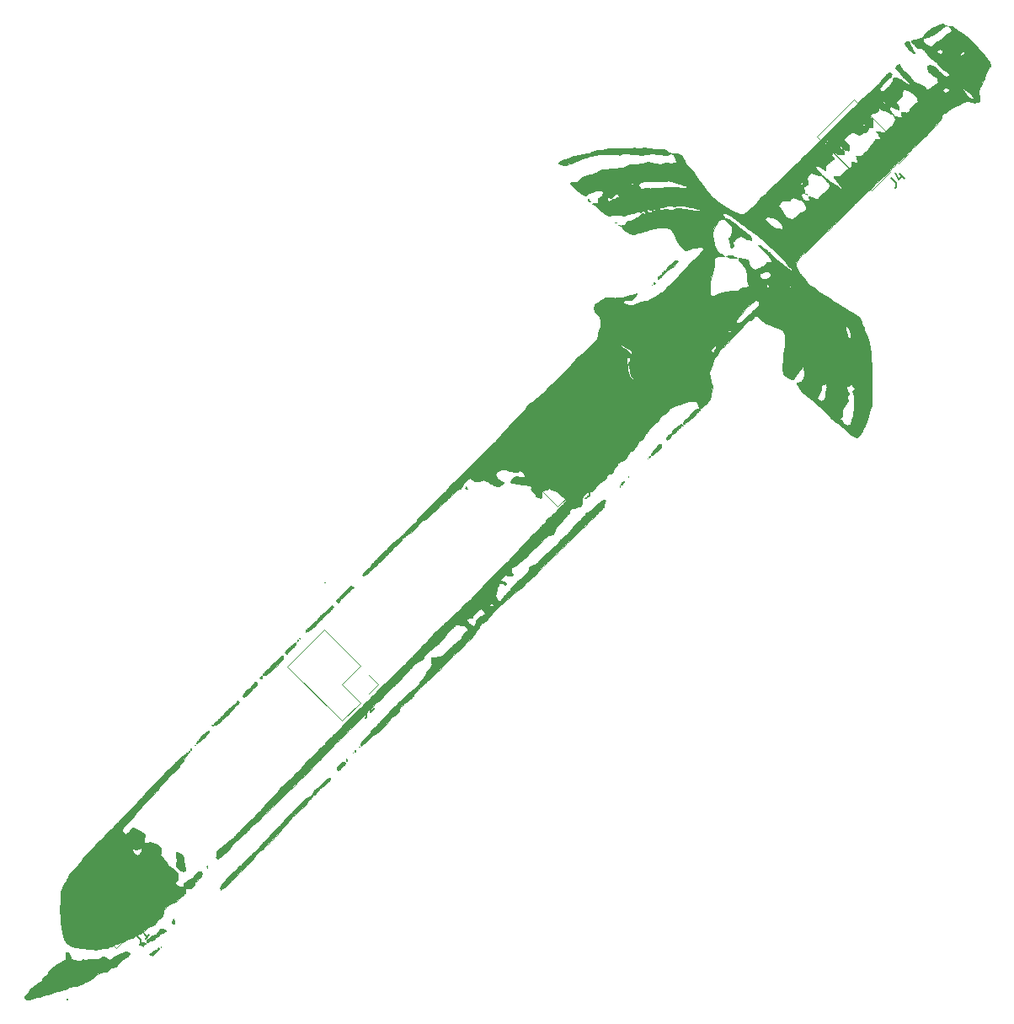
<source format=gbr>
G04 #@! TF.GenerationSoftware,KiCad,Pcbnew,5.1.2*
G04 #@! TF.CreationDate,2019-07-05T21:59:41-05:00*
G04 #@! TF.ProjectId,Master_Sword_(Ocarina_of_Time),4d617374-6572-45f5-9377-6f72645f284f,rev?*
G04 #@! TF.SameCoordinates,Original*
G04 #@! TF.FileFunction,Legend,Top*
G04 #@! TF.FilePolarity,Positive*
%FSLAX46Y46*%
G04 Gerber Fmt 4.6, Leading zero omitted, Abs format (unit mm)*
G04 Created by KiCad (PCBNEW 5.1.2) date 2019-07-05 21:59:41*
%MOMM*%
%LPD*%
G04 APERTURE LIST*
%ADD10C,0.010000*%
%ADD11C,0.120000*%
%ADD12C,0.150000*%
G04 APERTURE END LIST*
D10*
G36*
X109143120Y-147977358D02*
G01*
X109184046Y-147991579D01*
X109278350Y-148061406D01*
X109321387Y-148161779D01*
X109306558Y-148263326D01*
X109257760Y-148319697D01*
X109190936Y-148386727D01*
X109171000Y-148436028D01*
X109133714Y-148478913D01*
X109041596Y-148512125D01*
X109022274Y-148515723D01*
X108881347Y-148568925D01*
X108727867Y-148676115D01*
X108699794Y-148701179D01*
X108468122Y-148919379D01*
X108295207Y-149089787D01*
X108174881Y-149218952D01*
X108100973Y-149313422D01*
X108071007Y-149368727D01*
X108033902Y-149429998D01*
X107965369Y-149467786D01*
X107842128Y-149493065D01*
X107793520Y-149499537D01*
X107631031Y-149530288D01*
X107513943Y-149584784D01*
X107411616Y-149672206D01*
X107321924Y-149756159D01*
X107256018Y-149807496D01*
X107238994Y-149815000D01*
X107188103Y-149840473D01*
X107129832Y-149886796D01*
X107036936Y-149934020D01*
X106883088Y-149972551D01*
X106766666Y-149989232D01*
X106482173Y-150041061D01*
X106232352Y-150137740D01*
X105989688Y-150291770D01*
X105847833Y-150406732D01*
X105703845Y-150524992D01*
X105562581Y-150631150D01*
X105452762Y-150703713D01*
X105445666Y-150707715D01*
X105255015Y-150815687D01*
X105094223Y-150913860D01*
X105022333Y-150960202D01*
X104910928Y-151018954D01*
X104772451Y-151074916D01*
X104747166Y-151083349D01*
X104610563Y-151136518D01*
X104448947Y-151212524D01*
X104362619Y-151258448D01*
X104215536Y-151327673D01*
X104040611Y-151381080D01*
X103814285Y-151425207D01*
X103700617Y-151442213D01*
X103461234Y-151481049D01*
X103281920Y-151524300D01*
X103138117Y-151578983D01*
X103040001Y-151631008D01*
X102872769Y-151712752D01*
X102687610Y-151779041D01*
X102601336Y-151800464D01*
X102442195Y-151838879D01*
X102248943Y-151896283D01*
X102080166Y-151954232D01*
X101828084Y-152042645D01*
X101581285Y-152119375D01*
X101358786Y-152179240D01*
X101179605Y-152217058D01*
X101075416Y-152228000D01*
X100957691Y-152247747D01*
X100822469Y-152296472D01*
X100797386Y-152308678D01*
X100651648Y-152371961D01*
X100486858Y-152427580D01*
X100450333Y-152437465D01*
X100288535Y-152480886D01*
X100108642Y-152532748D01*
X100048166Y-152551109D01*
X99829041Y-152610574D01*
X99545599Y-152674369D01*
X99217740Y-152738096D01*
X99135943Y-152752667D01*
X98995544Y-152756110D01*
X98919887Y-152725735D01*
X98846071Y-152649624D01*
X98787884Y-152572862D01*
X98752245Y-152509005D01*
X98756879Y-152458633D01*
X98811296Y-152395900D01*
X98873563Y-152340028D01*
X98980959Y-152228641D01*
X99098394Y-152081314D01*
X99171964Y-151974000D01*
X99287190Y-151800350D01*
X99395632Y-151664882D01*
X99517672Y-151548089D01*
X99673689Y-151430465D01*
X99883797Y-151292671D01*
X100054324Y-151184649D01*
X100212960Y-151083987D01*
X100336192Y-151005613D01*
X100379605Y-150977899D01*
X100510744Y-150844169D01*
X100571224Y-150711855D01*
X100620300Y-150597367D01*
X100697548Y-150501353D01*
X100823902Y-150399857D01*
X100874580Y-150364712D01*
X101027253Y-150249468D01*
X101120587Y-150146135D01*
X101172111Y-150038090D01*
X101246997Y-149898211D01*
X101382374Y-149737719D01*
X101455851Y-149666833D01*
X101581529Y-149561201D01*
X101737648Y-149442943D01*
X101907371Y-149323261D01*
X102073857Y-149213358D01*
X102220269Y-149124438D01*
X102329767Y-149067703D01*
X102378464Y-149053000D01*
X102440730Y-149024270D01*
X102503500Y-148968333D01*
X102579617Y-148904734D01*
X102634448Y-148883666D01*
X102697197Y-148856981D01*
X102789572Y-148790060D01*
X102824882Y-148759351D01*
X102896080Y-148689255D01*
X102936008Y-148624717D01*
X102952674Y-148539122D01*
X102954088Y-148405850D01*
X102952258Y-148336018D01*
X102943527Y-148037000D01*
X103089334Y-148037000D01*
X103188621Y-148046985D01*
X103248124Y-148092480D01*
X103298075Y-148195750D01*
X103348021Y-148337609D01*
X103386583Y-148473665D01*
X103389535Y-148486767D01*
X103436225Y-148620152D01*
X103518451Y-148716243D01*
X103649457Y-148782722D01*
X103842490Y-148827268D01*
X104013789Y-148848735D01*
X104223193Y-148865678D01*
X104355513Y-148866310D01*
X104416761Y-148850548D01*
X104422021Y-148843102D01*
X104488938Y-148766636D01*
X104615168Y-148738299D01*
X104787115Y-148760482D01*
X104922436Y-148785261D01*
X105040350Y-148777215D01*
X105186808Y-148733135D01*
X105188768Y-148732431D01*
X105325513Y-148690338D01*
X105443387Y-148677503D01*
X105583902Y-148691462D01*
X105658753Y-148704556D01*
X105928172Y-148731473D01*
X106170722Y-148711118D01*
X106369900Y-148646566D01*
X106504000Y-148547013D01*
X106576855Y-148471385D01*
X106638374Y-148447579D01*
X106726829Y-148466357D01*
X106773355Y-148482011D01*
X106913280Y-148548510D01*
X107038971Y-148636591D01*
X107050839Y-148647485D01*
X107192932Y-148742158D01*
X107338163Y-148754281D01*
X107490227Y-148683445D01*
X107600598Y-148586469D01*
X107806987Y-148425170D01*
X107992134Y-148337855D01*
X108142403Y-148280966D01*
X108331576Y-148202664D01*
X108522369Y-148118461D01*
X108549674Y-148105886D01*
X108754392Y-148017173D01*
X108907629Y-147968688D01*
X109030251Y-147956669D01*
X109143120Y-147977358D01*
X109143120Y-147977358D01*
G37*
X109143120Y-147977358D02*
X109184046Y-147991579D01*
X109278350Y-148061406D01*
X109321387Y-148161779D01*
X109306558Y-148263326D01*
X109257760Y-148319697D01*
X109190936Y-148386727D01*
X109171000Y-148436028D01*
X109133714Y-148478913D01*
X109041596Y-148512125D01*
X109022274Y-148515723D01*
X108881347Y-148568925D01*
X108727867Y-148676115D01*
X108699794Y-148701179D01*
X108468122Y-148919379D01*
X108295207Y-149089787D01*
X108174881Y-149218952D01*
X108100973Y-149313422D01*
X108071007Y-149368727D01*
X108033902Y-149429998D01*
X107965369Y-149467786D01*
X107842128Y-149493065D01*
X107793520Y-149499537D01*
X107631031Y-149530288D01*
X107513943Y-149584784D01*
X107411616Y-149672206D01*
X107321924Y-149756159D01*
X107256018Y-149807496D01*
X107238994Y-149815000D01*
X107188103Y-149840473D01*
X107129832Y-149886796D01*
X107036936Y-149934020D01*
X106883088Y-149972551D01*
X106766666Y-149989232D01*
X106482173Y-150041061D01*
X106232352Y-150137740D01*
X105989688Y-150291770D01*
X105847833Y-150406732D01*
X105703845Y-150524992D01*
X105562581Y-150631150D01*
X105452762Y-150703713D01*
X105445666Y-150707715D01*
X105255015Y-150815687D01*
X105094223Y-150913860D01*
X105022333Y-150960202D01*
X104910928Y-151018954D01*
X104772451Y-151074916D01*
X104747166Y-151083349D01*
X104610563Y-151136518D01*
X104448947Y-151212524D01*
X104362619Y-151258448D01*
X104215536Y-151327673D01*
X104040611Y-151381080D01*
X103814285Y-151425207D01*
X103700617Y-151442213D01*
X103461234Y-151481049D01*
X103281920Y-151524300D01*
X103138117Y-151578983D01*
X103040001Y-151631008D01*
X102872769Y-151712752D01*
X102687610Y-151779041D01*
X102601336Y-151800464D01*
X102442195Y-151838879D01*
X102248943Y-151896283D01*
X102080166Y-151954232D01*
X101828084Y-152042645D01*
X101581285Y-152119375D01*
X101358786Y-152179240D01*
X101179605Y-152217058D01*
X101075416Y-152228000D01*
X100957691Y-152247747D01*
X100822469Y-152296472D01*
X100797386Y-152308678D01*
X100651648Y-152371961D01*
X100486858Y-152427580D01*
X100450333Y-152437465D01*
X100288535Y-152480886D01*
X100108642Y-152532748D01*
X100048166Y-152551109D01*
X99829041Y-152610574D01*
X99545599Y-152674369D01*
X99217740Y-152738096D01*
X99135943Y-152752667D01*
X98995544Y-152756110D01*
X98919887Y-152725735D01*
X98846071Y-152649624D01*
X98787884Y-152572862D01*
X98752245Y-152509005D01*
X98756879Y-152458633D01*
X98811296Y-152395900D01*
X98873563Y-152340028D01*
X98980959Y-152228641D01*
X99098394Y-152081314D01*
X99171964Y-151974000D01*
X99287190Y-151800350D01*
X99395632Y-151664882D01*
X99517672Y-151548089D01*
X99673689Y-151430465D01*
X99883797Y-151292671D01*
X100054324Y-151184649D01*
X100212960Y-151083987D01*
X100336192Y-151005613D01*
X100379605Y-150977899D01*
X100510744Y-150844169D01*
X100571224Y-150711855D01*
X100620300Y-150597367D01*
X100697548Y-150501353D01*
X100823902Y-150399857D01*
X100874580Y-150364712D01*
X101027253Y-150249468D01*
X101120587Y-150146135D01*
X101172111Y-150038090D01*
X101246997Y-149898211D01*
X101382374Y-149737719D01*
X101455851Y-149666833D01*
X101581529Y-149561201D01*
X101737648Y-149442943D01*
X101907371Y-149323261D01*
X102073857Y-149213358D01*
X102220269Y-149124438D01*
X102329767Y-149067703D01*
X102378464Y-149053000D01*
X102440730Y-149024270D01*
X102503500Y-148968333D01*
X102579617Y-148904734D01*
X102634448Y-148883666D01*
X102697197Y-148856981D01*
X102789572Y-148790060D01*
X102824882Y-148759351D01*
X102896080Y-148689255D01*
X102936008Y-148624717D01*
X102952674Y-148539122D01*
X102954088Y-148405850D01*
X102952258Y-148336018D01*
X102943527Y-148037000D01*
X103089334Y-148037000D01*
X103188621Y-148046985D01*
X103248124Y-148092480D01*
X103298075Y-148195750D01*
X103348021Y-148337609D01*
X103386583Y-148473665D01*
X103389535Y-148486767D01*
X103436225Y-148620152D01*
X103518451Y-148716243D01*
X103649457Y-148782722D01*
X103842490Y-148827268D01*
X104013789Y-148848735D01*
X104223193Y-148865678D01*
X104355513Y-148866310D01*
X104416761Y-148850548D01*
X104422021Y-148843102D01*
X104488938Y-148766636D01*
X104615168Y-148738299D01*
X104787115Y-148760482D01*
X104922436Y-148785261D01*
X105040350Y-148777215D01*
X105186808Y-148733135D01*
X105188768Y-148732431D01*
X105325513Y-148690338D01*
X105443387Y-148677503D01*
X105583902Y-148691462D01*
X105658753Y-148704556D01*
X105928172Y-148731473D01*
X106170722Y-148711118D01*
X106369900Y-148646566D01*
X106504000Y-148547013D01*
X106576855Y-148471385D01*
X106638374Y-148447579D01*
X106726829Y-148466357D01*
X106773355Y-148482011D01*
X106913280Y-148548510D01*
X107038971Y-148636591D01*
X107050839Y-148647485D01*
X107192932Y-148742158D01*
X107338163Y-148754281D01*
X107490227Y-148683445D01*
X107600598Y-148586469D01*
X107806987Y-148425170D01*
X107992134Y-148337855D01*
X108142403Y-148280966D01*
X108331576Y-148202664D01*
X108522369Y-148118461D01*
X108549674Y-148105886D01*
X108754392Y-148017173D01*
X108907629Y-147968688D01*
X109030251Y-147956669D01*
X109143120Y-147977358D01*
G36*
X103060888Y-152707777D02*
G01*
X103065955Y-152758017D01*
X103060888Y-152764222D01*
X103035721Y-152758411D01*
X103032666Y-152736000D01*
X103048155Y-152701154D01*
X103060888Y-152707777D01*
X103060888Y-152707777D01*
G37*
X103060888Y-152707777D02*
X103065955Y-152758017D01*
X103060888Y-152764222D01*
X103035721Y-152758411D01*
X103032666Y-152736000D01*
X103048155Y-152701154D01*
X103060888Y-152707777D01*
G36*
X112099108Y-147772586D02*
G01*
X112117091Y-147789350D01*
X112110789Y-147850185D01*
X112056892Y-147901645D01*
X111987396Y-147965356D01*
X111965000Y-148013207D01*
X111935690Y-148065868D01*
X111863827Y-148147155D01*
X111773513Y-148233961D01*
X111688849Y-148303178D01*
X111633935Y-148331699D01*
X111632836Y-148331676D01*
X111579045Y-148315152D01*
X111482434Y-148276636D01*
X111462987Y-148268287D01*
X111320808Y-148206555D01*
X111456881Y-148079444D01*
X111547332Y-148001877D01*
X111614153Y-147956882D01*
X111628409Y-147952333D01*
X111678236Y-147921630D01*
X111719182Y-147874107D01*
X111794126Y-147814515D01*
X111903690Y-147773202D01*
X112015982Y-147756961D01*
X112099108Y-147772586D01*
X112099108Y-147772586D01*
G37*
X112099108Y-147772586D02*
X112117091Y-147789350D01*
X112110789Y-147850185D01*
X112056892Y-147901645D01*
X111987396Y-147965356D01*
X111965000Y-148013207D01*
X111935690Y-148065868D01*
X111863827Y-148147155D01*
X111773513Y-148233961D01*
X111688849Y-148303178D01*
X111633935Y-148331699D01*
X111632836Y-148331676D01*
X111579045Y-148315152D01*
X111482434Y-148276636D01*
X111462987Y-148268287D01*
X111320808Y-148206555D01*
X111456881Y-148079444D01*
X111547332Y-148001877D01*
X111614153Y-147956882D01*
X111628409Y-147952333D01*
X111678236Y-147921630D01*
X111719182Y-147874107D01*
X111794126Y-147814515D01*
X111903690Y-147773202D01*
X112015982Y-147756961D01*
X112099108Y-147772586D01*
G36*
X115175602Y-127990446D02*
G01*
X115209643Y-128033883D01*
X115183023Y-128076406D01*
X115146172Y-128136848D01*
X115140000Y-128180575D01*
X115102399Y-128252868D01*
X115041006Y-128283000D01*
X114951925Y-128345931D01*
X114866418Y-128483366D01*
X114790504Y-128685179D01*
X114779611Y-128722905D01*
X114735007Y-128803094D01*
X114647365Y-128910944D01*
X114565492Y-128994375D01*
X114465571Y-129097234D01*
X114397556Y-129184862D01*
X114378000Y-129229544D01*
X114346700Y-129320556D01*
X114262055Y-129447819D01*
X114137948Y-129596116D01*
X113988260Y-129750232D01*
X113826875Y-129894950D01*
X113667675Y-130015053D01*
X113651835Y-130025496D01*
X113545587Y-130112464D01*
X113420526Y-130240619D01*
X113313169Y-130370212D01*
X113196745Y-130512997D01*
X113044439Y-130683743D01*
X112882736Y-130853151D01*
X112823381Y-130912010D01*
X112677522Y-131060108D01*
X112542521Y-131208048D01*
X112438950Y-131332835D01*
X112405728Y-131378833D01*
X112359890Y-131447220D01*
X112316105Y-131508028D01*
X112264864Y-131571943D01*
X112196656Y-131649650D01*
X112101971Y-131751838D01*
X111971297Y-131889190D01*
X111795126Y-132072395D01*
X111708737Y-132162000D01*
X111544684Y-132334841D01*
X111385292Y-132507550D01*
X111248856Y-132660016D01*
X111154189Y-132771489D01*
X111032311Y-132910454D01*
X110898883Y-133044038D01*
X110823316Y-133110156D01*
X110708659Y-133219756D01*
X110584222Y-133365439D01*
X110505136Y-133474333D01*
X110384135Y-133639462D01*
X110239752Y-133812079D01*
X110152643Y-133904834D01*
X109988554Y-134071524D01*
X109874796Y-134196342D01*
X109798934Y-134294243D01*
X109748535Y-134380179D01*
X109737080Y-134404609D01*
X109669757Y-134516367D01*
X109610080Y-134585978D01*
X109539812Y-134652801D01*
X109432170Y-134756017D01*
X109312067Y-134871728D01*
X109202169Y-134975197D01*
X109116916Y-135050508D01*
X109073290Y-135082723D01*
X109071907Y-135083000D01*
X109020890Y-135114451D01*
X108937200Y-135196563D01*
X108837193Y-135310970D01*
X108737227Y-135439309D01*
X108676419Y-135527009D01*
X108592832Y-135677461D01*
X108572926Y-135793128D01*
X108619675Y-135898244D01*
X108736053Y-136017042D01*
X108736630Y-136017549D01*
X108848557Y-136101346D01*
X108939029Y-136128262D01*
X108996293Y-136121537D01*
X109176617Y-136042361D01*
X109307866Y-135910213D01*
X109359493Y-135798358D01*
X109431811Y-135648099D01*
X109540101Y-135544856D01*
X109657833Y-135507925D01*
X109737124Y-135527331D01*
X109871182Y-135580976D01*
X110041892Y-135660010D01*
X110231138Y-135755580D01*
X110420806Y-135858837D01*
X110592781Y-135960929D01*
X110618978Y-135977547D01*
X110783438Y-136115633D01*
X110870093Y-136265703D01*
X110876437Y-136421358D01*
X110834020Y-136526417D01*
X110792378Y-136622800D01*
X110786402Y-136731765D01*
X110803833Y-136847802D01*
X110831917Y-136970114D01*
X110865992Y-137030461D01*
X110923823Y-137050726D01*
X110970166Y-137052696D01*
X111104714Y-137034393D01*
X111218834Y-136995977D01*
X111303869Y-136966076D01*
X111402312Y-136959602D01*
X111542318Y-136976136D01*
X111621001Y-136989972D01*
X111918246Y-137065616D01*
X112145570Y-137173215D01*
X112314109Y-137320268D01*
X112434998Y-137514276D01*
X112449812Y-137548134D01*
X112501086Y-137704727D01*
X112508526Y-137848407D01*
X112472000Y-138015204D01*
X112447809Y-138088579D01*
X112410257Y-138205117D01*
X112404074Y-138268421D01*
X112430448Y-138304361D01*
X112458489Y-138321412D01*
X112544555Y-138385767D01*
X112659210Y-138493517D01*
X112785954Y-138626264D01*
X112908290Y-138765611D01*
X113009719Y-138893160D01*
X113073743Y-138990514D01*
X113086482Y-139021709D01*
X113177234Y-139238705D01*
X113336760Y-139411804D01*
X113482658Y-139500023D01*
X113628655Y-139575279D01*
X113763599Y-139657067D01*
X113809959Y-139690030D01*
X113925676Y-139778729D01*
X114033041Y-139859764D01*
X114034833Y-139861099D01*
X114104555Y-139939406D01*
X114152274Y-140064257D01*
X114177200Y-140187366D01*
X114210760Y-140407746D01*
X114224775Y-140562227D01*
X114216389Y-140667912D01*
X114182746Y-140741908D01*
X114120992Y-140801319D01*
X114068666Y-140837466D01*
X113968597Y-140911290D01*
X113928851Y-140973129D01*
X113933595Y-141047998D01*
X113934102Y-141050073D01*
X114017059Y-141222036D01*
X114159561Y-141355882D01*
X114340396Y-141438927D01*
X114538353Y-141458483D01*
X114601655Y-141449301D01*
X114711456Y-141421699D01*
X114765356Y-141381579D01*
X114786268Y-141301420D01*
X114792697Y-141219848D01*
X114806273Y-141104480D01*
X114841229Y-141027634D01*
X114917191Y-140959907D01*
X115004364Y-140902752D01*
X115122128Y-140830923D01*
X115212892Y-140779452D01*
X115245833Y-140763780D01*
X115440712Y-140686600D01*
X115582494Y-140590626D01*
X115702560Y-140451448D01*
X115761207Y-140362906D01*
X115865563Y-140211251D01*
X115966335Y-140108915D01*
X116094309Y-140027837D01*
X116169975Y-139990339D01*
X116316614Y-139926252D01*
X116414738Y-139900021D01*
X116488844Y-139906641D01*
X116520326Y-139918749D01*
X116593769Y-139974742D01*
X116620370Y-140070402D01*
X116621666Y-140112930D01*
X116614701Y-140184319D01*
X116586986Y-140254613D01*
X116528291Y-140338243D01*
X116428386Y-140449639D01*
X116277044Y-140603233D01*
X116267120Y-140613097D01*
X116097873Y-140787101D01*
X115982498Y-140921874D01*
X115909758Y-141032308D01*
X115868415Y-141133295D01*
X115864838Y-141146212D01*
X115806526Y-141294620D01*
X115723102Y-141431368D01*
X115704491Y-141453957D01*
X115638617Y-141521438D01*
X115574805Y-141558218D01*
X115486189Y-141572045D01*
X115345903Y-141570667D01*
X115305264Y-141569085D01*
X115126911Y-141569132D01*
X115018096Y-141595796D01*
X114964762Y-141662279D01*
X114952852Y-141781778D01*
X114960533Y-141892766D01*
X114968187Y-142004865D01*
X114953757Y-142076876D01*
X114901845Y-142135778D01*
X114797048Y-142208552D01*
X114770419Y-142225830D01*
X114639494Y-142321574D01*
X114480271Y-142453665D01*
X114322688Y-142596992D01*
X114289743Y-142628986D01*
X114074911Y-142830227D01*
X113906895Y-142963984D01*
X113783549Y-143031849D01*
X113733569Y-143041666D01*
X113650628Y-143064715D01*
X113522612Y-143125197D01*
X113372457Y-143210111D01*
X113223096Y-143306460D01*
X113097463Y-143401242D01*
X113094008Y-143404175D01*
X112898826Y-143596285D01*
X112775169Y-143776843D01*
X112727429Y-143939259D01*
X112727000Y-143954735D01*
X112712385Y-144081649D01*
X112676020Y-144231094D01*
X112663189Y-144270213D01*
X112622679Y-144365533D01*
X112565661Y-144453389D01*
X112478839Y-144548567D01*
X112348920Y-144665852D01*
X112185701Y-144801276D01*
X112079200Y-144911436D01*
X111996368Y-145036717D01*
X111986778Y-145057566D01*
X111931100Y-145151744D01*
X111871039Y-145199277D01*
X111861326Y-145200666D01*
X111803605Y-145222027D01*
X111795666Y-145241368D01*
X111759061Y-145277590D01*
X111668052Y-145317177D01*
X111636916Y-145326727D01*
X111511295Y-145369806D01*
X111383830Y-145432147D01*
X111242668Y-145521983D01*
X111075951Y-145647546D01*
X110871827Y-145817068D01*
X110643533Y-146016506D01*
X110525195Y-146095756D01*
X110368221Y-146169341D01*
X110275004Y-146201218D01*
X110128780Y-146251296D01*
X110005811Y-146307869D01*
X109954166Y-146341613D01*
X109783426Y-146463555D01*
X109592265Y-146561525D01*
X109429838Y-146613370D01*
X109329560Y-146644272D01*
X109179635Y-146704890D01*
X109004948Y-146784776D01*
X108912338Y-146830590D01*
X108744590Y-146912176D01*
X108598639Y-146976288D01*
X108494894Y-147014303D01*
X108461652Y-147021000D01*
X108393153Y-147037767D01*
X108267446Y-147083128D01*
X108103952Y-147149668D01*
X107963151Y-147211295D01*
X107786935Y-147288786D01*
X107636879Y-147351112D01*
X107531083Y-147390976D01*
X107490490Y-147401795D01*
X107426563Y-147420642D01*
X107317972Y-147468688D01*
X107240768Y-147507833D01*
X107090975Y-147573563D01*
X106935748Y-147605843D01*
X106756864Y-147613666D01*
X106581231Y-147623464D01*
X106417093Y-147648954D01*
X106320029Y-147677166D01*
X106170807Y-147718870D01*
X106016094Y-147733450D01*
X106007943Y-147733154D01*
X105901651Y-147727847D01*
X105734761Y-147719148D01*
X105531210Y-147708317D01*
X105339833Y-147697973D01*
X105078370Y-147676515D01*
X104779588Y-147637796D01*
X104433213Y-147580063D01*
X104028971Y-147501563D01*
X103556591Y-147400545D01*
X103426637Y-147371564D01*
X103310422Y-147316655D01*
X103170104Y-147207984D01*
X103025818Y-147063976D01*
X102897704Y-146903058D01*
X102871179Y-146863311D01*
X102763473Y-146646435D01*
X102665230Y-146348419D01*
X102577309Y-145972351D01*
X102503201Y-145539333D01*
X102474276Y-145349092D01*
X102447781Y-145186262D01*
X102427187Y-145071567D01*
X102417941Y-145030362D01*
X102414757Y-144944958D01*
X102434162Y-144839862D01*
X102445576Y-144710760D01*
X102424920Y-144511204D01*
X102392342Y-144332833D01*
X102338557Y-144021177D01*
X102317848Y-143751889D01*
X102329735Y-143489604D01*
X102373741Y-143198956D01*
X102376789Y-143182973D01*
X102404376Y-142990403D01*
X102425022Y-142751189D01*
X102435878Y-142503256D01*
X102436724Y-142385500D01*
X102438108Y-142120037D01*
X102449099Y-141921836D01*
X102472383Y-141773776D01*
X102510649Y-141658734D01*
X102566307Y-141560000D01*
X102619577Y-141469765D01*
X102692909Y-141331055D01*
X102771251Y-141172437D01*
X102778189Y-141157833D01*
X102852549Y-141006722D01*
X102919765Y-140880551D01*
X102966804Y-140803617D01*
X102971170Y-140798000D01*
X103013881Y-140732992D01*
X103082684Y-140613905D01*
X103165366Y-140462167D01*
X103199506Y-140397292D01*
X103450483Y-139975498D01*
X103733848Y-139617213D01*
X103910723Y-139438342D01*
X104162550Y-139191091D01*
X104358440Y-138974088D01*
X104492523Y-138794081D01*
X104532774Y-138723666D01*
X104596754Y-138626826D01*
X104704119Y-138495865D01*
X104835631Y-138353643D01*
X104889032Y-138300333D01*
X105072657Y-138117245D01*
X107453277Y-138117245D01*
X107487157Y-138163227D01*
X107522498Y-138173333D01*
X107561568Y-138144930D01*
X107562333Y-138138055D01*
X107534717Y-138076705D01*
X107477392Y-138068186D01*
X107471071Y-138071576D01*
X107453277Y-138117245D01*
X105072657Y-138117245D01*
X105078312Y-138111607D01*
X105315911Y-137867391D01*
X105594181Y-137575725D01*
X105631240Y-137536311D01*
X109549879Y-137536311D01*
X109578564Y-137650602D01*
X109630956Y-137778490D01*
X109721004Y-137930850D01*
X109827025Y-138075536D01*
X109927340Y-138180406D01*
X109945034Y-138193931D01*
X110079014Y-138252667D01*
X110200571Y-138228647D01*
X110271666Y-138173333D01*
X110333734Y-138098567D01*
X110356333Y-138049186D01*
X110391139Y-138005676D01*
X110436791Y-137984169D01*
X110513150Y-137919972D01*
X110549472Y-137805417D01*
X110539552Y-137667759D01*
X110521369Y-137612625D01*
X110482092Y-137533965D01*
X110452261Y-137527402D01*
X110432159Y-137555634D01*
X110359979Y-137606696D01*
X110250894Y-137623000D01*
X110145372Y-137635487D01*
X110081210Y-137665895D01*
X110078702Y-137669319D01*
X110021664Y-137698384D01*
X109909798Y-137681510D01*
X109736233Y-137617519D01*
X109709689Y-137606075D01*
X109549879Y-137536311D01*
X105631240Y-137536311D01*
X105905477Y-137244652D01*
X106242151Y-136882212D01*
X106388715Y-136723185D01*
X106695360Y-136395333D01*
X108409000Y-136395333D01*
X108441214Y-136436436D01*
X108451333Y-136437666D01*
X108492436Y-136405452D01*
X108493666Y-136395333D01*
X108461452Y-136354230D01*
X108451333Y-136353000D01*
X108410230Y-136385214D01*
X108409000Y-136395333D01*
X106695360Y-136395333D01*
X106779784Y-136305071D01*
X107131706Y-135944474D01*
X107455286Y-135630553D01*
X107706897Y-135400500D01*
X107862997Y-135258767D01*
X108009880Y-135120015D01*
X108126326Y-135004535D01*
X108171747Y-134956000D01*
X108238205Y-134884030D01*
X108353828Y-134762095D01*
X108508524Y-134600701D01*
X108692199Y-134410353D01*
X108894760Y-134201557D01*
X109025842Y-134067000D01*
X109250968Y-133835769D01*
X109478239Y-133601419D01*
X109693811Y-133378289D01*
X109883845Y-133180718D01*
X110034498Y-133023045D01*
X110084277Y-132970498D01*
X110241980Y-132804098D01*
X110400856Y-132637734D01*
X110538985Y-132494302D01*
X110611237Y-132420165D01*
X110739907Y-132282524D01*
X110886336Y-132115920D01*
X111006516Y-131971500D01*
X111096147Y-131866415D01*
X111234521Y-131712384D01*
X111410898Y-131520707D01*
X111614536Y-131302686D01*
X111834694Y-131069624D01*
X112060630Y-130832823D01*
X112281605Y-130603584D01*
X112486875Y-130393211D01*
X112665701Y-130213004D01*
X112807342Y-130074267D01*
X112830493Y-130052272D01*
X113034726Y-129856683D01*
X113241559Y-129653397D01*
X113437367Y-129456260D01*
X113608526Y-129279116D01*
X113741412Y-129135813D01*
X113806500Y-129060429D01*
X113891711Y-128967759D01*
X113962727Y-128911248D01*
X113984927Y-128903248D01*
X114042496Y-128869030D01*
X114085547Y-128810414D01*
X114150710Y-128722340D01*
X114247342Y-128624630D01*
X114265073Y-128609331D01*
X114381171Y-128509757D01*
X114489940Y-128412972D01*
X114498717Y-128404916D01*
X114593646Y-128338219D01*
X114679073Y-128309682D01*
X114680514Y-128309666D01*
X114745666Y-128280487D01*
X114759000Y-128243964D01*
X114794982Y-128185713D01*
X114881968Y-128135428D01*
X114886000Y-128133989D01*
X114974264Y-128086441D01*
X115012928Y-128032387D01*
X115013000Y-128030358D01*
X115048146Y-127981752D01*
X115095168Y-127971000D01*
X115175602Y-127990446D01*
X115175602Y-127990446D01*
G37*
X115175602Y-127990446D02*
X115209643Y-128033883D01*
X115183023Y-128076406D01*
X115146172Y-128136848D01*
X115140000Y-128180575D01*
X115102399Y-128252868D01*
X115041006Y-128283000D01*
X114951925Y-128345931D01*
X114866418Y-128483366D01*
X114790504Y-128685179D01*
X114779611Y-128722905D01*
X114735007Y-128803094D01*
X114647365Y-128910944D01*
X114565492Y-128994375D01*
X114465571Y-129097234D01*
X114397556Y-129184862D01*
X114378000Y-129229544D01*
X114346700Y-129320556D01*
X114262055Y-129447819D01*
X114137948Y-129596116D01*
X113988260Y-129750232D01*
X113826875Y-129894950D01*
X113667675Y-130015053D01*
X113651835Y-130025496D01*
X113545587Y-130112464D01*
X113420526Y-130240619D01*
X113313169Y-130370212D01*
X113196745Y-130512997D01*
X113044439Y-130683743D01*
X112882736Y-130853151D01*
X112823381Y-130912010D01*
X112677522Y-131060108D01*
X112542521Y-131208048D01*
X112438950Y-131332835D01*
X112405728Y-131378833D01*
X112359890Y-131447220D01*
X112316105Y-131508028D01*
X112264864Y-131571943D01*
X112196656Y-131649650D01*
X112101971Y-131751838D01*
X111971297Y-131889190D01*
X111795126Y-132072395D01*
X111708737Y-132162000D01*
X111544684Y-132334841D01*
X111385292Y-132507550D01*
X111248856Y-132660016D01*
X111154189Y-132771489D01*
X111032311Y-132910454D01*
X110898883Y-133044038D01*
X110823316Y-133110156D01*
X110708659Y-133219756D01*
X110584222Y-133365439D01*
X110505136Y-133474333D01*
X110384135Y-133639462D01*
X110239752Y-133812079D01*
X110152643Y-133904834D01*
X109988554Y-134071524D01*
X109874796Y-134196342D01*
X109798934Y-134294243D01*
X109748535Y-134380179D01*
X109737080Y-134404609D01*
X109669757Y-134516367D01*
X109610080Y-134585978D01*
X109539812Y-134652801D01*
X109432170Y-134756017D01*
X109312067Y-134871728D01*
X109202169Y-134975197D01*
X109116916Y-135050508D01*
X109073290Y-135082723D01*
X109071907Y-135083000D01*
X109020890Y-135114451D01*
X108937200Y-135196563D01*
X108837193Y-135310970D01*
X108737227Y-135439309D01*
X108676419Y-135527009D01*
X108592832Y-135677461D01*
X108572926Y-135793128D01*
X108619675Y-135898244D01*
X108736053Y-136017042D01*
X108736630Y-136017549D01*
X108848557Y-136101346D01*
X108939029Y-136128262D01*
X108996293Y-136121537D01*
X109176617Y-136042361D01*
X109307866Y-135910213D01*
X109359493Y-135798358D01*
X109431811Y-135648099D01*
X109540101Y-135544856D01*
X109657833Y-135507925D01*
X109737124Y-135527331D01*
X109871182Y-135580976D01*
X110041892Y-135660010D01*
X110231138Y-135755580D01*
X110420806Y-135858837D01*
X110592781Y-135960929D01*
X110618978Y-135977547D01*
X110783438Y-136115633D01*
X110870093Y-136265703D01*
X110876437Y-136421358D01*
X110834020Y-136526417D01*
X110792378Y-136622800D01*
X110786402Y-136731765D01*
X110803833Y-136847802D01*
X110831917Y-136970114D01*
X110865992Y-137030461D01*
X110923823Y-137050726D01*
X110970166Y-137052696D01*
X111104714Y-137034393D01*
X111218834Y-136995977D01*
X111303869Y-136966076D01*
X111402312Y-136959602D01*
X111542318Y-136976136D01*
X111621001Y-136989972D01*
X111918246Y-137065616D01*
X112145570Y-137173215D01*
X112314109Y-137320268D01*
X112434998Y-137514276D01*
X112449812Y-137548134D01*
X112501086Y-137704727D01*
X112508526Y-137848407D01*
X112472000Y-138015204D01*
X112447809Y-138088579D01*
X112410257Y-138205117D01*
X112404074Y-138268421D01*
X112430448Y-138304361D01*
X112458489Y-138321412D01*
X112544555Y-138385767D01*
X112659210Y-138493517D01*
X112785954Y-138626264D01*
X112908290Y-138765611D01*
X113009719Y-138893160D01*
X113073743Y-138990514D01*
X113086482Y-139021709D01*
X113177234Y-139238705D01*
X113336760Y-139411804D01*
X113482658Y-139500023D01*
X113628655Y-139575279D01*
X113763599Y-139657067D01*
X113809959Y-139690030D01*
X113925676Y-139778729D01*
X114033041Y-139859764D01*
X114034833Y-139861099D01*
X114104555Y-139939406D01*
X114152274Y-140064257D01*
X114177200Y-140187366D01*
X114210760Y-140407746D01*
X114224775Y-140562227D01*
X114216389Y-140667912D01*
X114182746Y-140741908D01*
X114120992Y-140801319D01*
X114068666Y-140837466D01*
X113968597Y-140911290D01*
X113928851Y-140973129D01*
X113933595Y-141047998D01*
X113934102Y-141050073D01*
X114017059Y-141222036D01*
X114159561Y-141355882D01*
X114340396Y-141438927D01*
X114538353Y-141458483D01*
X114601655Y-141449301D01*
X114711456Y-141421699D01*
X114765356Y-141381579D01*
X114786268Y-141301420D01*
X114792697Y-141219848D01*
X114806273Y-141104480D01*
X114841229Y-141027634D01*
X114917191Y-140959907D01*
X115004364Y-140902752D01*
X115122128Y-140830923D01*
X115212892Y-140779452D01*
X115245833Y-140763780D01*
X115440712Y-140686600D01*
X115582494Y-140590626D01*
X115702560Y-140451448D01*
X115761207Y-140362906D01*
X115865563Y-140211251D01*
X115966335Y-140108915D01*
X116094309Y-140027837D01*
X116169975Y-139990339D01*
X116316614Y-139926252D01*
X116414738Y-139900021D01*
X116488844Y-139906641D01*
X116520326Y-139918749D01*
X116593769Y-139974742D01*
X116620370Y-140070402D01*
X116621666Y-140112930D01*
X116614701Y-140184319D01*
X116586986Y-140254613D01*
X116528291Y-140338243D01*
X116428386Y-140449639D01*
X116277044Y-140603233D01*
X116267120Y-140613097D01*
X116097873Y-140787101D01*
X115982498Y-140921874D01*
X115909758Y-141032308D01*
X115868415Y-141133295D01*
X115864838Y-141146212D01*
X115806526Y-141294620D01*
X115723102Y-141431368D01*
X115704491Y-141453957D01*
X115638617Y-141521438D01*
X115574805Y-141558218D01*
X115486189Y-141572045D01*
X115345903Y-141570667D01*
X115305264Y-141569085D01*
X115126911Y-141569132D01*
X115018096Y-141595796D01*
X114964762Y-141662279D01*
X114952852Y-141781778D01*
X114960533Y-141892766D01*
X114968187Y-142004865D01*
X114953757Y-142076876D01*
X114901845Y-142135778D01*
X114797048Y-142208552D01*
X114770419Y-142225830D01*
X114639494Y-142321574D01*
X114480271Y-142453665D01*
X114322688Y-142596992D01*
X114289743Y-142628986D01*
X114074911Y-142830227D01*
X113906895Y-142963984D01*
X113783549Y-143031849D01*
X113733569Y-143041666D01*
X113650628Y-143064715D01*
X113522612Y-143125197D01*
X113372457Y-143210111D01*
X113223096Y-143306460D01*
X113097463Y-143401242D01*
X113094008Y-143404175D01*
X112898826Y-143596285D01*
X112775169Y-143776843D01*
X112727429Y-143939259D01*
X112727000Y-143954735D01*
X112712385Y-144081649D01*
X112676020Y-144231094D01*
X112663189Y-144270213D01*
X112622679Y-144365533D01*
X112565661Y-144453389D01*
X112478839Y-144548567D01*
X112348920Y-144665852D01*
X112185701Y-144801276D01*
X112079200Y-144911436D01*
X111996368Y-145036717D01*
X111986778Y-145057566D01*
X111931100Y-145151744D01*
X111871039Y-145199277D01*
X111861326Y-145200666D01*
X111803605Y-145222027D01*
X111795666Y-145241368D01*
X111759061Y-145277590D01*
X111668052Y-145317177D01*
X111636916Y-145326727D01*
X111511295Y-145369806D01*
X111383830Y-145432147D01*
X111242668Y-145521983D01*
X111075951Y-145647546D01*
X110871827Y-145817068D01*
X110643533Y-146016506D01*
X110525195Y-146095756D01*
X110368221Y-146169341D01*
X110275004Y-146201218D01*
X110128780Y-146251296D01*
X110005811Y-146307869D01*
X109954166Y-146341613D01*
X109783426Y-146463555D01*
X109592265Y-146561525D01*
X109429838Y-146613370D01*
X109329560Y-146644272D01*
X109179635Y-146704890D01*
X109004948Y-146784776D01*
X108912338Y-146830590D01*
X108744590Y-146912176D01*
X108598639Y-146976288D01*
X108494894Y-147014303D01*
X108461652Y-147021000D01*
X108393153Y-147037767D01*
X108267446Y-147083128D01*
X108103952Y-147149668D01*
X107963151Y-147211295D01*
X107786935Y-147288786D01*
X107636879Y-147351112D01*
X107531083Y-147390976D01*
X107490490Y-147401795D01*
X107426563Y-147420642D01*
X107317972Y-147468688D01*
X107240768Y-147507833D01*
X107090975Y-147573563D01*
X106935748Y-147605843D01*
X106756864Y-147613666D01*
X106581231Y-147623464D01*
X106417093Y-147648954D01*
X106320029Y-147677166D01*
X106170807Y-147718870D01*
X106016094Y-147733450D01*
X106007943Y-147733154D01*
X105901651Y-147727847D01*
X105734761Y-147719148D01*
X105531210Y-147708317D01*
X105339833Y-147697973D01*
X105078370Y-147676515D01*
X104779588Y-147637796D01*
X104433213Y-147580063D01*
X104028971Y-147501563D01*
X103556591Y-147400545D01*
X103426637Y-147371564D01*
X103310422Y-147316655D01*
X103170104Y-147207984D01*
X103025818Y-147063976D01*
X102897704Y-146903058D01*
X102871179Y-146863311D01*
X102763473Y-146646435D01*
X102665230Y-146348419D01*
X102577309Y-145972351D01*
X102503201Y-145539333D01*
X102474276Y-145349092D01*
X102447781Y-145186262D01*
X102427187Y-145071567D01*
X102417941Y-145030362D01*
X102414757Y-144944958D01*
X102434162Y-144839862D01*
X102445576Y-144710760D01*
X102424920Y-144511204D01*
X102392342Y-144332833D01*
X102338557Y-144021177D01*
X102317848Y-143751889D01*
X102329735Y-143489604D01*
X102373741Y-143198956D01*
X102376789Y-143182973D01*
X102404376Y-142990403D01*
X102425022Y-142751189D01*
X102435878Y-142503256D01*
X102436724Y-142385500D01*
X102438108Y-142120037D01*
X102449099Y-141921836D01*
X102472383Y-141773776D01*
X102510649Y-141658734D01*
X102566307Y-141560000D01*
X102619577Y-141469765D01*
X102692909Y-141331055D01*
X102771251Y-141172437D01*
X102778189Y-141157833D01*
X102852549Y-141006722D01*
X102919765Y-140880551D01*
X102966804Y-140803617D01*
X102971170Y-140798000D01*
X103013881Y-140732992D01*
X103082684Y-140613905D01*
X103165366Y-140462167D01*
X103199506Y-140397292D01*
X103450483Y-139975498D01*
X103733848Y-139617213D01*
X103910723Y-139438342D01*
X104162550Y-139191091D01*
X104358440Y-138974088D01*
X104492523Y-138794081D01*
X104532774Y-138723666D01*
X104596754Y-138626826D01*
X104704119Y-138495865D01*
X104835631Y-138353643D01*
X104889032Y-138300333D01*
X105072657Y-138117245D01*
X107453277Y-138117245D01*
X107487157Y-138163227D01*
X107522498Y-138173333D01*
X107561568Y-138144930D01*
X107562333Y-138138055D01*
X107534717Y-138076705D01*
X107477392Y-138068186D01*
X107471071Y-138071576D01*
X107453277Y-138117245D01*
X105072657Y-138117245D01*
X105078312Y-138111607D01*
X105315911Y-137867391D01*
X105594181Y-137575725D01*
X105631240Y-137536311D01*
X109549879Y-137536311D01*
X109578564Y-137650602D01*
X109630956Y-137778490D01*
X109721004Y-137930850D01*
X109827025Y-138075536D01*
X109927340Y-138180406D01*
X109945034Y-138193931D01*
X110079014Y-138252667D01*
X110200571Y-138228647D01*
X110271666Y-138173333D01*
X110333734Y-138098567D01*
X110356333Y-138049186D01*
X110391139Y-138005676D01*
X110436791Y-137984169D01*
X110513150Y-137919972D01*
X110549472Y-137805417D01*
X110539552Y-137667759D01*
X110521369Y-137612625D01*
X110482092Y-137533965D01*
X110452261Y-137527402D01*
X110432159Y-137555634D01*
X110359979Y-137606696D01*
X110250894Y-137623000D01*
X110145372Y-137635487D01*
X110081210Y-137665895D01*
X110078702Y-137669319D01*
X110021664Y-137698384D01*
X109909798Y-137681510D01*
X109736233Y-137617519D01*
X109709689Y-137606075D01*
X109549879Y-137536311D01*
X105631240Y-137536311D01*
X105905477Y-137244652D01*
X106242151Y-136882212D01*
X106388715Y-136723185D01*
X106695360Y-136395333D01*
X108409000Y-136395333D01*
X108441214Y-136436436D01*
X108451333Y-136437666D01*
X108492436Y-136405452D01*
X108493666Y-136395333D01*
X108461452Y-136354230D01*
X108451333Y-136353000D01*
X108410230Y-136385214D01*
X108409000Y-136395333D01*
X106695360Y-136395333D01*
X106779784Y-136305071D01*
X107131706Y-135944474D01*
X107455286Y-135630553D01*
X107706897Y-135400500D01*
X107862997Y-135258767D01*
X108009880Y-135120015D01*
X108126326Y-135004535D01*
X108171747Y-134956000D01*
X108238205Y-134884030D01*
X108353828Y-134762095D01*
X108508524Y-134600701D01*
X108692199Y-134410353D01*
X108894760Y-134201557D01*
X109025842Y-134067000D01*
X109250968Y-133835769D01*
X109478239Y-133601419D01*
X109693811Y-133378289D01*
X109883845Y-133180718D01*
X110034498Y-133023045D01*
X110084277Y-132970498D01*
X110241980Y-132804098D01*
X110400856Y-132637734D01*
X110538985Y-132494302D01*
X110611237Y-132420165D01*
X110739907Y-132282524D01*
X110886336Y-132115920D01*
X111006516Y-131971500D01*
X111096147Y-131866415D01*
X111234521Y-131712384D01*
X111410898Y-131520707D01*
X111614536Y-131302686D01*
X111834694Y-131069624D01*
X112060630Y-130832823D01*
X112281605Y-130603584D01*
X112486875Y-130393211D01*
X112665701Y-130213004D01*
X112807342Y-130074267D01*
X112830493Y-130052272D01*
X113034726Y-129856683D01*
X113241559Y-129653397D01*
X113437367Y-129456260D01*
X113608526Y-129279116D01*
X113741412Y-129135813D01*
X113806500Y-129060429D01*
X113891711Y-128967759D01*
X113962727Y-128911248D01*
X113984927Y-128903248D01*
X114042496Y-128869030D01*
X114085547Y-128810414D01*
X114150710Y-128722340D01*
X114247342Y-128624630D01*
X114265073Y-128609331D01*
X114381171Y-128509757D01*
X114489940Y-128412972D01*
X114498717Y-128404916D01*
X114593646Y-128338219D01*
X114679073Y-128309682D01*
X114680514Y-128309666D01*
X114745666Y-128280487D01*
X114759000Y-128243964D01*
X114794982Y-128185713D01*
X114881968Y-128135428D01*
X114886000Y-128133989D01*
X114974264Y-128086441D01*
X115012928Y-128032387D01*
X115013000Y-128030358D01*
X115048146Y-127981752D01*
X115095168Y-127971000D01*
X115175602Y-127990446D01*
G36*
X112302150Y-147587027D02*
G01*
X112324017Y-147653307D01*
X112317787Y-147680261D01*
X112274071Y-147736269D01*
X112210318Y-147712967D01*
X112186140Y-147690873D01*
X112159063Y-147628200D01*
X112183290Y-147584518D01*
X112244861Y-147556708D01*
X112302150Y-147587027D01*
X112302150Y-147587027D01*
G37*
X112302150Y-147587027D02*
X112324017Y-147653307D01*
X112317787Y-147680261D01*
X112274071Y-147736269D01*
X112210318Y-147712967D01*
X112186140Y-147690873D01*
X112159063Y-147628200D01*
X112183290Y-147584518D01*
X112244861Y-147556708D01*
X112302150Y-147587027D01*
G36*
X112513610Y-147432730D02*
G01*
X112515333Y-147444333D01*
X112500889Y-147485566D01*
X112496665Y-147486666D01*
X112460522Y-147457002D01*
X112451833Y-147444333D01*
X112455189Y-147405323D01*
X112470501Y-147402000D01*
X112513610Y-147432730D01*
X112513610Y-147432730D01*
G37*
X112513610Y-147432730D02*
X112515333Y-147444333D01*
X112500889Y-147485566D01*
X112496665Y-147486666D01*
X112460522Y-147457002D01*
X112451833Y-147444333D01*
X112455189Y-147405323D01*
X112470501Y-147402000D01*
X112513610Y-147432730D01*
G36*
X110797618Y-147045336D02*
G01*
X110887682Y-147059280D01*
X110930141Y-147087782D01*
X110940941Y-147116250D01*
X110925881Y-147176633D01*
X110866389Y-147190333D01*
X110778472Y-147229307D01*
X110737333Y-147296166D01*
X110703991Y-147373089D01*
X110685464Y-147399316D01*
X110642033Y-147383362D01*
X110583112Y-147360023D01*
X110492342Y-147298158D01*
X110408803Y-147203633D01*
X110360074Y-147109916D01*
X110356333Y-147084830D01*
X110396050Y-147060608D01*
X110505276Y-147045429D01*
X110641504Y-147041333D01*
X110797618Y-147045336D01*
X110797618Y-147045336D01*
G37*
X110797618Y-147045336D02*
X110887682Y-147059280D01*
X110930141Y-147087782D01*
X110940941Y-147116250D01*
X110925881Y-147176633D01*
X110866389Y-147190333D01*
X110778472Y-147229307D01*
X110737333Y-147296166D01*
X110703991Y-147373089D01*
X110685464Y-147399316D01*
X110642033Y-147383362D01*
X110583112Y-147360023D01*
X110492342Y-147298158D01*
X110408803Y-147203633D01*
X110360074Y-147109916D01*
X110356333Y-147084830D01*
X110396050Y-147060608D01*
X110505276Y-147045429D01*
X110641504Y-147041333D01*
X110797618Y-147045336D01*
G36*
X112692806Y-145647741D02*
G01*
X112792372Y-145705910D01*
X112891340Y-145778924D01*
X112962413Y-145847201D01*
X112981000Y-145883024D01*
X112945336Y-145912888D01*
X112892370Y-145920333D01*
X112807856Y-145956628D01*
X112781599Y-146005000D01*
X112732690Y-146071687D01*
X112636281Y-146089666D01*
X112533269Y-146113773D01*
X112415761Y-146193197D01*
X112325825Y-146276946D01*
X112211176Y-146378916D01*
X112104802Y-146452403D01*
X112042925Y-146478029D01*
X111953598Y-146529469D01*
X111922545Y-146597444D01*
X111873410Y-146684974D01*
X111814977Y-146718579D01*
X111729102Y-146759217D01*
X111698313Y-146792885D01*
X111635322Y-146834846D01*
X111535656Y-146851666D01*
X111407844Y-146878440D01*
X111299218Y-146936333D01*
X111190162Y-147005795D01*
X111103727Y-147013208D01*
X111039879Y-146983402D01*
X111008220Y-146942734D01*
X111021047Y-146880593D01*
X111083967Y-146787851D01*
X111202585Y-146655385D01*
X111306636Y-146549227D01*
X111454819Y-146412296D01*
X111560610Y-146341371D01*
X111623520Y-146330665D01*
X111701647Y-146326814D01*
X111729887Y-146305021D01*
X111787975Y-146273638D01*
X111891132Y-146259118D01*
X111901515Y-146259000D01*
X111982720Y-146252295D01*
X112042614Y-146220730D01*
X112100358Y-146147132D01*
X112175111Y-146014326D01*
X112175692Y-146013236D01*
X112301590Y-145822516D01*
X112440381Y-145690429D01*
X112579832Y-145627694D01*
X112619939Y-145624000D01*
X112692806Y-145647741D01*
X112692806Y-145647741D01*
G37*
X112692806Y-145647741D02*
X112792372Y-145705910D01*
X112891340Y-145778924D01*
X112962413Y-145847201D01*
X112981000Y-145883024D01*
X112945336Y-145912888D01*
X112892370Y-145920333D01*
X112807856Y-145956628D01*
X112781599Y-146005000D01*
X112732690Y-146071687D01*
X112636281Y-146089666D01*
X112533269Y-146113773D01*
X112415761Y-146193197D01*
X112325825Y-146276946D01*
X112211176Y-146378916D01*
X112104802Y-146452403D01*
X112042925Y-146478029D01*
X111953598Y-146529469D01*
X111922545Y-146597444D01*
X111873410Y-146684974D01*
X111814977Y-146718579D01*
X111729102Y-146759217D01*
X111698313Y-146792885D01*
X111635322Y-146834846D01*
X111535656Y-146851666D01*
X111407844Y-146878440D01*
X111299218Y-146936333D01*
X111190162Y-147005795D01*
X111103727Y-147013208D01*
X111039879Y-146983402D01*
X111008220Y-146942734D01*
X111021047Y-146880593D01*
X111083967Y-146787851D01*
X111202585Y-146655385D01*
X111306636Y-146549227D01*
X111454819Y-146412296D01*
X111560610Y-146341371D01*
X111623520Y-146330665D01*
X111701647Y-146326814D01*
X111729887Y-146305021D01*
X111787975Y-146273638D01*
X111891132Y-146259118D01*
X111901515Y-146259000D01*
X111982720Y-146252295D01*
X112042614Y-146220730D01*
X112100358Y-146147132D01*
X112175111Y-146014326D01*
X112175692Y-146013236D01*
X112301590Y-145822516D01*
X112440381Y-145690429D01*
X112579832Y-145627694D01*
X112619939Y-145624000D01*
X112692806Y-145647741D01*
G36*
X113779987Y-144687392D02*
G01*
X113818745Y-144778752D01*
X113850252Y-144894681D01*
X113865692Y-145005453D01*
X113863504Y-145057519D01*
X113842281Y-145113616D01*
X113788653Y-145124057D01*
X113712486Y-145107685D01*
X113620750Y-145075289D01*
X113591634Y-145024675D01*
X113602032Y-144935193D01*
X113643487Y-144780127D01*
X113695454Y-144680169D01*
X113742790Y-144650333D01*
X113779987Y-144687392D01*
X113779987Y-144687392D01*
G37*
X113779987Y-144687392D02*
X113818745Y-144778752D01*
X113850252Y-144894681D01*
X113865692Y-145005453D01*
X113863504Y-145057519D01*
X113842281Y-145113616D01*
X113788653Y-145124057D01*
X113712486Y-145107685D01*
X113620750Y-145075289D01*
X113591634Y-145024675D01*
X113602032Y-144935193D01*
X113643487Y-144780127D01*
X113695454Y-144680169D01*
X113742790Y-144650333D01*
X113779987Y-144687392D01*
G36*
X129466840Y-130500951D02*
G01*
X129491782Y-130574564D01*
X129469489Y-130657621D01*
X129428213Y-130695368D01*
X129385908Y-130748351D01*
X129390409Y-130784564D01*
X129394273Y-130840341D01*
X129379112Y-130850009D01*
X129333021Y-130877006D01*
X129242689Y-130948432D01*
X129125310Y-131050454D01*
X129089696Y-131082842D01*
X128966761Y-131191113D01*
X128864727Y-131272508D01*
X128801308Y-131313147D01*
X128792962Y-131315333D01*
X128738807Y-131347428D01*
X128696491Y-131400000D01*
X128621378Y-131467185D01*
X128559307Y-131484666D01*
X128490864Y-131510197D01*
X128475000Y-131545766D01*
X128443537Y-131617477D01*
X128397848Y-131662182D01*
X128327230Y-131739213D01*
X128263283Y-131848826D01*
X128261671Y-131852469D01*
X128193309Y-131958741D01*
X128109252Y-132029931D01*
X128105989Y-132031478D01*
X128032013Y-132088254D01*
X128009333Y-132139925D01*
X127972864Y-132190737D01*
X127882333Y-132204333D01*
X127791569Y-132215723D01*
X127758366Y-132264143D01*
X127755333Y-132310166D01*
X127737848Y-132390727D01*
X127669003Y-132415553D01*
X127649500Y-132416000D01*
X127568939Y-132433484D01*
X127544113Y-132502329D01*
X127543666Y-132521833D01*
X127523823Y-132604823D01*
X127459000Y-132627666D01*
X127388448Y-132657393D01*
X127374333Y-132713661D01*
X127347469Y-132794766D01*
X127312444Y-132823406D01*
X127250757Y-132879911D01*
X127221631Y-132938494D01*
X127204575Y-132976033D01*
X127171253Y-133025038D01*
X127116667Y-133090410D01*
X127035819Y-133177053D01*
X126923710Y-133289867D01*
X126775342Y-133433754D01*
X126585716Y-133613616D01*
X126349835Y-133834355D01*
X126062700Y-134100873D01*
X125719313Y-134418071D01*
X125612553Y-134516498D01*
X125526560Y-134605473D01*
X125475466Y-134677114D01*
X125469333Y-134696695D01*
X125439982Y-134755445D01*
X125368803Y-134832242D01*
X125363500Y-134836914D01*
X125290731Y-134911586D01*
X125257829Y-134967869D01*
X125257666Y-134970310D01*
X125229223Y-135015945D01*
X125152689Y-135105169D01*
X125041259Y-135223152D01*
X124961427Y-135303263D01*
X124825345Y-135443337D01*
X124707202Y-135576066D01*
X124624465Y-135681323D01*
X124601507Y-135717986D01*
X124555030Y-135779967D01*
X124457032Y-135891450D01*
X124316781Y-136043004D01*
X124143545Y-136225199D01*
X123946591Y-136428603D01*
X123735187Y-136643786D01*
X123518601Y-136861315D01*
X123306102Y-137071761D01*
X123106956Y-137265692D01*
X122930432Y-137433678D01*
X122785797Y-137566286D01*
X122780908Y-137570631D01*
X122644517Y-137685066D01*
X122516222Y-137781513D01*
X122421118Y-137841264D01*
X122412079Y-137845548D01*
X122328653Y-137898483D01*
X122294333Y-137951741D01*
X122259828Y-138007827D01*
X122191756Y-138052552D01*
X122103635Y-138125363D01*
X122063634Y-138201066D01*
X122013355Y-138301869D01*
X121933378Y-138393889D01*
X121860942Y-138469642D01*
X121828764Y-138528554D01*
X121828666Y-138530617D01*
X121796506Y-138586473D01*
X121744000Y-138629175D01*
X121676887Y-138690883D01*
X121657839Y-138734608D01*
X121627461Y-138785642D01*
X121548023Y-138874927D01*
X121434826Y-138985706D01*
X121397268Y-139020000D01*
X121266573Y-139140197D01*
X121153862Y-139248755D01*
X121079713Y-139325740D01*
X121070678Y-139336385D01*
X121010584Y-139402989D01*
X120902832Y-139514897D01*
X120758358Y-139661359D01*
X120588101Y-139831624D01*
X120402998Y-140014943D01*
X120213986Y-140200566D01*
X120032005Y-140377742D01*
X119867990Y-140535721D01*
X119732880Y-140663754D01*
X119637612Y-140751089D01*
X119597234Y-140784568D01*
X119515643Y-140862994D01*
X119477964Y-140928787D01*
X119430005Y-140995404D01*
X119390599Y-141009666D01*
X119330645Y-141044956D01*
X119290043Y-141111877D01*
X119227873Y-141201167D01*
X119164091Y-141241730D01*
X119094158Y-141288960D01*
X119077000Y-141331067D01*
X119041750Y-141391378D01*
X118976940Y-141430804D01*
X118889748Y-141485130D01*
X118851268Y-141535590D01*
X118795495Y-141593907D01*
X118760828Y-141602333D01*
X118684821Y-141630402D01*
X118610574Y-141687759D01*
X118525148Y-141773184D01*
X118483574Y-141663836D01*
X118454013Y-141578081D01*
X118448035Y-141511006D01*
X118470253Y-141433739D01*
X118525281Y-141317407D01*
X118545265Y-141277728D01*
X118598743Y-141199350D01*
X118700111Y-141075626D01*
X118840550Y-140915627D01*
X119011243Y-140728427D01*
X119203370Y-140523100D01*
X119408114Y-140308718D01*
X119616655Y-140094355D01*
X119820176Y-139889084D01*
X120009858Y-139701978D01*
X120176883Y-139542110D01*
X120312431Y-139418555D01*
X120407685Y-139340384D01*
X120451582Y-139316333D01*
X120511240Y-139284750D01*
X120592518Y-139204856D01*
X120630573Y-139157583D01*
X120719097Y-139048420D01*
X120800678Y-138962738D01*
X120823886Y-138943054D01*
X120904271Y-138875354D01*
X121017274Y-138770334D01*
X121149259Y-138641881D01*
X121286589Y-138503878D01*
X121415628Y-138370212D01*
X121522739Y-138254766D01*
X121594284Y-138171427D01*
X121617000Y-138135500D01*
X121651166Y-138088646D01*
X121735305Y-138030756D01*
X121754583Y-138020453D01*
X121925312Y-137918419D01*
X122073777Y-137803018D01*
X122180765Y-137691016D01*
X122225002Y-137609993D01*
X122271488Y-137527145D01*
X122362243Y-137426046D01*
X122420515Y-137374747D01*
X122535008Y-137263349D01*
X122626913Y-137140478D01*
X122652406Y-137091517D01*
X122702153Y-136996701D01*
X122747720Y-136947569D01*
X122755265Y-136945666D01*
X122819933Y-136916344D01*
X122919021Y-136840936D01*
X123032604Y-136738276D01*
X123140755Y-136627201D01*
X123223548Y-136526547D01*
X123255606Y-136472704D01*
X123298747Y-136409518D01*
X123388407Y-136303435D01*
X123512883Y-136166348D01*
X123660468Y-136010149D01*
X123819459Y-135846733D01*
X123978149Y-135687991D01*
X124124833Y-135545817D01*
X124247806Y-135432104D01*
X124335364Y-135358745D01*
X124373375Y-135337000D01*
X124431198Y-135304965D01*
X124517273Y-135222500D01*
X124613559Y-135110067D01*
X124702013Y-134988126D01*
X124746652Y-134913666D01*
X124820228Y-134804516D01*
X124930813Y-134671645D01*
X125031164Y-134567016D01*
X125161818Y-134438233D01*
X125288927Y-134308918D01*
X125365196Y-134228349D01*
X125474288Y-134121157D01*
X125584757Y-134029721D01*
X125608722Y-134013036D01*
X125689846Y-133943759D01*
X125799764Y-133828998D01*
X125917021Y-133691415D01*
X125937270Y-133665952D01*
X126046386Y-133535598D01*
X126145014Y-133432633D01*
X126215467Y-133375146D01*
X126226649Y-133369986D01*
X126288372Y-133325093D01*
X126378040Y-133230232D01*
X126476449Y-133105761D01*
X126478283Y-133103236D01*
X126617049Y-132935158D01*
X126781858Y-132771302D01*
X126956201Y-132624649D01*
X127123569Y-132508177D01*
X127267456Y-132434868D01*
X127352304Y-132416000D01*
X127422583Y-132386317D01*
X127459000Y-132352500D01*
X127536960Y-132298418D01*
X127580962Y-132289000D01*
X127640406Y-132249695D01*
X127714794Y-132138135D01*
X127766278Y-132034876D01*
X127825664Y-131899869D01*
X127867506Y-131795254D01*
X127882333Y-131745696D01*
X127915601Y-131702431D01*
X127988166Y-131654000D01*
X128065032Y-131601803D01*
X128094000Y-131562179D01*
X128129238Y-131532862D01*
X128172485Y-131527000D01*
X128269367Y-131492016D01*
X128395272Y-131385402D01*
X128553053Y-131204660D01*
X128580833Y-131169481D01*
X128680936Y-131050770D01*
X128802000Y-130920827D01*
X128928095Y-130795062D01*
X129043288Y-130688885D01*
X129131648Y-130617706D01*
X129173500Y-130596233D01*
X129238782Y-130577278D01*
X129329257Y-130535968D01*
X129416331Y-130501305D01*
X129466771Y-130500883D01*
X129466840Y-130500951D01*
X129466840Y-130500951D01*
G37*
X129466840Y-130500951D02*
X129491782Y-130574564D01*
X129469489Y-130657621D01*
X129428213Y-130695368D01*
X129385908Y-130748351D01*
X129390409Y-130784564D01*
X129394273Y-130840341D01*
X129379112Y-130850009D01*
X129333021Y-130877006D01*
X129242689Y-130948432D01*
X129125310Y-131050454D01*
X129089696Y-131082842D01*
X128966761Y-131191113D01*
X128864727Y-131272508D01*
X128801308Y-131313147D01*
X128792962Y-131315333D01*
X128738807Y-131347428D01*
X128696491Y-131400000D01*
X128621378Y-131467185D01*
X128559307Y-131484666D01*
X128490864Y-131510197D01*
X128475000Y-131545766D01*
X128443537Y-131617477D01*
X128397848Y-131662182D01*
X128327230Y-131739213D01*
X128263283Y-131848826D01*
X128261671Y-131852469D01*
X128193309Y-131958741D01*
X128109252Y-132029931D01*
X128105989Y-132031478D01*
X128032013Y-132088254D01*
X128009333Y-132139925D01*
X127972864Y-132190737D01*
X127882333Y-132204333D01*
X127791569Y-132215723D01*
X127758366Y-132264143D01*
X127755333Y-132310166D01*
X127737848Y-132390727D01*
X127669003Y-132415553D01*
X127649500Y-132416000D01*
X127568939Y-132433484D01*
X127544113Y-132502329D01*
X127543666Y-132521833D01*
X127523823Y-132604823D01*
X127459000Y-132627666D01*
X127388448Y-132657393D01*
X127374333Y-132713661D01*
X127347469Y-132794766D01*
X127312444Y-132823406D01*
X127250757Y-132879911D01*
X127221631Y-132938494D01*
X127204575Y-132976033D01*
X127171253Y-133025038D01*
X127116667Y-133090410D01*
X127035819Y-133177053D01*
X126923710Y-133289867D01*
X126775342Y-133433754D01*
X126585716Y-133613616D01*
X126349835Y-133834355D01*
X126062700Y-134100873D01*
X125719313Y-134418071D01*
X125612553Y-134516498D01*
X125526560Y-134605473D01*
X125475466Y-134677114D01*
X125469333Y-134696695D01*
X125439982Y-134755445D01*
X125368803Y-134832242D01*
X125363500Y-134836914D01*
X125290731Y-134911586D01*
X125257829Y-134967869D01*
X125257666Y-134970310D01*
X125229223Y-135015945D01*
X125152689Y-135105169D01*
X125041259Y-135223152D01*
X124961427Y-135303263D01*
X124825345Y-135443337D01*
X124707202Y-135576066D01*
X124624465Y-135681323D01*
X124601507Y-135717986D01*
X124555030Y-135779967D01*
X124457032Y-135891450D01*
X124316781Y-136043004D01*
X124143545Y-136225199D01*
X123946591Y-136428603D01*
X123735187Y-136643786D01*
X123518601Y-136861315D01*
X123306102Y-137071761D01*
X123106956Y-137265692D01*
X122930432Y-137433678D01*
X122785797Y-137566286D01*
X122780908Y-137570631D01*
X122644517Y-137685066D01*
X122516222Y-137781513D01*
X122421118Y-137841264D01*
X122412079Y-137845548D01*
X122328653Y-137898483D01*
X122294333Y-137951741D01*
X122259828Y-138007827D01*
X122191756Y-138052552D01*
X122103635Y-138125363D01*
X122063634Y-138201066D01*
X122013355Y-138301869D01*
X121933378Y-138393889D01*
X121860942Y-138469642D01*
X121828764Y-138528554D01*
X121828666Y-138530617D01*
X121796506Y-138586473D01*
X121744000Y-138629175D01*
X121676887Y-138690883D01*
X121657839Y-138734608D01*
X121627461Y-138785642D01*
X121548023Y-138874927D01*
X121434826Y-138985706D01*
X121397268Y-139020000D01*
X121266573Y-139140197D01*
X121153862Y-139248755D01*
X121079713Y-139325740D01*
X121070678Y-139336385D01*
X121010584Y-139402989D01*
X120902832Y-139514897D01*
X120758358Y-139661359D01*
X120588101Y-139831624D01*
X120402998Y-140014943D01*
X120213986Y-140200566D01*
X120032005Y-140377742D01*
X119867990Y-140535721D01*
X119732880Y-140663754D01*
X119637612Y-140751089D01*
X119597234Y-140784568D01*
X119515643Y-140862994D01*
X119477964Y-140928787D01*
X119430005Y-140995404D01*
X119390599Y-141009666D01*
X119330645Y-141044956D01*
X119290043Y-141111877D01*
X119227873Y-141201167D01*
X119164091Y-141241730D01*
X119094158Y-141288960D01*
X119077000Y-141331067D01*
X119041750Y-141391378D01*
X118976940Y-141430804D01*
X118889748Y-141485130D01*
X118851268Y-141535590D01*
X118795495Y-141593907D01*
X118760828Y-141602333D01*
X118684821Y-141630402D01*
X118610574Y-141687759D01*
X118525148Y-141773184D01*
X118483574Y-141663836D01*
X118454013Y-141578081D01*
X118448035Y-141511006D01*
X118470253Y-141433739D01*
X118525281Y-141317407D01*
X118545265Y-141277728D01*
X118598743Y-141199350D01*
X118700111Y-141075626D01*
X118840550Y-140915627D01*
X119011243Y-140728427D01*
X119203370Y-140523100D01*
X119408114Y-140308718D01*
X119616655Y-140094355D01*
X119820176Y-139889084D01*
X120009858Y-139701978D01*
X120176883Y-139542110D01*
X120312431Y-139418555D01*
X120407685Y-139340384D01*
X120451582Y-139316333D01*
X120511240Y-139284750D01*
X120592518Y-139204856D01*
X120630573Y-139157583D01*
X120719097Y-139048420D01*
X120800678Y-138962738D01*
X120823886Y-138943054D01*
X120904271Y-138875354D01*
X121017274Y-138770334D01*
X121149259Y-138641881D01*
X121286589Y-138503878D01*
X121415628Y-138370212D01*
X121522739Y-138254766D01*
X121594284Y-138171427D01*
X121617000Y-138135500D01*
X121651166Y-138088646D01*
X121735305Y-138030756D01*
X121754583Y-138020453D01*
X121925312Y-137918419D01*
X122073777Y-137803018D01*
X122180765Y-137691016D01*
X122225002Y-137609993D01*
X122271488Y-137527145D01*
X122362243Y-137426046D01*
X122420515Y-137374747D01*
X122535008Y-137263349D01*
X122626913Y-137140478D01*
X122652406Y-137091517D01*
X122702153Y-136996701D01*
X122747720Y-136947569D01*
X122755265Y-136945666D01*
X122819933Y-136916344D01*
X122919021Y-136840936D01*
X123032604Y-136738276D01*
X123140755Y-136627201D01*
X123223548Y-136526547D01*
X123255606Y-136472704D01*
X123298747Y-136409518D01*
X123388407Y-136303435D01*
X123512883Y-136166348D01*
X123660468Y-136010149D01*
X123819459Y-135846733D01*
X123978149Y-135687991D01*
X124124833Y-135545817D01*
X124247806Y-135432104D01*
X124335364Y-135358745D01*
X124373375Y-135337000D01*
X124431198Y-135304965D01*
X124517273Y-135222500D01*
X124613559Y-135110067D01*
X124702013Y-134988126D01*
X124746652Y-134913666D01*
X124820228Y-134804516D01*
X124930813Y-134671645D01*
X125031164Y-134567016D01*
X125161818Y-134438233D01*
X125288927Y-134308918D01*
X125365196Y-134228349D01*
X125474288Y-134121157D01*
X125584757Y-134029721D01*
X125608722Y-134013036D01*
X125689846Y-133943759D01*
X125799764Y-133828998D01*
X125917021Y-133691415D01*
X125937270Y-133665952D01*
X126046386Y-133535598D01*
X126145014Y-133432633D01*
X126215467Y-133375146D01*
X126226649Y-133369986D01*
X126288372Y-133325093D01*
X126378040Y-133230232D01*
X126476449Y-133105761D01*
X126478283Y-133103236D01*
X126617049Y-132935158D01*
X126781858Y-132771302D01*
X126956201Y-132624649D01*
X127123569Y-132508177D01*
X127267456Y-132434868D01*
X127352304Y-132416000D01*
X127422583Y-132386317D01*
X127459000Y-132352500D01*
X127536960Y-132298418D01*
X127580962Y-132289000D01*
X127640406Y-132249695D01*
X127714794Y-132138135D01*
X127766278Y-132034876D01*
X127825664Y-131899869D01*
X127867506Y-131795254D01*
X127882333Y-131745696D01*
X127915601Y-131702431D01*
X127988166Y-131654000D01*
X128065032Y-131601803D01*
X128094000Y-131562179D01*
X128129238Y-131532862D01*
X128172485Y-131527000D01*
X128269367Y-131492016D01*
X128395272Y-131385402D01*
X128553053Y-131204660D01*
X128580833Y-131169481D01*
X128680936Y-131050770D01*
X128802000Y-130920827D01*
X128928095Y-130795062D01*
X129043288Y-130688885D01*
X129131648Y-130617706D01*
X129173500Y-130596233D01*
X129238782Y-130577278D01*
X129329257Y-130535968D01*
X129416331Y-130501305D01*
X129466771Y-130500883D01*
X129466840Y-130500951D01*
G36*
X114102595Y-137936245D02*
G01*
X114194390Y-137972961D01*
X114258592Y-138002064D01*
X114494192Y-138141184D01*
X114652821Y-138299662D01*
X114731276Y-138474177D01*
X114735208Y-138496422D01*
X114769454Y-138717390D01*
X114807868Y-138948804D01*
X114846924Y-139171064D01*
X114883097Y-139364570D01*
X114912862Y-139509721D01*
X114929745Y-139578030D01*
X114947933Y-139695726D01*
X114941354Y-139779113D01*
X114885422Y-139843036D01*
X114774168Y-139865139D01*
X114625822Y-139845537D01*
X114458611Y-139784347D01*
X114441500Y-139775918D01*
X114280423Y-139656679D01*
X114134045Y-139476497D01*
X114133899Y-139476271D01*
X114029011Y-139300419D01*
X113976408Y-139170777D01*
X113972542Y-139069901D01*
X114013869Y-138980350D01*
X114028966Y-138960064D01*
X114067301Y-138906570D01*
X114087440Y-138853454D01*
X114089861Y-138780245D01*
X114075043Y-138666474D01*
X114043465Y-138491671D01*
X114040321Y-138474927D01*
X114006181Y-138269692D01*
X113995500Y-138126378D01*
X114009061Y-138025332D01*
X114047644Y-137946903D01*
X114062091Y-137927513D01*
X114102595Y-137936245D01*
X114102595Y-137936245D01*
G37*
X114102595Y-137936245D02*
X114194390Y-137972961D01*
X114258592Y-138002064D01*
X114494192Y-138141184D01*
X114652821Y-138299662D01*
X114731276Y-138474177D01*
X114735208Y-138496422D01*
X114769454Y-138717390D01*
X114807868Y-138948804D01*
X114846924Y-139171064D01*
X114883097Y-139364570D01*
X114912862Y-139509721D01*
X114929745Y-139578030D01*
X114947933Y-139695726D01*
X114941354Y-139779113D01*
X114885422Y-139843036D01*
X114774168Y-139865139D01*
X114625822Y-139845537D01*
X114458611Y-139784347D01*
X114441500Y-139775918D01*
X114280423Y-139656679D01*
X114134045Y-139476497D01*
X114133899Y-139476271D01*
X114029011Y-139300419D01*
X113976408Y-139170777D01*
X113972542Y-139069901D01*
X114013869Y-138980350D01*
X114028966Y-138960064D01*
X114067301Y-138906570D01*
X114087440Y-138853454D01*
X114089861Y-138780245D01*
X114075043Y-138666474D01*
X114043465Y-138491671D01*
X114040321Y-138474927D01*
X114006181Y-138269692D01*
X113995500Y-138126378D01*
X114009061Y-138025332D01*
X114047644Y-137946903D01*
X114062091Y-137927513D01*
X114102595Y-137936245D01*
G36*
X117148746Y-139353376D02*
G01*
X117160542Y-139366027D01*
X117185443Y-139450424D01*
X117171855Y-139485900D01*
X117136964Y-139522584D01*
X117108882Y-139480689D01*
X117106784Y-139475293D01*
X117088924Y-139388120D01*
X117106131Y-139340937D01*
X117148746Y-139353376D01*
X117148746Y-139353376D01*
G37*
X117148746Y-139353376D02*
X117160542Y-139366027D01*
X117185443Y-139450424D01*
X117171855Y-139485900D01*
X117136964Y-139522584D01*
X117108882Y-139480689D01*
X117106784Y-139475293D01*
X117088924Y-139388120D01*
X117106131Y-139340937D01*
X117148746Y-139353376D01*
G36*
X191205442Y-54794193D02*
G01*
X191215991Y-54799380D01*
X191300782Y-54852437D01*
X191339724Y-54894972D01*
X191340000Y-54897374D01*
X191309361Y-54952806D01*
X191237941Y-55025981D01*
X191156478Y-55089336D01*
X191096927Y-55115333D01*
X191038706Y-55145505D01*
X190972655Y-55211950D01*
X190884865Y-55298097D01*
X190767404Y-55386546D01*
X190744548Y-55401083D01*
X190625247Y-55484413D01*
X190525087Y-55570967D01*
X190511714Y-55585119D01*
X190420374Y-55661840D01*
X190294993Y-55738920D01*
X190260500Y-55756126D01*
X190114330Y-55828661D01*
X189953412Y-55914005D01*
X189905692Y-55940558D01*
X189761837Y-56007956D01*
X189580079Y-56074549D01*
X189440025Y-56115284D01*
X189293810Y-56157123D01*
X189181371Y-56199332D01*
X189127633Y-56232283D01*
X189107079Y-56324696D01*
X189124736Y-56457323D01*
X189172624Y-56599424D01*
X189242759Y-56720259D01*
X189259443Y-56739921D01*
X189410216Y-56864353D01*
X189595257Y-56961647D01*
X189778788Y-57014543D01*
X189838758Y-57019403D01*
X189928855Y-57003466D01*
X190025775Y-56946087D01*
X190149131Y-56834935D01*
X190177424Y-56806466D01*
X190339041Y-56665694D01*
X190532405Y-56530616D01*
X190662421Y-56457216D01*
X190903988Y-56308968D01*
X191169730Y-56092204D01*
X191276255Y-55992146D01*
X191433631Y-55847653D01*
X191590198Y-55718565D01*
X191724642Y-55621739D01*
X191795083Y-55581776D01*
X191907484Y-55523517D01*
X191960354Y-55465785D01*
X191974832Y-55383406D01*
X191975000Y-55367531D01*
X191944405Y-55236751D01*
X191844133Y-55111721D01*
X191843523Y-55111151D01*
X191751010Y-55034059D01*
X191678491Y-54989651D01*
X191663606Y-54985649D01*
X191658660Y-54971247D01*
X191709165Y-54945143D01*
X191825152Y-54939781D01*
X191985795Y-54992580D01*
X192179389Y-55098518D01*
X192356000Y-55222659D01*
X192510994Y-55333753D01*
X192682336Y-55445129D01*
X192750273Y-55485627D01*
X193017201Y-55659081D01*
X193321708Y-55892958D01*
X193653876Y-56177593D01*
X194003787Y-56503320D01*
X194361522Y-56860473D01*
X194717162Y-57239386D01*
X195060790Y-57630395D01*
X195382487Y-58023833D01*
X195468128Y-58134219D01*
X195587048Y-58293366D01*
X195693769Y-58443181D01*
X195772174Y-58560739D01*
X195795517Y-58599885D01*
X195839923Y-58711392D01*
X195864585Y-58833076D01*
X195867406Y-58938742D01*
X195846292Y-59002196D01*
X195828321Y-59010000D01*
X195784856Y-59046722D01*
X195719111Y-59145701D01*
X195639158Y-59290156D01*
X195553070Y-59463304D01*
X195468918Y-59648363D01*
X195394776Y-59828551D01*
X195338715Y-59987088D01*
X195313836Y-60079558D01*
X195258276Y-60267994D01*
X195164094Y-60504985D01*
X195040791Y-60769426D01*
X194897869Y-61040210D01*
X194823442Y-61169000D01*
X194751150Y-61296476D01*
X194708012Y-61401039D01*
X194692388Y-61505512D01*
X194702641Y-61632720D01*
X194737130Y-61805488D01*
X194768200Y-61938107D01*
X194816079Y-62181235D01*
X194822445Y-62358959D01*
X194781723Y-62482537D01*
X194688336Y-62563228D01*
X194536708Y-62612288D01*
X194425506Y-62629989D01*
X194335494Y-62654916D01*
X194310333Y-62667507D01*
X194244011Y-62669498D01*
X194145640Y-62635387D01*
X194136549Y-62630818D01*
X193941543Y-62561253D01*
X193708756Y-62523912D01*
X193475893Y-62522103D01*
X193288624Y-62556417D01*
X193158810Y-62606760D01*
X193056044Y-62659213D01*
X193029999Y-62677681D01*
X192956039Y-62725261D01*
X192920144Y-62735333D01*
X192862161Y-62763882D01*
X192800499Y-62820000D01*
X192727698Y-62883344D01*
X192678129Y-62904666D01*
X192614078Y-62923043D01*
X192491976Y-62973093D01*
X192328770Y-63047196D01*
X192141406Y-63137731D01*
X191996166Y-63211343D01*
X191869085Y-63288078D01*
X191718291Y-63394405D01*
X191615166Y-63475581D01*
X191479683Y-63579054D01*
X191346132Y-63665719D01*
X191264230Y-63707584D01*
X191105981Y-63806939D01*
X191018106Y-63947623D01*
X191001333Y-64058575D01*
X190983011Y-64170172D01*
X190924228Y-64297128D01*
X190819258Y-64446825D01*
X190662375Y-64626645D01*
X190447851Y-64843969D01*
X190236368Y-65044692D01*
X190098916Y-65182578D01*
X189967694Y-65330764D01*
X189879500Y-65445539D01*
X189772385Y-65584472D01*
X189650714Y-65716269D01*
X189604333Y-65758984D01*
X189532122Y-65825370D01*
X189411332Y-65941787D01*
X189252599Y-66097751D01*
X189066556Y-66282776D01*
X188863838Y-66486378D01*
X188757666Y-66593777D01*
X188542990Y-66808653D01*
X188331761Y-67014953D01*
X188136469Y-67200860D01*
X187969606Y-67354556D01*
X187843662Y-67464224D01*
X187805166Y-67494925D01*
X187656637Y-67619214D01*
X187516713Y-67755599D01*
X187420880Y-67867950D01*
X187314493Y-67992864D01*
X187173229Y-68130675D01*
X187061047Y-68224999D01*
X186962300Y-68308293D01*
X186818313Y-68439245D01*
X186640455Y-68606634D01*
X186440096Y-68799240D01*
X186228605Y-69005841D01*
X186017352Y-69215217D01*
X185817706Y-69416147D01*
X185641038Y-69597410D01*
X185498717Y-69747785D01*
X185402112Y-69856051D01*
X185378363Y-69885658D01*
X185301095Y-69970403D01*
X185234160Y-70014765D01*
X185223091Y-70016666D01*
X185173075Y-70044942D01*
X185076731Y-70122270D01*
X184947162Y-70237396D01*
X184797469Y-70379069D01*
X184771228Y-70404723D01*
X184590679Y-70579286D01*
X184400615Y-70758425D01*
X184225039Y-70919754D01*
X184101000Y-71029716D01*
X183824583Y-71273507D01*
X183539987Y-71536750D01*
X183233531Y-71832498D01*
X182891537Y-72173807D01*
X182729289Y-72338702D01*
X182557523Y-72513512D01*
X182403409Y-72669307D01*
X182277927Y-72795069D01*
X182192057Y-72879780D01*
X182159723Y-72910202D01*
X182099117Y-72968234D01*
X182007248Y-73063196D01*
X181948056Y-73126691D01*
X181819735Y-73262437D01*
X181640751Y-73446182D01*
X181421682Y-73667460D01*
X181173105Y-73915805D01*
X180905597Y-74180750D01*
X180629736Y-74451830D01*
X180356099Y-74718577D01*
X180095262Y-74970527D01*
X179857804Y-75197212D01*
X179807441Y-75244833D01*
X179597304Y-75444344D01*
X179397060Y-75636733D01*
X179218905Y-75810109D01*
X179075032Y-75952583D01*
X178977636Y-76052265D01*
X178961311Y-76069836D01*
X178782207Y-76259709D01*
X178562566Y-76482208D01*
X178317761Y-76722688D01*
X178063165Y-76966504D01*
X177814150Y-77199012D01*
X177586089Y-77405566D01*
X177394355Y-77571521D01*
X177327666Y-77626146D01*
X177153802Y-77776425D01*
X176962825Y-77959865D01*
X176772320Y-78157740D01*
X176599870Y-78351325D01*
X176463058Y-78521896D01*
X176400153Y-78613871D01*
X176322810Y-78819721D01*
X176324175Y-79051188D01*
X176403506Y-79304630D01*
X176560062Y-79576409D01*
X176610763Y-79646240D01*
X176702384Y-79762793D01*
X176775204Y-79846641D01*
X176813982Y-79880279D01*
X176814604Y-79880333D01*
X176852693Y-79912368D01*
X176925339Y-79996773D01*
X177019350Y-80116003D01*
X177121537Y-80252508D01*
X177218709Y-80388742D01*
X177297674Y-80507157D01*
X177339680Y-80578833D01*
X177433131Y-80718296D01*
X177575645Y-80859368D01*
X177779361Y-81013141D01*
X177908178Y-81098396D01*
X178078747Y-81213831D01*
X178256026Y-81343489D01*
X178378505Y-81440392D01*
X178530718Y-81559232D01*
X178710889Y-81687823D01*
X178841414Y-81773733D01*
X179065528Y-81916179D01*
X179314290Y-82079101D01*
X179600937Y-82271313D01*
X179938709Y-82501628D01*
X180058166Y-82583721D01*
X180317607Y-82756625D01*
X180628801Y-82954994D01*
X180968661Y-83164706D01*
X181314100Y-83371637D01*
X181642030Y-83561662D01*
X181815000Y-83658504D01*
X181985856Y-83756705D01*
X182187994Y-83878840D01*
X182382596Y-84001364D01*
X182415708Y-84022871D01*
X182741250Y-84235639D01*
X182832165Y-84545069D01*
X182892032Y-84725649D01*
X182961060Y-84899873D01*
X183023325Y-85028161D01*
X183078241Y-85140657D01*
X183148243Y-85308862D01*
X183223276Y-85507639D01*
X183277304Y-85663161D01*
X183352105Y-85874031D01*
X183432555Y-86078732D01*
X183507444Y-86249743D01*
X183551478Y-86336296D01*
X183587178Y-86401461D01*
X183617127Y-86465796D01*
X183643359Y-86539649D01*
X183667905Y-86633368D01*
X183692800Y-86757300D01*
X183720076Y-86921791D01*
X183751767Y-87137190D01*
X183789906Y-87413844D01*
X183836526Y-87762099D01*
X183846747Y-87839000D01*
X183860659Y-87975297D01*
X183875605Y-88175097D01*
X183890263Y-88417270D01*
X183903310Y-88680682D01*
X183910362Y-88855000D01*
X183921264Y-89119098D01*
X183934051Y-89374142D01*
X183947529Y-89599540D01*
X183960501Y-89774696D01*
X183968313Y-89853673D01*
X183980701Y-90010008D01*
X183980618Y-90146113D01*
X183972059Y-90213507D01*
X183965216Y-90281710D01*
X183959653Y-90422469D01*
X183955542Y-90623677D01*
X183953060Y-90873230D01*
X183952380Y-91159022D01*
X183953679Y-91468950D01*
X183953760Y-91479666D01*
X183955427Y-91927232D01*
X183952560Y-92299016D01*
X183944490Y-92603812D01*
X183930548Y-92850418D01*
X183910065Y-93047627D01*
X183882371Y-93204236D01*
X183846797Y-93329042D01*
X183805764Y-93424847D01*
X183751785Y-93555115D01*
X183722026Y-93674462D01*
X183720000Y-93701969D01*
X183696660Y-93825199D01*
X183660528Y-93904739D01*
X183621290Y-93999876D01*
X183586027Y-94140581D01*
X183571121Y-94231333D01*
X183548769Y-94368096D01*
X183523257Y-94471158D01*
X183507732Y-94506500D01*
X183476806Y-94571231D01*
X183439053Y-94683253D01*
X183425725Y-94730414D01*
X183374543Y-94874645D01*
X183298177Y-95039992D01*
X183252843Y-95122859D01*
X183178068Y-95261412D01*
X183120317Y-95389463D01*
X183100168Y-95449278D01*
X183052182Y-95570497D01*
X182991106Y-95670666D01*
X182924995Y-95760499D01*
X182832071Y-95890562D01*
X182741364Y-96019916D01*
X182647445Y-96149236D01*
X182577544Y-96222427D01*
X182510734Y-96255114D01*
X182426093Y-96262921D01*
X182415920Y-96262936D01*
X182231663Y-96226554D01*
X182015920Y-96117530D01*
X181766995Y-95934758D01*
X181483189Y-95677133D01*
X181419806Y-95614229D01*
X181176510Y-95379236D01*
X180936908Y-95170489D01*
X180677923Y-94969506D01*
X180376477Y-94757809D01*
X180221041Y-94654267D01*
X180062118Y-94536808D01*
X179939302Y-94429186D01*
X180727545Y-94429186D01*
X180807039Y-94480120D01*
X180820925Y-94485621D01*
X180917177Y-94554157D01*
X180966568Y-94628857D01*
X181018585Y-94714273D01*
X181111263Y-94825647D01*
X181188058Y-94903724D01*
X181348351Y-95027671D01*
X181492077Y-95074418D01*
X181632458Y-95046019D01*
X181728844Y-94987740D01*
X181810613Y-94908016D01*
X181857221Y-94801861D01*
X181879325Y-94680823D01*
X181909471Y-94531692D01*
X181953396Y-94401481D01*
X181975711Y-94358333D01*
X182015338Y-94279717D01*
X182050003Y-94169451D01*
X182081935Y-94015796D01*
X182113362Y-93807014D01*
X182146513Y-93531369D01*
X182164567Y-93363500D01*
X182199728Y-92945252D01*
X182211535Y-92590410D01*
X182200138Y-92303712D01*
X182165690Y-92089898D01*
X182119821Y-91971380D01*
X182058858Y-91844059D01*
X182021834Y-91722435D01*
X182019570Y-91707501D01*
X182023850Y-91616819D01*
X182079835Y-91573498D01*
X182111333Y-91564692D01*
X182204095Y-91511222D01*
X182230136Y-91422961D01*
X182187943Y-91319130D01*
X182135176Y-91262412D01*
X182060923Y-91185834D01*
X182026072Y-91126282D01*
X182025725Y-91122782D01*
X182005707Y-91065959D01*
X181960112Y-90995684D01*
X181907983Y-90935091D01*
X181868363Y-90907312D01*
X181858274Y-90919372D01*
X181820766Y-90984454D01*
X181730652Y-91049821D01*
X181618409Y-91099442D01*
X181514511Y-91117285D01*
X181488633Y-91113825D01*
X181419366Y-91108003D01*
X181394315Y-91153622D01*
X181391902Y-91210494D01*
X181409628Y-91380179D01*
X181455532Y-91539641D01*
X181519675Y-91660334D01*
X181563284Y-91702584D01*
X181629154Y-91788159D01*
X181642369Y-91909197D01*
X181603176Y-92035056D01*
X181560142Y-92094412D01*
X181511113Y-92156935D01*
X181494810Y-92223298D01*
X181507532Y-92324449D01*
X181523795Y-92398492D01*
X181553128Y-92599834D01*
X181529935Y-92748279D01*
X181449148Y-92861043D01*
X181370571Y-92918956D01*
X181277607Y-92986912D01*
X181226031Y-93045009D01*
X181222333Y-93057760D01*
X181199813Y-93119150D01*
X181143218Y-93217491D01*
X181115496Y-93259115D01*
X181057315Y-93356867D01*
X181024485Y-93458808D01*
X181010167Y-93594567D01*
X181007490Y-93727057D01*
X180996150Y-93985827D01*
X180962855Y-94169504D01*
X180905358Y-94285336D01*
X180821411Y-94340573D01*
X180816877Y-94341774D01*
X180730760Y-94380786D01*
X180727545Y-94429186D01*
X179939302Y-94429186D01*
X179908023Y-94401777D01*
X179805309Y-94293462D01*
X179713420Y-94189390D01*
X179572316Y-94039520D01*
X179394366Y-93856150D01*
X179191943Y-93651579D01*
X178977420Y-93438107D01*
X178763167Y-93228031D01*
X178561557Y-93033651D01*
X178384962Y-92867265D01*
X178245754Y-92741173D01*
X178230084Y-92727549D01*
X178076399Y-92601560D01*
X177886795Y-92455661D01*
X177714012Y-92329537D01*
X178470825Y-92329537D01*
X178500011Y-92404211D01*
X178565916Y-92482899D01*
X178724031Y-92590515D01*
X178880952Y-92617222D01*
X179051292Y-92565289D01*
X179061909Y-92559902D01*
X179144868Y-92497837D01*
X179205941Y-92401105D01*
X179250171Y-92255619D01*
X179282599Y-92047292D01*
X179297041Y-91903000D01*
X179320570Y-91714261D01*
X179355041Y-91529265D01*
X179391416Y-91393238D01*
X179433532Y-91183309D01*
X179401087Y-91003766D01*
X179361831Y-90929731D01*
X179324259Y-90892337D01*
X179269532Y-90900744D01*
X179196175Y-90940315D01*
X179075309Y-90992508D01*
X178961551Y-91014000D01*
X178903441Y-91018094D01*
X178870572Y-91042886D01*
X178855756Y-91107136D01*
X178851811Y-91229604D01*
X178851666Y-91300913D01*
X178841648Y-91499500D01*
X178809207Y-91634512D01*
X178777771Y-91692497D01*
X178705380Y-91807961D01*
X178626801Y-91952870D01*
X178553800Y-92102803D01*
X178498146Y-92233337D01*
X178471606Y-92320052D01*
X178470825Y-92329537D01*
X177714012Y-92329537D01*
X177696095Y-92316459D01*
X177648320Y-92283049D01*
X177270123Y-91998481D01*
X176956023Y-91713176D01*
X176712162Y-91433371D01*
X176544679Y-91165308D01*
X176541032Y-91157791D01*
X176472940Y-91013295D01*
X176422071Y-90899774D01*
X176397373Y-90837356D01*
X176396333Y-90832235D01*
X176433914Y-90811777D01*
X176528865Y-90788717D01*
X176583169Y-90779503D01*
X176720877Y-90743852D01*
X176827014Y-90671063D01*
X176879959Y-90611833D01*
X181603333Y-90611833D01*
X181624500Y-90633000D01*
X181645666Y-90611833D01*
X181624500Y-90590666D01*
X181603333Y-90611833D01*
X176879959Y-90611833D01*
X176902455Y-90586668D01*
X177062492Y-90326299D01*
X177144076Y-90039437D01*
X177147749Y-89722906D01*
X177096501Y-89451954D01*
X177049431Y-89300263D01*
X177005436Y-89201439D01*
X176970271Y-89163583D01*
X176949692Y-89194796D01*
X176946666Y-89241065D01*
X176916137Y-89346899D01*
X176851416Y-89434308D01*
X176772479Y-89517395D01*
X176672215Y-89637637D01*
X176608000Y-89721203D01*
X176491486Y-89872705D01*
X176363441Y-90030527D01*
X176306605Y-90097343D01*
X176214135Y-90214423D01*
X176145115Y-90321695D01*
X176123836Y-90368416D01*
X176099047Y-90426535D01*
X176058941Y-90454466D01*
X175986740Y-90452372D01*
X175865665Y-90420418D01*
X175719073Y-90372362D01*
X175497299Y-90272971D01*
X175299490Y-90138957D01*
X175144780Y-89986198D01*
X175052307Y-89830571D01*
X175046978Y-89814683D01*
X175027207Y-89700168D01*
X175015757Y-89522625D01*
X175011870Y-89295592D01*
X175014790Y-89032610D01*
X175023760Y-88747216D01*
X175038024Y-88452950D01*
X175056826Y-88163352D01*
X175079408Y-87891959D01*
X175105014Y-87652311D01*
X175132887Y-87457948D01*
X175162271Y-87322407D01*
X175189651Y-87261634D01*
X175223506Y-87182193D01*
X175244895Y-87033857D01*
X175253655Y-86831495D01*
X175249624Y-86589980D01*
X175232642Y-86324184D01*
X175202804Y-86050918D01*
X175160232Y-85809922D01*
X175098816Y-85636796D01*
X175005994Y-85514979D01*
X174869200Y-85427908D01*
X174678507Y-85359784D01*
X174464798Y-85289841D01*
X174199733Y-85191135D01*
X174009256Y-85114512D01*
X181307000Y-85114512D01*
X181318840Y-85278246D01*
X181350859Y-85493243D01*
X181397805Y-85730006D01*
X181454426Y-85959042D01*
X181462446Y-85987487D01*
X181507930Y-86128040D01*
X181552921Y-86208115D01*
X181613631Y-86250235D01*
X181663125Y-86266336D01*
X181770685Y-86276979D01*
X181834789Y-86231310D01*
X181864855Y-86118893D01*
X181869992Y-86037033D01*
X181850615Y-85925910D01*
X181795303Y-85767102D01*
X181715059Y-85583385D01*
X181620888Y-85397538D01*
X181523795Y-85232338D01*
X181434783Y-85110563D01*
X181409795Y-85084479D01*
X181307000Y-84987908D01*
X181307000Y-85114512D01*
X174009256Y-85114512D01*
X173907314Y-85073504D01*
X173611542Y-84946785D01*
X173336417Y-84820814D01*
X173197081Y-84752634D01*
X172996889Y-84642710D01*
X172854572Y-84540203D01*
X172747086Y-84427618D01*
X172717889Y-84388847D01*
X172581815Y-84233344D01*
X172436023Y-84123224D01*
X172300630Y-84072939D01*
X172275960Y-84071333D01*
X172214663Y-84104757D01*
X172122848Y-84194957D01*
X172014727Y-84326821D01*
X171946909Y-84421159D01*
X171893045Y-84452477D01*
X171787416Y-84487447D01*
X171735867Y-84500233D01*
X171567184Y-84556970D01*
X171450666Y-84634825D01*
X171401623Y-84723108D01*
X171401000Y-84734061D01*
X171367090Y-84784778D01*
X171338989Y-84791000D01*
X171273748Y-84824819D01*
X171226437Y-84886250D01*
X171154780Y-84984573D01*
X171097948Y-85036817D01*
X171035787Y-85099477D01*
X171020000Y-85138685D01*
X170991373Y-85181443D01*
X170914164Y-85269075D01*
X170801376Y-85388359D01*
X170666014Y-85526070D01*
X170521081Y-85668985D01*
X170379582Y-85803880D01*
X170254521Y-85917530D01*
X170251405Y-85920258D01*
X170200826Y-85969840D01*
X170106475Y-86066882D01*
X169982300Y-86196903D01*
X169855833Y-86330939D01*
X169704812Y-86490382D01*
X169514239Y-86689340D01*
X169304069Y-86907100D01*
X169094256Y-87122949D01*
X168998583Y-87220765D01*
X168798676Y-87427702D01*
X168653858Y-87585559D01*
X168557208Y-87702899D01*
X168501803Y-87788288D01*
X168480721Y-87850288D01*
X168480000Y-87862352D01*
X168454164Y-87956425D01*
X168370694Y-88070454D01*
X168268333Y-88173758D01*
X168142885Y-88302724D01*
X168075973Y-88403855D01*
X168055341Y-88495764D01*
X168055320Y-88497323D01*
X168034414Y-88616824D01*
X167994881Y-88700154D01*
X167948592Y-88793479D01*
X167912009Y-88920878D01*
X167908252Y-88941134D01*
X167875813Y-89059622D01*
X167830943Y-89143804D01*
X167821644Y-89153150D01*
X167775593Y-89225833D01*
X167740360Y-89339501D01*
X167737240Y-89356670D01*
X167707481Y-89488196D01*
X167669569Y-89598078D01*
X167666917Y-89603705D01*
X167640471Y-89721819D01*
X167638736Y-89898315D01*
X167658983Y-90111482D01*
X167698482Y-90339606D01*
X167754503Y-90560974D01*
X167806030Y-90710281D01*
X167887974Y-90948193D01*
X167921391Y-91146699D01*
X167907404Y-91334975D01*
X167847133Y-91542197D01*
X167838888Y-91564333D01*
X167764869Y-91874614D01*
X167758062Y-92056268D01*
X167752513Y-92234689D01*
X167725800Y-92349142D01*
X167709874Y-92373768D01*
X167653706Y-92442741D01*
X167575056Y-92550340D01*
X167536824Y-92605592D01*
X167441689Y-92728451D01*
X167314915Y-92868736D01*
X167171606Y-93012428D01*
X167026866Y-93145507D01*
X166895800Y-93253952D01*
X166793511Y-93323745D01*
X166743113Y-93342333D01*
X166676336Y-93369184D01*
X166659666Y-93442983D01*
X166634382Y-93544214D01*
X166596166Y-93596333D01*
X166542447Y-93666896D01*
X166532666Y-93704497D01*
X166497717Y-93761945D01*
X166455453Y-93784467D01*
X166354018Y-93845900D01*
X166238059Y-93958927D01*
X166130285Y-94099103D01*
X166074938Y-94194077D01*
X166005117Y-94296925D01*
X165906242Y-94353503D01*
X165826835Y-94374245D01*
X165702588Y-94413027D01*
X165639997Y-94471484D01*
X165624945Y-94511828D01*
X165585579Y-94588699D01*
X165543587Y-94612333D01*
X165475266Y-94641325D01*
X165410291Y-94697598D01*
X165317795Y-94758485D01*
X165255563Y-94758245D01*
X165193554Y-94759263D01*
X165178000Y-94818648D01*
X165152073Y-94912209D01*
X165078539Y-94937104D01*
X165033653Y-94925441D01*
X164982245Y-94896045D01*
X164974988Y-94851809D01*
X165015866Y-94775598D01*
X165092827Y-94671071D01*
X165189523Y-94547188D01*
X165259672Y-94466444D01*
X165327621Y-94404312D01*
X165417715Y-94336266D01*
X165443975Y-94317310D01*
X165551588Y-94211823D01*
X165651675Y-94068388D01*
X165683615Y-94006915D01*
X165821187Y-93797143D01*
X165972140Y-93666937D01*
X166093911Y-93577691D01*
X166194097Y-93495392D01*
X166231851Y-93458750D01*
X166322910Y-93402195D01*
X166412576Y-93384666D01*
X166505929Y-93371786D01*
X166551697Y-93345789D01*
X166558596Y-93273323D01*
X166536840Y-93152227D01*
X166495118Y-93009856D01*
X166442121Y-92873566D01*
X166386537Y-92770713D01*
X166358968Y-92739083D01*
X166237123Y-92683471D01*
X166053732Y-92656231D01*
X165826359Y-92655577D01*
X165572571Y-92679719D01*
X165309932Y-92726871D01*
X165056009Y-92795244D01*
X164828366Y-92883050D01*
X164797000Y-92898069D01*
X164645654Y-92962089D01*
X164492301Y-93010931D01*
X164444893Y-93021515D01*
X164349010Y-93052314D01*
X164213446Y-93112476D01*
X164056350Y-93191835D01*
X163895873Y-93280228D01*
X163750165Y-93367491D01*
X163637378Y-93443459D01*
X163575661Y-93497967D01*
X163569333Y-93511831D01*
X163536389Y-93586250D01*
X163450888Y-93685753D01*
X163332826Y-93791784D01*
X163202198Y-93885787D01*
X163113752Y-93934607D01*
X162937980Y-94030814D01*
X162789176Y-94150194D01*
X162647436Y-94311737D01*
X162505527Y-94514898D01*
X162418331Y-94642927D01*
X162346789Y-94737389D01*
X162304402Y-94780667D01*
X162301097Y-94781666D01*
X162257229Y-94810179D01*
X162169927Y-94886147D01*
X162053593Y-94995214D01*
X161922627Y-95123025D01*
X161791430Y-95255223D01*
X161674403Y-95377452D01*
X161585946Y-95475358D01*
X161540461Y-95534584D01*
X161537333Y-95543051D01*
X161503054Y-95581151D01*
X161473833Y-95586000D01*
X161421081Y-95620886D01*
X161410333Y-95664388D01*
X161382482Y-95742375D01*
X161312812Y-95842675D01*
X161283333Y-95875669D01*
X161204652Y-95971506D01*
X161160094Y-96051969D01*
X161156333Y-96070958D01*
X161122711Y-96138649D01*
X161071666Y-96178666D01*
X161003912Y-96243938D01*
X160986732Y-96296572D01*
X160965035Y-96352680D01*
X160893610Y-96420903D01*
X160762378Y-96509407D01*
X160621234Y-96592528D01*
X160537210Y-96666125D01*
X160499813Y-96730111D01*
X160461793Y-96797937D01*
X160433813Y-96813666D01*
X160405943Y-96850425D01*
X160394333Y-96938818D01*
X160394333Y-96938942D01*
X160358982Y-97073934D01*
X160277916Y-97194316D01*
X160092479Y-97395978D01*
X159954345Y-97533798D01*
X159864988Y-97606364D01*
X159835797Y-97618000D01*
X159769585Y-97650357D01*
X159673647Y-97734701D01*
X159564258Y-97851937D01*
X159457694Y-97982973D01*
X159370230Y-98108715D01*
X159318141Y-98210070D01*
X159311894Y-98232608D01*
X159250868Y-98377109D01*
X159138631Y-98507343D01*
X159000377Y-98600532D01*
X158867952Y-98634000D01*
X158739216Y-98661523D01*
X158598905Y-98731549D01*
X158475514Y-98825266D01*
X158397540Y-98923859D01*
X158387324Y-98951333D01*
X158341357Y-99047232D01*
X158260705Y-99154090D01*
X158245285Y-99170479D01*
X158117038Y-99318534D01*
X158025146Y-99458458D01*
X157982727Y-99569541D01*
X157981333Y-99587112D01*
X157954506Y-99709581D01*
X157887667Y-99820654D01*
X157801282Y-99891982D01*
X157752582Y-99904000D01*
X157634002Y-99921500D01*
X157509148Y-99965423D01*
X157405259Y-100022901D01*
X157349576Y-100081066D01*
X157346333Y-100095909D01*
X157316439Y-100197327D01*
X157239130Y-100326681D01*
X157132964Y-100458844D01*
X157016496Y-100568684D01*
X156975591Y-100597942D01*
X156868658Y-100679001D01*
X156721744Y-100806638D01*
X156551596Y-100964578D01*
X156374959Y-101136547D01*
X156208579Y-101306272D01*
X156069204Y-101457476D01*
X155979278Y-101566168D01*
X155906737Y-101655652D01*
X155840517Y-101702873D01*
X155749636Y-101721282D01*
X155614909Y-101724333D01*
X155484402Y-101727341D01*
X155393099Y-101745102D01*
X155313065Y-101790722D01*
X155216366Y-101877307D01*
X155151214Y-101941880D01*
X154995593Y-102106959D01*
X154896521Y-102243723D01*
X154843977Y-102376169D01*
X154827937Y-102528294D01*
X154835992Y-102696680D01*
X154846936Y-102852697D01*
X154842791Y-102951628D01*
X154816785Y-103020646D01*
X154762149Y-103086922D01*
X154730839Y-103118672D01*
X154627407Y-103200409D01*
X154527442Y-103246221D01*
X154502673Y-103249679D01*
X154389025Y-103276472D01*
X154321992Y-103313179D01*
X154228921Y-103351381D01*
X154089774Y-103373873D01*
X154025658Y-103376671D01*
X153825529Y-103409031D01*
X153671194Y-103497430D01*
X153575973Y-103632940D01*
X153559178Y-103689358D01*
X153532220Y-103818856D01*
X153515068Y-103901678D01*
X153467109Y-103991658D01*
X153409234Y-104031531D01*
X153340628Y-104079154D01*
X153324666Y-104120348D01*
X153290065Y-104185941D01*
X153250583Y-104210622D01*
X153136650Y-104282845D01*
X153012459Y-104404407D01*
X152903140Y-104547733D01*
X152844770Y-104655916D01*
X152793316Y-104755612D01*
X152745542Y-104810787D01*
X152734160Y-104814666D01*
X152693821Y-104848538D01*
X152689666Y-104873142D01*
X152656474Y-104935968D01*
X152574961Y-105016092D01*
X152472222Y-105092327D01*
X152375352Y-105143486D01*
X152331329Y-105153333D01*
X152263459Y-105188384D01*
X152241618Y-105227416D01*
X152210136Y-105311114D01*
X152158216Y-105430416D01*
X152139431Y-105470833D01*
X152074455Y-105629148D01*
X152018961Y-105798021D01*
X152012432Y-105822263D01*
X151966743Y-105943861D01*
X151910478Y-106018212D01*
X151893697Y-106027185D01*
X151796345Y-106064213D01*
X151731627Y-106092959D01*
X151619211Y-106115414D01*
X151547836Y-106106204D01*
X151479820Y-106102140D01*
X151400849Y-106140602D01*
X151291722Y-106231934D01*
X151261392Y-106260500D01*
X151125208Y-106393267D01*
X150951387Y-106566781D01*
X150760425Y-106760234D01*
X150572818Y-106952816D01*
X150409061Y-107123719D01*
X150362699Y-107172933D01*
X150260628Y-107270562D01*
X150163728Y-107345752D01*
X150142360Y-107358576D01*
X149942377Y-107498845D01*
X149883055Y-107558859D01*
X149827911Y-107617678D01*
X149735291Y-107714722D01*
X149640806Y-107812859D01*
X149531079Y-107936189D01*
X149441167Y-108054663D01*
X149398253Y-108127347D01*
X149325084Y-108232116D01*
X149220983Y-108320532D01*
X149220858Y-108320608D01*
X149103803Y-108409196D01*
X149009271Y-108505906D01*
X148918443Y-108589960D01*
X148789215Y-108675036D01*
X148732443Y-108704444D01*
X148622293Y-108764135D01*
X148553085Y-108816860D01*
X148541000Y-108837597D01*
X148505961Y-108882935D01*
X148435166Y-108921000D01*
X148356690Y-108964642D01*
X148329333Y-109002969D01*
X148294322Y-109074555D01*
X148210125Y-109149242D01*
X148107995Y-109203715D01*
X148042002Y-109217333D01*
X147941189Y-109250454D01*
X147828526Y-109337234D01*
X147813142Y-109353101D01*
X147732798Y-109451642D01*
X147703797Y-109538687D01*
X147712247Y-109656708D01*
X147712755Y-109660018D01*
X147752723Y-109804948D01*
X147816050Y-109935938D01*
X147826011Y-109950487D01*
X147879082Y-110045389D01*
X147893465Y-110118799D01*
X147891903Y-110124340D01*
X147833443Y-110171120D01*
X147718099Y-110198965D01*
X147571947Y-110205846D01*
X147421064Y-110189734D01*
X147337102Y-110167491D01*
X147172287Y-110118675D01*
X147071205Y-110112132D01*
X147023826Y-110148575D01*
X147017000Y-110190193D01*
X146979123Y-110269090D01*
X146912578Y-110300261D01*
X146835540Y-110329252D01*
X146811758Y-110353984D01*
X146798073Y-110455220D01*
X146720666Y-110508500D01*
X146652000Y-110556468D01*
X146636000Y-110598179D01*
X146672679Y-110653082D01*
X146763773Y-110711532D01*
X146880867Y-110759536D01*
X146995548Y-110783098D01*
X147012616Y-110783666D01*
X147122797Y-110820507D01*
X147204660Y-110910232D01*
X147228666Y-110998357D01*
X147198541Y-111065109D01*
X147111975Y-111074816D01*
X146974685Y-111027922D01*
X146865788Y-110970144D01*
X146761101Y-110916749D01*
X146693061Y-110897313D01*
X146678333Y-110906644D01*
X146642131Y-110941480D01*
X146572500Y-110953000D01*
X146491677Y-110970741D01*
X146466999Y-111039322D01*
X146466666Y-111055302D01*
X146429058Y-111162784D01*
X146354182Y-111239543D01*
X146294534Y-111290862D01*
X146260002Y-111352046D01*
X146243152Y-111447146D01*
X146236548Y-111600214D01*
X146236132Y-111621435D01*
X146224907Y-111811366D01*
X146197336Y-111935058D01*
X146158116Y-112001444D01*
X146101792Y-112090296D01*
X146085666Y-112152891D01*
X146110520Y-112248904D01*
X146173855Y-112380031D01*
X146258836Y-112519205D01*
X146348625Y-112639362D01*
X146426384Y-112713436D01*
X146438530Y-112720121D01*
X146506615Y-112739146D01*
X146572221Y-112718298D01*
X146661151Y-112647205D01*
X146692527Y-112618032D01*
X146807995Y-112485747D01*
X146909172Y-112331855D01*
X146933665Y-112283574D01*
X147008110Y-112153469D01*
X147081073Y-112098918D01*
X147103772Y-112096000D01*
X147186707Y-112057483D01*
X147228666Y-111990166D01*
X147273238Y-111911646D01*
X147313333Y-111884333D01*
X147359626Y-111849271D01*
X147398000Y-111778500D01*
X147461999Y-111692613D01*
X147523952Y-111672666D01*
X147592120Y-111647094D01*
X147609666Y-111571702D01*
X147647685Y-111465865D01*
X147715500Y-111401392D01*
X147791473Y-111334627D01*
X147821333Y-111276457D01*
X147852353Y-111222703D01*
X147933104Y-111138379D01*
X148029725Y-111055183D01*
X148148293Y-110951573D01*
X148242043Y-110852826D01*
X148282818Y-110794250D01*
X148339908Y-110721077D01*
X148390436Y-110699000D01*
X148458557Y-110665364D01*
X148498666Y-110614333D01*
X148564133Y-110545605D01*
X148616572Y-110527267D01*
X148675287Y-110495868D01*
X148771114Y-110413874D01*
X148887476Y-110296155D01*
X148943166Y-110234295D01*
X149064262Y-110101822D01*
X149172431Y-109994278D01*
X149250716Y-109928096D01*
X149271250Y-109916341D01*
X149333888Y-109864825D01*
X149345333Y-109828313D01*
X149373269Y-109756019D01*
X149432678Y-109680321D01*
X149494233Y-109585523D01*
X149511050Y-109500404D01*
X149530146Y-109351518D01*
X149621658Y-109237093D01*
X149788378Y-109154680D01*
X149950910Y-109114802D01*
X150088078Y-109065891D01*
X150198112Y-108986448D01*
X150201961Y-108982145D01*
X150280451Y-108909943D01*
X150345556Y-108878700D01*
X150346994Y-108878666D01*
X150398160Y-108842744D01*
X150427208Y-108778439D01*
X150468119Y-108712276D01*
X150560608Y-108607141D01*
X150690766Y-108477726D01*
X150837970Y-108344523D01*
X151118264Y-108099157D01*
X151389683Y-107856295D01*
X151644955Y-107622891D01*
X151876809Y-107405900D01*
X152077973Y-107212277D01*
X152241176Y-107048977D01*
X152359146Y-106922955D01*
X152424612Y-106841167D01*
X152435666Y-106816372D01*
X152469708Y-106752418D01*
X152497555Y-106735593D01*
X152561500Y-106678288D01*
X152585074Y-106631089D01*
X152640786Y-106564412D01*
X152689666Y-106550333D01*
X152765626Y-106514941D01*
X152794812Y-106467832D01*
X152853985Y-106386795D01*
X152902263Y-106359538D01*
X152970280Y-106318904D01*
X153071510Y-106237395D01*
X153187809Y-106132405D01*
X153301031Y-106021328D01*
X153393028Y-105921559D01*
X153445657Y-105850493D01*
X153451666Y-105832873D01*
X153483768Y-105778533D01*
X153536333Y-105736175D01*
X153602793Y-105674662D01*
X153621000Y-105630959D01*
X153653244Y-105572194D01*
X153726087Y-105509762D01*
X153822172Y-105425009D01*
X153911340Y-105313774D01*
X153915233Y-105307703D01*
X154001750Y-105193195D01*
X154130283Y-105049491D01*
X154281502Y-104895524D01*
X154436074Y-104750232D01*
X154574669Y-104632550D01*
X154676128Y-104562381D01*
X154745133Y-104502292D01*
X154764000Y-104454833D01*
X154797572Y-104388689D01*
X154848666Y-104349000D01*
X154916114Y-104287848D01*
X154933333Y-104240629D01*
X154968710Y-104180225D01*
X155039166Y-104137333D01*
X155124526Y-104074085D01*
X155145000Y-104012468D01*
X155181805Y-103935609D01*
X155272972Y-103862159D01*
X155389629Y-103811036D01*
X155471288Y-103798666D01*
X155526159Y-103770258D01*
X155628735Y-103691723D01*
X155767146Y-103573092D01*
X155929522Y-103424398D01*
X156044755Y-103313981D01*
X156270447Y-103103480D01*
X156489763Y-102916650D01*
X156692987Y-102760311D01*
X156870404Y-102641286D01*
X157012298Y-102566396D01*
X157108951Y-102542463D01*
X157133849Y-102549328D01*
X157154135Y-102603653D01*
X157147783Y-102695567D01*
X157121000Y-102784624D01*
X157091542Y-102825000D01*
X157070480Y-102875384D01*
X157047168Y-102983769D01*
X157031514Y-103089583D01*
X157010329Y-103220147D01*
X156986185Y-103308495D01*
X156968945Y-103333000D01*
X156921639Y-103360998D01*
X156835384Y-103433128D01*
X156728545Y-103531587D01*
X156619487Y-103638575D01*
X156526574Y-103736290D01*
X156468171Y-103806932D01*
X156457333Y-103828916D01*
X156427448Y-103876957D01*
X156351397Y-103955094D01*
X156298583Y-104001757D01*
X156213212Y-104078802D01*
X156075164Y-104210019D01*
X155890917Y-104389007D01*
X155666948Y-104609366D01*
X155409735Y-104864692D01*
X155125755Y-105148585D01*
X154821485Y-105454642D01*
X154524551Y-105755010D01*
X154341534Y-105937406D01*
X154143609Y-106129391D01*
X153956756Y-106306023D01*
X153828424Y-106423333D01*
X153695151Y-106545375D01*
X153519026Y-106711259D01*
X153316937Y-106904832D01*
X153105776Y-107109941D01*
X152943156Y-107270000D01*
X152722424Y-107487236D01*
X152483818Y-107719565D01*
X152248623Y-107946423D01*
X152038123Y-108147246D01*
X151924783Y-108253929D01*
X151762964Y-108405362D01*
X151621575Y-108538254D01*
X151513046Y-108640878D01*
X151449810Y-108701508D01*
X151440833Y-108710475D01*
X151385683Y-108764867D01*
X151295941Y-108850617D01*
X151253388Y-108890712D01*
X151064194Y-109072767D01*
X150876346Y-109264076D01*
X150669426Y-109485825D01*
X150509500Y-109662478D01*
X150364156Y-109820931D01*
X150218756Y-109973536D01*
X150095228Y-110097520D01*
X150045104Y-110144764D01*
X149924997Y-110254163D01*
X149776564Y-110390354D01*
X149642937Y-110513683D01*
X149507712Y-110631352D01*
X149376071Y-110733365D01*
X149275994Y-110798074D01*
X149274136Y-110799028D01*
X149142509Y-110911210D01*
X149084876Y-111018416D01*
X148999196Y-111160140D01*
X148892183Y-111254679D01*
X148775241Y-111341474D01*
X148678072Y-111436811D01*
X148672852Y-111443279D01*
X148579486Y-111527580D01*
X148453439Y-111603029D01*
X148428741Y-111614010D01*
X148306220Y-111674433D01*
X148209098Y-111738570D01*
X148194949Y-111751170D01*
X147944401Y-111995059D01*
X147695766Y-112232772D01*
X147457479Y-112456616D01*
X147237976Y-112658897D01*
X147045689Y-112831920D01*
X146889055Y-112967992D01*
X146776506Y-113059418D01*
X146719070Y-113097517D01*
X146639072Y-113147747D01*
X146518325Y-113243316D01*
X146375255Y-113369005D01*
X146269662Y-113468733D01*
X146133107Y-113599045D01*
X146017898Y-113703866D01*
X145937805Y-113770986D01*
X145908178Y-113789333D01*
X145871171Y-113823609D01*
X145815450Y-113910150D01*
X145789333Y-113958666D01*
X145728620Y-114060722D01*
X145676030Y-114121031D01*
X145660425Y-114128000D01*
X145615573Y-114163027D01*
X145577666Y-114233833D01*
X145527102Y-114312617D01*
X145475733Y-114339666D01*
X145414087Y-114374871D01*
X145387850Y-114422177D01*
X145326748Y-114531353D01*
X145223633Y-114648978D01*
X145108657Y-114744203D01*
X145037065Y-114781077D01*
X144963417Y-114827271D01*
X144942666Y-114871686D01*
X144905535Y-114919566D01*
X144832870Y-114932333D01*
X144733921Y-114961041D01*
X144701956Y-115013086D01*
X144649856Y-115090005D01*
X144606394Y-115113306D01*
X144542975Y-115172536D01*
X144505551Y-115297855D01*
X144467247Y-115423256D01*
X144384754Y-115534924D01*
X144295974Y-115616056D01*
X144128522Y-115798770D01*
X144053486Y-115954004D01*
X144033076Y-116010361D01*
X144005178Y-116067375D01*
X143963597Y-116132097D01*
X143902139Y-116211580D01*
X143814606Y-116312874D01*
X143694804Y-116443033D01*
X143536536Y-116609107D01*
X143333607Y-116818149D01*
X143079822Y-117077210D01*
X142955452Y-117203771D01*
X142796628Y-117359975D01*
X142631855Y-117513257D01*
X142486471Y-117640384D01*
X142426286Y-117688950D01*
X142326888Y-117773702D01*
X142183827Y-117906726D01*
X142011191Y-118074379D01*
X141823066Y-118263016D01*
X141661833Y-118429323D01*
X141441012Y-118659101D01*
X141232360Y-118873344D01*
X141023618Y-119084229D01*
X140802529Y-119303934D01*
X140556834Y-119544638D01*
X140274275Y-119818520D01*
X139942594Y-120137757D01*
X139931345Y-120148558D01*
X139767811Y-120305590D01*
X139619346Y-120448213D01*
X139500106Y-120562822D01*
X139424250Y-120635812D01*
X139413711Y-120645974D01*
X139333302Y-120708525D01*
X139275080Y-120732000D01*
X139224946Y-120767151D01*
X139185333Y-120837833D01*
X139138924Y-120916437D01*
X139095353Y-120943666D01*
X139041940Y-120972461D01*
X138953210Y-121047316D01*
X138865666Y-121134166D01*
X138759881Y-121235042D01*
X138667378Y-121304102D01*
X138616980Y-121324666D01*
X138551200Y-121360029D01*
X138510195Y-121424726D01*
X138455869Y-121511918D01*
X138405409Y-121550397D01*
X138347294Y-121596331D01*
X138338666Y-121622371D01*
X138307440Y-121687503D01*
X138219182Y-121797155D01*
X138082023Y-121941789D01*
X137989416Y-122032098D01*
X137912662Y-122124607D01*
X137874077Y-122209087D01*
X137873000Y-122220664D01*
X137857597Y-122285614D01*
X137839024Y-122298333D01*
X137794100Y-122325945D01*
X137707748Y-122398624D01*
X137597972Y-122501135D01*
X137588890Y-122510000D01*
X137476340Y-122614468D01*
X137383679Y-122690096D01*
X137329843Y-122721519D01*
X137328021Y-122721666D01*
X137274870Y-122754807D01*
X137238000Y-122806333D01*
X137178875Y-122873685D01*
X137134382Y-122891000D01*
X137105084Y-122899239D01*
X137060613Y-122929104D01*
X136992734Y-122988314D01*
X136893211Y-123084590D01*
X136753808Y-123225653D01*
X136566291Y-123419221D01*
X136523582Y-123463571D01*
X136460006Y-123563490D01*
X136414261Y-123693721D01*
X136411155Y-123708778D01*
X136343884Y-123877309D01*
X136203943Y-124038306D01*
X135986124Y-124197323D01*
X135911925Y-124241417D01*
X135746333Y-124343488D01*
X135631382Y-124439301D01*
X135540084Y-124556384D01*
X135451237Y-124711333D01*
X135353486Y-124862236D01*
X135209035Y-125042607D01*
X135030667Y-125240316D01*
X134831166Y-125443235D01*
X134623315Y-125639237D01*
X134419899Y-125816192D01*
X134233701Y-125961974D01*
X134077505Y-126064452D01*
X133978907Y-126108178D01*
X133873574Y-126145592D01*
X133813987Y-126184308D01*
X133809000Y-126195679D01*
X133773986Y-126239948D01*
X133703166Y-126277666D01*
X133624640Y-126322364D01*
X133597333Y-126362696D01*
X133568777Y-126417470D01*
X133498542Y-126502367D01*
X133409774Y-126593692D01*
X133325623Y-126667745D01*
X133269237Y-126700830D01*
X133266872Y-126701000D01*
X133224156Y-126735193D01*
X133181702Y-126806833D01*
X133125413Y-126885055D01*
X133070563Y-126912666D01*
X133002442Y-126946302D01*
X132962333Y-126997333D01*
X132890767Y-127065226D01*
X132829880Y-127082000D01*
X132746595Y-127118682D01*
X132720599Y-127166666D01*
X132673184Y-127237287D01*
X132606101Y-127243951D01*
X132552983Y-127184379D01*
X132558182Y-127085893D01*
X132628811Y-126943424D01*
X132761321Y-126762081D01*
X132952160Y-126546974D01*
X133100531Y-126396623D01*
X133246322Y-126255028D01*
X133370585Y-126136498D01*
X133460711Y-126052908D01*
X133504094Y-126016133D01*
X133505045Y-126015623D01*
X133541117Y-125972724D01*
X133594814Y-125882553D01*
X133609652Y-125854333D01*
X133698513Y-125687412D01*
X133771294Y-125574408D01*
X133846812Y-125492097D01*
X133943885Y-125417253D01*
X133987789Y-125387626D01*
X134124576Y-125278178D01*
X134249169Y-125148005D01*
X134290438Y-125092892D01*
X134382177Y-124974069D01*
X134479242Y-124877053D01*
X134509155Y-124854522D01*
X134596551Y-124774394D01*
X134689394Y-124656040D01*
X134720956Y-124606264D01*
X134805373Y-124489196D01*
X134896864Y-124401139D01*
X134930888Y-124380344D01*
X135008694Y-124331222D01*
X135036666Y-124289994D01*
X135070506Y-124243176D01*
X135152316Y-124188057D01*
X135156158Y-124186049D01*
X135235328Y-124122338D01*
X135339318Y-124008101D01*
X135448843Y-123865083D01*
X135476653Y-123824667D01*
X135583503Y-123678086D01*
X135688850Y-123554733D01*
X135773868Y-123476130D01*
X135791078Y-123465274D01*
X135877060Y-123404274D01*
X135993642Y-123301723D01*
X136115652Y-123179773D01*
X136116166Y-123179224D01*
X136250633Y-123043858D01*
X136391575Y-122915021D01*
X136497166Y-122829303D01*
X136654033Y-122707153D01*
X136795263Y-122583588D01*
X136906186Y-122472821D01*
X136972128Y-122389070D01*
X136984000Y-122357627D01*
X137013900Y-122301327D01*
X137089068Y-122219615D01*
X137126215Y-122186302D01*
X137255590Y-122076461D01*
X137387939Y-121964173D01*
X137405735Y-121949083D01*
X137499877Y-121876808D01*
X137570271Y-121836018D01*
X137583962Y-121832666D01*
X137633543Y-121805784D01*
X137729391Y-121733844D01*
X137856204Y-121629902D01*
X137998677Y-121507016D01*
X138141507Y-121378244D01*
X138269390Y-121256642D01*
X138325481Y-121199977D01*
X138409014Y-121098828D01*
X138459180Y-121010603D01*
X138465666Y-120982305D01*
X138495386Y-120898146D01*
X138579419Y-120766840D01*
X138710077Y-120598894D01*
X138879670Y-120404815D01*
X138920750Y-120360396D01*
X139015616Y-120249953D01*
X139080807Y-120157140D01*
X139100666Y-120109252D01*
X139123664Y-120024205D01*
X139182572Y-119898659D01*
X139262263Y-119759669D01*
X139347606Y-119634289D01*
X139402836Y-119568876D01*
X139558668Y-119401627D01*
X139657167Y-119268865D01*
X139706049Y-119150881D01*
X139713028Y-119027965D01*
X139685820Y-118880409D01*
X139680487Y-118859586D01*
X139645404Y-118673665D01*
X139641374Y-118517880D01*
X139667839Y-118411642D01*
X139694212Y-118381956D01*
X139749297Y-118371893D01*
X139866907Y-118363030D01*
X140024905Y-118356869D01*
X140080741Y-118355708D01*
X140347999Y-118336562D01*
X140559561Y-118282833D01*
X140740549Y-118185170D01*
X140898874Y-118051190D01*
X141010976Y-117947014D01*
X141151009Y-117823504D01*
X141240634Y-117747500D01*
X141363390Y-117641935D01*
X141521291Y-117501161D01*
X141688323Y-117348517D01*
X141764814Y-117277218D01*
X141910949Y-117141476D01*
X142044789Y-117019894D01*
X142147611Y-116929347D01*
X142187543Y-116896218D01*
X142300607Y-116801962D01*
X142448213Y-116670972D01*
X142604818Y-116526167D01*
X142680282Y-116454034D01*
X142753808Y-116356270D01*
X142817844Y-116229436D01*
X142823440Y-116214638D01*
X142889924Y-116084012D01*
X142986335Y-115954945D01*
X143092946Y-115848761D01*
X143190031Y-115786789D01*
X143226388Y-115779000D01*
X143279447Y-115756639D01*
X143274298Y-115710134D01*
X143272759Y-115624052D01*
X143289761Y-115590795D01*
X143292961Y-115538510D01*
X143235582Y-115452855D01*
X143142479Y-115354665D01*
X143025916Y-115248556D01*
X142936893Y-115194138D01*
X142849129Y-115177743D01*
X142804716Y-115179014D01*
X142674270Y-115171663D01*
X142564717Y-115140072D01*
X142562239Y-115138776D01*
X142430279Y-115098586D01*
X142282307Y-115096728D01*
X142151411Y-115129967D01*
X142076201Y-115186285D01*
X142009140Y-115252140D01*
X141960703Y-115271000D01*
X141905771Y-115306438D01*
X141882456Y-115355453D01*
X141833907Y-115437358D01*
X141793079Y-115465728D01*
X141720966Y-115512643D01*
X141597614Y-115615563D01*
X141429685Y-115768717D01*
X141293533Y-115898510D01*
X141155266Y-116052391D01*
X141093845Y-116172471D01*
X141090333Y-116202333D01*
X141062804Y-116287583D01*
X140997959Y-116378967D01*
X140922411Y-116443788D01*
X140883604Y-116456333D01*
X140844431Y-116491664D01*
X140823245Y-116544141D01*
X140766669Y-116626040D01*
X140712474Y-116654912D01*
X140642057Y-116694508D01*
X140624666Y-116730255D01*
X140597901Y-116793861D01*
X140532147Y-116882050D01*
X140518833Y-116896832D01*
X140449101Y-116979159D01*
X140413327Y-117035213D01*
X140412121Y-117040597D01*
X140376296Y-117072463D01*
X140284157Y-117125237D01*
X140180166Y-117176000D01*
X140057349Y-117238526D01*
X139973205Y-117293355D01*
X139948211Y-117323091D01*
X139917397Y-117374820D01*
X139842504Y-117454443D01*
X139747916Y-117540033D01*
X139658013Y-117609666D01*
X139597176Y-117641416D01*
X139593944Y-117641666D01*
X139561257Y-117649163D01*
X139515168Y-117678708D01*
X139442965Y-117740879D01*
X139331938Y-117846257D01*
X139238250Y-117937714D01*
X139142041Y-118038051D01*
X139076756Y-118117505D01*
X139058333Y-118152314D01*
X139022728Y-118190927D01*
X138963083Y-118214422D01*
X138895992Y-118250360D01*
X138868190Y-118329717D01*
X138864410Y-118390477D01*
X138828581Y-118538807D01*
X138734690Y-118630731D01*
X138612303Y-118657666D01*
X138515362Y-118687833D01*
X138444499Y-118742333D01*
X138376204Y-118805322D01*
X138334029Y-118827000D01*
X138282617Y-118853327D01*
X138203921Y-118917205D01*
X138198488Y-118922250D01*
X138085826Y-119020759D01*
X137983709Y-119102166D01*
X137835964Y-119220797D01*
X137700048Y-119343853D01*
X137596416Y-119451899D01*
X137551230Y-119513108D01*
X137495789Y-119592716D01*
X137395754Y-119716550D01*
X137265514Y-119868095D01*
X137119460Y-120030838D01*
X136971981Y-120188265D01*
X136888750Y-120273348D01*
X136787089Y-120379281D01*
X136714784Y-120462537D01*
X136687666Y-120504692D01*
X136657631Y-120550980D01*
X136580167Y-120632825D01*
X136474234Y-120733242D01*
X136358795Y-120835246D01*
X136252810Y-120921852D01*
X136175242Y-120976075D01*
X136150360Y-120986000D01*
X136093042Y-121019739D01*
X136048848Y-121081250D01*
X135985472Y-121171581D01*
X135890625Y-121274930D01*
X135867442Y-121296738D01*
X135764865Y-121391028D01*
X135632698Y-121513888D01*
X135523500Y-121616218D01*
X135388544Y-121740389D01*
X135253717Y-121859878D01*
X135166757Y-121933467D01*
X135061228Y-122034533D01*
X134941166Y-122171472D01*
X134862697Y-122273494D01*
X134736277Y-122425507D01*
X134580164Y-122580406D01*
X134477497Y-122666308D01*
X134363815Y-122760406D01*
X134203633Y-122904440D01*
X134008745Y-123086945D01*
X133790948Y-123296455D01*
X133562037Y-123521507D01*
X133333806Y-123750633D01*
X133118051Y-123972370D01*
X132939774Y-124161000D01*
X132823871Y-124282848D01*
X132663149Y-124447629D01*
X132473498Y-124639260D01*
X132270812Y-124841661D01*
X132114274Y-124996290D01*
X131889405Y-125218908D01*
X131643429Y-125465232D01*
X131399400Y-125712000D01*
X131180371Y-125935949D01*
X131078500Y-126041400D01*
X130900313Y-126222121D01*
X130723389Y-126393017D01*
X130564108Y-126538841D01*
X130438850Y-126644342D01*
X130399357Y-126673632D01*
X130090307Y-126919518D01*
X129829533Y-127192928D01*
X129728208Y-127327628D01*
X129658123Y-127417046D01*
X129540874Y-127552488D01*
X129389055Y-127720000D01*
X129215261Y-127905631D01*
X129072041Y-128054545D01*
X128892226Y-128240765D01*
X128726243Y-128415543D01*
X128586040Y-128566082D01*
X128483563Y-128679580D01*
X128436159Y-128735902D01*
X128340579Y-128834366D01*
X128238910Y-128902665D01*
X128224492Y-128908593D01*
X128131556Y-128968079D01*
X128034108Y-129068175D01*
X128009333Y-129101445D01*
X127910505Y-129229421D01*
X127758620Y-129402972D01*
X127551869Y-129623965D01*
X127288442Y-129894265D01*
X126966531Y-130215740D01*
X126584327Y-130590253D01*
X126286912Y-130878248D01*
X125827128Y-131321848D01*
X125422183Y-131712929D01*
X125065817Y-132057586D01*
X124751770Y-132361914D01*
X124473783Y-132632005D01*
X124225596Y-132873955D01*
X124000949Y-133093857D01*
X123793583Y-133297806D01*
X123597237Y-133491896D01*
X123405653Y-133682221D01*
X123357201Y-133730492D01*
X123139652Y-133946723D01*
X122930982Y-134152975D01*
X122742185Y-134338469D01*
X122584256Y-134492426D01*
X122468190Y-134604068D01*
X122421333Y-134647987D01*
X122286134Y-134779489D01*
X122150980Y-134922847D01*
X122088339Y-134995078D01*
X121998875Y-135092573D01*
X121924227Y-135155149D01*
X121894890Y-135167666D01*
X121831911Y-135196084D01*
X121754244Y-135262916D01*
X121651498Y-135360881D01*
X121552711Y-135442833D01*
X121422036Y-135547273D01*
X121349685Y-135621745D01*
X121322191Y-135681163D01*
X121320666Y-135699857D01*
X121300297Y-135754272D01*
X121284611Y-135760333D01*
X121233103Y-135786463D01*
X121148723Y-135851646D01*
X121120195Y-135876750D01*
X121016253Y-135971222D01*
X120884605Y-136091145D01*
X120794799Y-136173083D01*
X120685733Y-136267025D01*
X120598323Y-136332129D01*
X120556002Y-136353000D01*
X120511721Y-136388013D01*
X120474000Y-136458833D01*
X120423435Y-136537617D01*
X120372067Y-136564666D01*
X120310844Y-136599936D01*
X120283500Y-136649333D01*
X120228010Y-136718134D01*
X120176303Y-136734000D01*
X120093518Y-136768058D01*
X120051167Y-136817731D01*
X120019154Y-136870011D01*
X119970280Y-136933812D01*
X119894585Y-137020370D01*
X119782106Y-137140921D01*
X119622886Y-137306702D01*
X119562513Y-137369000D01*
X119431178Y-137511998D01*
X119306178Y-137660863D01*
X119216722Y-137780345D01*
X119112535Y-137907447D01*
X118960101Y-138059773D01*
X118782605Y-138217096D01*
X118603233Y-138359191D01*
X118445171Y-138465828D01*
X118406225Y-138487441D01*
X118317445Y-138543849D01*
X118273642Y-138592266D01*
X118272666Y-138597753D01*
X118246664Y-138638634D01*
X118185087Y-138628404D01*
X118112584Y-138575467D01*
X118076849Y-138530992D01*
X118032828Y-138440463D01*
X118048450Y-138381124D01*
X118054707Y-138374359D01*
X118083002Y-138306133D01*
X118100704Y-138186748D01*
X118103666Y-138111950D01*
X118104000Y-137898166D01*
X118471781Y-137559500D01*
X118633536Y-137412975D01*
X118788528Y-137276824D01*
X118917309Y-137167897D01*
X118990031Y-137110475D01*
X119115919Y-137010750D01*
X119253413Y-136891330D01*
X119299234Y-136848750D01*
X119407629Y-136755532D01*
X119505440Y-136688083D01*
X119542650Y-136670505D01*
X119611037Y-136633747D01*
X119627333Y-136607091D01*
X119663316Y-136573431D01*
X119722583Y-136557027D01*
X119808193Y-136508931D01*
X119831098Y-136450251D01*
X119874092Y-136364988D01*
X119923666Y-136331833D01*
X119992859Y-136273579D01*
X120016234Y-136213415D01*
X120064896Y-136129390D01*
X120124750Y-136106639D01*
X120199221Y-136072649D01*
X120220000Y-136031227D01*
X120254264Y-135963616D01*
X120285065Y-135944374D01*
X120349359Y-135891138D01*
X120412896Y-135798031D01*
X120413152Y-135797536D01*
X120464983Y-135713563D01*
X120505088Y-135675457D01*
X120506837Y-135675258D01*
X120554953Y-135646141D01*
X120653433Y-135564862D01*
X120793381Y-135439731D01*
X120965901Y-135279058D01*
X121162100Y-135091154D01*
X121373081Y-134884329D01*
X121589949Y-134666892D01*
X121632454Y-134623671D01*
X121930291Y-134319643D01*
X122174826Y-134068762D01*
X122372396Y-133864078D01*
X122529337Y-133698641D01*
X122651987Y-133565502D01*
X122746681Y-133457710D01*
X122819758Y-133368316D01*
X122877554Y-133290370D01*
X122926406Y-133216922D01*
X122950223Y-133178455D01*
X123080302Y-132999282D01*
X123234148Y-132838133D01*
X123306381Y-132778734D01*
X123420472Y-132684004D01*
X123570294Y-132544217D01*
X123740896Y-132375049D01*
X123917324Y-132192173D01*
X124084624Y-132011266D01*
X124227842Y-131848003D01*
X124332026Y-131718058D01*
X124366990Y-131666933D01*
X124434976Y-131579906D01*
X124547808Y-131460368D01*
X124684958Y-131329618D01*
X124735248Y-131284850D01*
X124886547Y-131148828D01*
X125071445Y-130976681D01*
X125264174Y-130792651D01*
X125405833Y-130654001D01*
X125600411Y-130462695D01*
X125825075Y-130244607D01*
X126047906Y-130030602D01*
X126189672Y-129896016D01*
X126379577Y-129715501D01*
X126521845Y-129575348D01*
X126631457Y-129458938D01*
X126723398Y-129349649D01*
X126812650Y-129230861D01*
X126895466Y-129113080D01*
X126968925Y-129023576D01*
X127092841Y-128890780D01*
X127254397Y-128727655D01*
X127440775Y-128547167D01*
X127623816Y-128376317D01*
X127809630Y-128204641D01*
X127971871Y-128052035D01*
X128100907Y-127927778D01*
X128187110Y-127841155D01*
X128220851Y-127801446D01*
X128221000Y-127800673D01*
X128250085Y-127756936D01*
X128326769Y-127672444D01*
X128435193Y-127562489D01*
X128559498Y-127442366D01*
X128683825Y-127327369D01*
X128792315Y-127232792D01*
X128869111Y-127173928D01*
X128874193Y-127170742D01*
X128969483Y-127082878D01*
X129030195Y-126985595D01*
X129088178Y-126897883D01*
X129191793Y-126784683D01*
X129316942Y-126671926D01*
X129451392Y-126553833D01*
X129570851Y-126434128D01*
X129645139Y-126344450D01*
X129740105Y-126235051D01*
X129865466Y-126126335D01*
X129904478Y-126098713D01*
X130030858Y-126002691D01*
X130179976Y-125870878D01*
X130334942Y-125720495D01*
X130478864Y-125568765D01*
X130594854Y-125432910D01*
X130666019Y-125330153D01*
X130673689Y-125314389D01*
X130733329Y-125226643D01*
X130837547Y-125116940D01*
X130939453Y-125028833D01*
X131013577Y-124964116D01*
X131139008Y-124847075D01*
X131307645Y-124685711D01*
X131511386Y-124488026D01*
X131742131Y-124262020D01*
X131991778Y-124015696D01*
X132252226Y-123757054D01*
X132515375Y-123494096D01*
X132773123Y-123234822D01*
X133017368Y-122987235D01*
X133240010Y-122759335D01*
X133301000Y-122696393D01*
X133394976Y-122601958D01*
X133529954Y-122469802D01*
X133685184Y-122320127D01*
X133790658Y-122219656D01*
X133958161Y-122057120D01*
X134128449Y-121885425D01*
X134276203Y-121730372D01*
X134340992Y-121658920D01*
X134442579Y-121550342D01*
X134591561Y-121399995D01*
X134772582Y-121222950D01*
X134970286Y-121034280D01*
X135117348Y-120896920D01*
X135345626Y-120683384D01*
X135608627Y-120433410D01*
X135881570Y-120170787D01*
X136139673Y-119919307D01*
X136281515Y-119779282D01*
X136495553Y-119567613D01*
X136718066Y-119349330D01*
X136931218Y-119141808D01*
X137117176Y-118962420D01*
X137238000Y-118847430D01*
X137405580Y-118684574D01*
X137571875Y-118514449D01*
X137714069Y-118360808D01*
X137786753Y-118276148D01*
X137901678Y-118141960D01*
X138052615Y-117975488D01*
X138214966Y-117803568D01*
X138294753Y-117721914D01*
X138466658Y-117546477D01*
X138665062Y-117340931D01*
X138859061Y-117137403D01*
X138952500Y-117038160D01*
X139298104Y-116670013D01*
X139591902Y-116359633D01*
X139838892Y-116102002D01*
X140044073Y-115892104D01*
X140212443Y-115724923D01*
X140349001Y-115595443D01*
X140458744Y-115498646D01*
X140546673Y-115429517D01*
X140575275Y-115409546D01*
X140723369Y-115295181D01*
X140863790Y-115162358D01*
X140935108Y-115079556D01*
X141036769Y-114957925D01*
X141141257Y-114853633D01*
X141182962Y-114819802D01*
X141247561Y-114766342D01*
X141361841Y-114664257D01*
X141440076Y-114592354D01*
X143207000Y-114592354D01*
X143234660Y-114659239D01*
X143306313Y-114764837D01*
X143404969Y-114889131D01*
X143513638Y-115012102D01*
X143615328Y-115113731D01*
X143693049Y-115174002D01*
X143705666Y-115179879D01*
X143871453Y-115223097D01*
X143982873Y-115208537D01*
X144048771Y-115134749D01*
X144053666Y-115122833D01*
X144098049Y-115044322D01*
X144137785Y-115017000D01*
X144162302Y-114979198D01*
X144158828Y-114875518D01*
X144156009Y-114856542D01*
X144147372Y-114766333D01*
X144163030Y-114692669D01*
X144214219Y-114611342D01*
X144312178Y-114498143D01*
X144332863Y-114475542D01*
X144462556Y-114346074D01*
X144563059Y-114276375D01*
X144650990Y-114255013D01*
X144653379Y-114255000D01*
X144778519Y-114216655D01*
X144837828Y-114153588D01*
X144916080Y-114070256D01*
X144988661Y-114030109D01*
X145046269Y-113998355D01*
X145052396Y-113929514D01*
X145043640Y-113888104D01*
X145009412Y-113796419D01*
X144972456Y-113752057D01*
X144919062Y-113716185D01*
X144828514Y-113642212D01*
X144767338Y-113588381D01*
X144676903Y-113514501D01*
X144617587Y-113481045D01*
X144604000Y-113487267D01*
X144568183Y-113531892D01*
X144504596Y-113558668D01*
X144426390Y-113604744D01*
X144325684Y-113698547D01*
X144246042Y-113792308D01*
X144153700Y-113902206D01*
X144073857Y-113977811D01*
X144030346Y-114001000D01*
X143957112Y-114037904D01*
X143890037Y-114128784D01*
X143847878Y-114243893D01*
X143842000Y-114299697D01*
X143826891Y-114411200D01*
X143783590Y-114447356D01*
X143735781Y-114424013D01*
X143618155Y-114377491D01*
X143472966Y-114394667D01*
X143341989Y-114460977D01*
X143255705Y-114530612D01*
X143209466Y-114583893D01*
X143207000Y-114592354D01*
X141440076Y-114592354D01*
X141514654Y-114523813D01*
X141694855Y-114355277D01*
X141891295Y-114168917D01*
X141933486Y-114128555D01*
X142127983Y-113943416D01*
X142304825Y-113777341D01*
X142453859Y-113639685D01*
X142564931Y-113539803D01*
X142627887Y-113487050D01*
X142635013Y-113482268D01*
X142694144Y-113420561D01*
X142753261Y-113317472D01*
X142759648Y-113302794D01*
X142830049Y-113196623D01*
X142870128Y-113155114D01*
X145484141Y-113155114D01*
X145498332Y-113181925D01*
X145559994Y-113213776D01*
X145662422Y-113233055D01*
X145775743Y-113238567D01*
X145870082Y-113229115D01*
X145915564Y-113203505D01*
X145916333Y-113198658D01*
X145900091Y-113133393D01*
X145866025Y-113047904D01*
X145814224Y-112970040D01*
X145741893Y-112957417D01*
X145707275Y-112964543D01*
X145581080Y-113014910D01*
X145501776Y-113083558D01*
X145484141Y-113155114D01*
X142870128Y-113155114D01*
X142947993Y-113074472D01*
X143086523Y-112960592D01*
X143218685Y-112879235D01*
X143241678Y-112869122D01*
X143270729Y-112849123D01*
X143326909Y-112799935D01*
X143414365Y-112717446D01*
X143537245Y-112597544D01*
X143699696Y-112436118D01*
X143905866Y-112229055D01*
X144159902Y-111972243D01*
X144465952Y-111661571D01*
X144704699Y-111418666D01*
X144834892Y-111279624D01*
X144948128Y-111147034D01*
X145025846Y-111043044D01*
X145041753Y-111016500D01*
X145100246Y-110935313D01*
X145205662Y-110816011D01*
X145341485Y-110676548D01*
X145450695Y-110572000D01*
X145618887Y-110412528D01*
X145819495Y-110217134D01*
X146026627Y-110011284D01*
X146203842Y-109831313D01*
X146396265Y-109635764D01*
X146608973Y-109423762D01*
X146814971Y-109222004D01*
X146974372Y-109069313D01*
X147261252Y-108795819D01*
X147536425Y-108527519D01*
X147791973Y-108272565D01*
X148019977Y-108039113D01*
X148212520Y-107835315D01*
X148361682Y-107669327D01*
X148459547Y-107549302D01*
X148482188Y-107516572D01*
X148552349Y-107422684D01*
X148669322Y-107284929D01*
X148819421Y-107118666D01*
X148988954Y-106939255D01*
X149077157Y-106848989D01*
X149239473Y-106681947D01*
X149378310Y-106533514D01*
X149483573Y-106414933D01*
X149545163Y-106337450D01*
X149557000Y-106314646D01*
X149589655Y-106264915D01*
X149673074Y-106191986D01*
X149736916Y-106146563D01*
X149863856Y-106053559D01*
X150012624Y-105930661D01*
X150169662Y-105790877D01*
X150321414Y-105647216D01*
X150454322Y-105512683D01*
X150554831Y-105400287D01*
X150609381Y-105323036D01*
X150615333Y-105303755D01*
X150645700Y-105248276D01*
X150722432Y-105167192D01*
X150766408Y-105128943D01*
X150886441Y-105028507D01*
X150998391Y-104931577D01*
X151022589Y-104909916D01*
X151105643Y-104844610D01*
X151165191Y-104814844D01*
X151167847Y-104814666D01*
X151194910Y-104777576D01*
X151207820Y-104686942D01*
X151208000Y-104673585D01*
X151224242Y-104567895D01*
X151285097Y-104477651D01*
X151366750Y-104404956D01*
X151493272Y-104310749D01*
X151618273Y-104228954D01*
X151652500Y-104209447D01*
X151753368Y-104143482D01*
X151881538Y-104037116D01*
X152043717Y-103884032D01*
X152246611Y-103677914D01*
X152483858Y-103426501D01*
X152617093Y-103287208D01*
X152731765Y-103174525D01*
X152814542Y-103101102D01*
X152850133Y-103079000D01*
X152892313Y-103043332D01*
X152935548Y-102956997D01*
X152937323Y-102952000D01*
X152985897Y-102863687D01*
X153042370Y-102825067D01*
X153044445Y-102825000D01*
X153104458Y-102789405D01*
X153137019Y-102729750D01*
X153176414Y-102644117D01*
X153207274Y-102608423D01*
X153223280Y-102557050D01*
X153182265Y-102478912D01*
X153098550Y-102392839D01*
X152986453Y-102317663D01*
X152986000Y-102317426D01*
X152881276Y-102248648D01*
X152746664Y-102141163D01*
X152610541Y-102017697D01*
X152605000Y-102012291D01*
X152436061Y-101864672D01*
X152256377Y-101750356D01*
X152030053Y-101646635D01*
X152021617Y-101643228D01*
X151857250Y-101570906D01*
X151720100Y-101499278D01*
X151632063Y-101440217D01*
X151615798Y-101423194D01*
X151573735Y-101373734D01*
X151533920Y-101379079D01*
X151467367Y-101443453D01*
X151465878Y-101445038D01*
X151383043Y-101508983D01*
X151265180Y-101549706D01*
X151099073Y-101574935D01*
X150948353Y-101594900D01*
X150862336Y-101619686D01*
X150821126Y-101657574D01*
X150808361Y-101695957D01*
X150784902Y-101806578D01*
X150760803Y-101914833D01*
X150739716Y-102048076D01*
X150728669Y-102195333D01*
X150728547Y-102200583D01*
X150720142Y-102302708D01*
X150703387Y-102356760D01*
X150698539Y-102359333D01*
X150645522Y-102351596D01*
X150536213Y-102331595D01*
X150431893Y-102311155D01*
X150296398Y-102280587D01*
X150224563Y-102249555D01*
X150196438Y-102204253D01*
X150192000Y-102145121D01*
X150162609Y-102036034D01*
X150067257Y-101919541D01*
X150030876Y-101886382D01*
X149910914Y-101769760D01*
X149801691Y-101644812D01*
X149771608Y-101604566D01*
X149710424Y-101502857D01*
X149698913Y-101426993D01*
X149723231Y-101354403D01*
X149750520Y-101282451D01*
X149740764Y-101232915D01*
X149680547Y-101183070D01*
X149590620Y-101129760D01*
X149518206Y-101109671D01*
X149384185Y-101090284D01*
X149211585Y-101074554D01*
X149115886Y-101068879D01*
X148898632Y-101051288D01*
X148707590Y-101022740D01*
X148569646Y-100987438D01*
X148553098Y-100980934D01*
X148421322Y-100943236D01*
X148241203Y-100915634D01*
X148075333Y-100904399D01*
X147864136Y-100893032D01*
X147729253Y-100865536D01*
X147662604Y-100812602D01*
X147656111Y-100724920D01*
X147701696Y-100593183D01*
X147737810Y-100515469D01*
X147804666Y-100402181D01*
X147889249Y-100326373D01*
X148021630Y-100262638D01*
X148050185Y-100251506D01*
X148184436Y-100203657D01*
X148277445Y-100186951D01*
X148366034Y-100199758D01*
X148466601Y-100233076D01*
X148627981Y-100275633D01*
X148783932Y-100274389D01*
X148863310Y-100261423D01*
X148985822Y-100234223D01*
X149044830Y-100203184D01*
X149060410Y-100150955D01*
X149056445Y-100094500D01*
X149008692Y-99968397D01*
X148906402Y-99835516D01*
X148773863Y-99719988D01*
X148635360Y-99645941D01*
X148593916Y-99634978D01*
X148500528Y-99628470D01*
X148456858Y-99646597D01*
X148456333Y-99650082D01*
X148424509Y-99700632D01*
X148358660Y-99754379D01*
X148298903Y-99785581D01*
X148229435Y-99797225D01*
X148127096Y-99789457D01*
X147968727Y-99762422D01*
X147940294Y-99757017D01*
X147742389Y-99710748D01*
X147539197Y-99649910D01*
X147384352Y-99591621D01*
X147184562Y-99513707D01*
X147019598Y-99480153D01*
X146854384Y-99487550D01*
X146686317Y-99523815D01*
X146507551Y-99590031D01*
X146360459Y-99696934D01*
X146294733Y-99763556D01*
X146203450Y-99875802D01*
X146142889Y-99975598D01*
X146128000Y-100024884D01*
X146158863Y-100179597D01*
X146237876Y-100336072D01*
X146344668Y-100458227D01*
X146390053Y-100489102D01*
X146501049Y-100560036D01*
X146586688Y-100632662D01*
X146588132Y-100634250D01*
X146680941Y-100694018D01*
X146749752Y-100708333D01*
X146848993Y-100738938D01*
X146909046Y-100812946D01*
X146924157Y-100903650D01*
X146888573Y-100984341D01*
X146817809Y-101024231D01*
X146710276Y-101075067D01*
X146646075Y-101134654D01*
X146555643Y-101194828D01*
X146412268Y-101211953D01*
X146234024Y-101189078D01*
X146038983Y-101129253D01*
X145845220Y-101035527D01*
X145768166Y-100986510D01*
X145653564Y-100916511D01*
X145505467Y-100837447D01*
X145429637Y-100800691D01*
X145298490Y-100735169D01*
X145192943Y-100674230D01*
X145154471Y-100646652D01*
X145027765Y-100578131D01*
X144879087Y-100556201D01*
X144746772Y-100585061D01*
X144722627Y-100599366D01*
X144621117Y-100641082D01*
X144482480Y-100664707D01*
X144435830Y-100666648D01*
X144305353Y-100675213D01*
X144205275Y-100695959D01*
X144183169Y-100705890D01*
X144092016Y-100714742D01*
X143958908Y-100657376D01*
X143790401Y-100536964D01*
X143732773Y-100488008D01*
X143632780Y-100408426D01*
X143566865Y-100382858D01*
X143512129Y-100402693D01*
X143509952Y-100404234D01*
X143413057Y-100462369D01*
X143344583Y-100495719D01*
X143271498Y-100542568D01*
X143249333Y-100579198D01*
X143215397Y-100625452D01*
X143132658Y-100681687D01*
X143122333Y-100687166D01*
X143035679Y-100749224D01*
X142995651Y-100811899D01*
X142995333Y-100816582D01*
X142961102Y-100886237D01*
X142931833Y-100904691D01*
X142882830Y-100961256D01*
X142868333Y-101032286D01*
X142839179Y-101132410D01*
X142768408Y-101235279D01*
X142762500Y-101241348D01*
X142691583Y-101322743D01*
X142657259Y-101382723D01*
X142656666Y-101387590D01*
X142620504Y-101418235D01*
X142553331Y-101428000D01*
X142463695Y-101443608D01*
X142423833Y-101470333D01*
X142364215Y-101505703D01*
X142314172Y-101512666D01*
X142232021Y-101545475D01*
X142202609Y-101585805D01*
X142140538Y-101681186D01*
X142016098Y-101815192D01*
X141837504Y-101979687D01*
X141630051Y-102152868D01*
X141490466Y-102273334D01*
X141365669Y-102395686D01*
X141281550Y-102494444D01*
X141278640Y-102498653D01*
X141182192Y-102610156D01*
X141054477Y-102721800D01*
X141008606Y-102754529D01*
X140863291Y-102864988D01*
X140685423Y-103026955D01*
X140467270Y-103247611D01*
X140391833Y-103327370D01*
X140341902Y-103373506D01*
X140244175Y-103458711D01*
X140115991Y-103567962D01*
X140053166Y-103620820D01*
X139899210Y-103754776D01*
X139751972Y-103891300D01*
X139637379Y-104006128D01*
X139614045Y-104031803D01*
X139500609Y-104150117D01*
X139365393Y-104275187D01*
X139225888Y-104392735D01*
X139099588Y-104488480D01*
X139003986Y-104548144D01*
X138965938Y-104560824D01*
X138853885Y-104593933D01*
X138714788Y-104681856D01*
X138567521Y-104808276D01*
X138430958Y-104956876D01*
X138323974Y-105111337D01*
X138319144Y-105120003D01*
X138229238Y-105243239D01*
X138082811Y-105397825D01*
X137895080Y-105570140D01*
X137681261Y-105746565D01*
X137456569Y-105913479D01*
X137357328Y-105980961D01*
X137223628Y-106073748D01*
X137122791Y-106152687D01*
X137071743Y-106204219D01*
X137068666Y-106212233D01*
X137033858Y-106254175D01*
X136946785Y-106309402D01*
X136909916Y-106327829D01*
X136792224Y-106402498D01*
X136741869Y-106491431D01*
X136738346Y-106512706D01*
X136687932Y-106623800D01*
X136621083Y-106678983D01*
X136538539Y-106738304D01*
X136425249Y-106838501D01*
X136313856Y-106949522D01*
X136173586Y-107094323D01*
X136021720Y-107245574D01*
X135923119Y-107340295D01*
X135793744Y-107467292D01*
X135667743Y-107600115D01*
X135608166Y-107667779D01*
X135515814Y-107764695D01*
X135432193Y-107831235D01*
X135407083Y-107843753D01*
X135344427Y-107901534D01*
X135333000Y-107947333D01*
X135297540Y-108022744D01*
X135248333Y-108053166D01*
X135179861Y-108093143D01*
X135163666Y-108124154D01*
X135133873Y-108172860D01*
X135052486Y-108266064D01*
X134931496Y-108392354D01*
X134782894Y-108540322D01*
X134618668Y-108698557D01*
X134450810Y-108855648D01*
X134291309Y-109000187D01*
X134152156Y-109120763D01*
X134045341Y-109205966D01*
X133988916Y-109242060D01*
X133897197Y-109299241D01*
X133852251Y-109359570D01*
X133851333Y-109367396D01*
X133816802Y-109435697D01*
X133780242Y-109458937D01*
X133720714Y-109499976D01*
X133620094Y-109587392D01*
X133495395Y-109705980D01*
X133426494Y-109775108D01*
X133297257Y-109900421D01*
X133183682Y-109998314D01*
X133102238Y-110055162D01*
X133077276Y-110064000D01*
X132995577Y-110092129D01*
X132941808Y-110132906D01*
X132866803Y-110178399D01*
X132780034Y-110156937D01*
X132719779Y-110123651D01*
X132734124Y-110111234D01*
X132766185Y-110109198D01*
X132822726Y-110087328D01*
X132827367Y-110013869D01*
X132825150Y-110001432D01*
X132829419Y-109910875D01*
X132881549Y-109872267D01*
X132958967Y-109816199D01*
X132981968Y-109776084D01*
X133027789Y-109706708D01*
X133115382Y-109615678D01*
X133159379Y-109577166D01*
X133361524Y-109400512D01*
X133540991Y-109225986D01*
X133684664Y-109067514D01*
X133779427Y-108939024D01*
X133803040Y-108893683D01*
X133869142Y-108788691D01*
X133974915Y-108672694D01*
X134034549Y-108620712D01*
X134140337Y-108532596D01*
X134218015Y-108459928D01*
X134241137Y-108432716D01*
X134292803Y-108369986D01*
X134389394Y-108268383D01*
X134512990Y-108145769D01*
X134645669Y-108020007D01*
X134746685Y-107928805D01*
X134841503Y-107834727D01*
X134907739Y-107749284D01*
X134918885Y-107727722D01*
X134981652Y-107664358D01*
X135035302Y-107651000D01*
X135104800Y-107631748D01*
X135121333Y-107604310D01*
X135151004Y-107555036D01*
X135231149Y-107462761D01*
X135348464Y-107340170D01*
X135489647Y-107199947D01*
X135641394Y-107054779D01*
X135790402Y-106917350D01*
X135923368Y-106800346D01*
X136026988Y-106716450D01*
X136087960Y-106678349D01*
X136093479Y-106677333D01*
X136144370Y-106645357D01*
X136204726Y-106571500D01*
X136272012Y-106495487D01*
X136331212Y-106465666D01*
X136394572Y-106432183D01*
X136433666Y-106381000D01*
X136502222Y-106313227D01*
X136559211Y-106296333D01*
X136631333Y-106260196D01*
X136652972Y-106201083D01*
X136701179Y-106115500D01*
X136761750Y-106092305D01*
X136836221Y-106058422D01*
X136857000Y-106017174D01*
X136892255Y-105957002D01*
X136957469Y-105917372D01*
X137044362Y-105848862D01*
X137085275Y-105770253D01*
X137118271Y-105689557D01*
X137151209Y-105661333D01*
X137193937Y-105632589D01*
X137282295Y-105554205D01*
X137403631Y-105437951D01*
X137545289Y-105295598D01*
X137553851Y-105286801D01*
X137703889Y-105136469D01*
X137842126Y-105005214D01*
X137953065Y-104907297D01*
X138020532Y-104857339D01*
X138112310Y-104780835D01*
X138190655Y-104672896D01*
X138191674Y-104670954D01*
X138254536Y-104552952D01*
X138309805Y-104453206D01*
X138310006Y-104452857D01*
X138355076Y-104396931D01*
X138452095Y-104291213D01*
X138592123Y-104144737D01*
X138766215Y-103966538D01*
X138965429Y-103765650D01*
X139180823Y-103551105D01*
X139403452Y-103331939D01*
X139624375Y-103117185D01*
X139780591Y-102967287D01*
X139921876Y-102830871D01*
X140098849Y-102657497D01*
X140287778Y-102470522D01*
X140447231Y-102311120D01*
X140631000Y-102126773D01*
X140767155Y-101991950D01*
X140867511Y-101895871D01*
X140943879Y-101827751D01*
X141008073Y-101776808D01*
X141071903Y-101732259D01*
X141105503Y-101710226D01*
X141191597Y-101626426D01*
X141279897Y-101497495D01*
X141322890Y-101413893D01*
X141410283Y-101252819D01*
X141527946Y-101104941D01*
X141691321Y-100953831D01*
X141915833Y-100783074D01*
X142032069Y-100690103D01*
X142184451Y-100554422D01*
X142351700Y-100395536D01*
X142487333Y-100259214D01*
X142610489Y-100133070D01*
X142732779Y-100009189D01*
X144155517Y-100009189D01*
X144159500Y-100031000D01*
X144213621Y-100071718D01*
X144225498Y-100073333D01*
X144264193Y-100041043D01*
X144265333Y-100031000D01*
X144230875Y-99993847D01*
X144199334Y-99988666D01*
X144155517Y-100009189D01*
X142732779Y-100009189D01*
X142782602Y-99958718D01*
X142992409Y-99747466D01*
X143228646Y-99510624D01*
X143480051Y-99259499D01*
X143735363Y-99005400D01*
X143799666Y-98941559D01*
X144256770Y-98487905D01*
X144658254Y-98089232D01*
X145008676Y-97740965D01*
X145312595Y-97438529D01*
X145574567Y-97177346D01*
X145799152Y-96952842D01*
X145990906Y-96760440D01*
X146154387Y-96595563D01*
X146294153Y-96453637D01*
X146414762Y-96330085D01*
X146520772Y-96220332D01*
X146616741Y-96119800D01*
X146707225Y-96023915D01*
X146731352Y-95998181D01*
X146903879Y-95810565D01*
X147076710Y-95616792D01*
X147230841Y-95438523D01*
X147347265Y-95297418D01*
X147356330Y-95285893D01*
X147425656Y-95196695D01*
X147480089Y-95126847D01*
X147528126Y-95067428D01*
X147578266Y-95009518D01*
X147639008Y-94944195D01*
X147718848Y-94862538D01*
X147826286Y-94755627D01*
X147969819Y-94614542D01*
X148157946Y-94430360D01*
X148356566Y-94235900D01*
X148564977Y-94028923D01*
X148756127Y-93833789D01*
X148920478Y-93660660D01*
X149048492Y-93519697D01*
X149130629Y-93421062D01*
X149153907Y-93386457D01*
X149269211Y-93212387D01*
X149434889Y-93024130D01*
X149626484Y-92847104D01*
X149789833Y-92725501D01*
X149948082Y-92612817D01*
X150114968Y-92479655D01*
X150192000Y-92412054D01*
X150342092Y-92283932D01*
X150511550Y-92153745D01*
X150594166Y-92096026D01*
X150716741Y-92001450D01*
X150869247Y-91864760D01*
X151027085Y-91708607D01*
X151102166Y-91628268D01*
X151244658Y-91473792D01*
X151383807Y-91327902D01*
X151499006Y-91211993D01*
X151545466Y-91168070D01*
X151752999Y-90975220D01*
X151997341Y-90739598D01*
X152268891Y-90471187D01*
X152558049Y-90179967D01*
X152855213Y-89875919D01*
X153150784Y-89569025D01*
X153435161Y-89269267D01*
X153698743Y-88986625D01*
X153931930Y-88731081D01*
X154125122Y-88512616D01*
X154161625Y-88469043D01*
X159287652Y-88469043D01*
X159309336Y-88558666D01*
X159333730Y-88656772D01*
X159352398Y-88804347D01*
X159360189Y-88939666D01*
X159375729Y-89250054D01*
X159405018Y-89525395D01*
X159445814Y-89751856D01*
X159495882Y-89915603D01*
X159527870Y-89975802D01*
X159598808Y-90078818D01*
X159653165Y-90161808D01*
X159653500Y-90162349D01*
X159748254Y-90293598D01*
X159844720Y-90391857D01*
X159929791Y-90448403D01*
X159990364Y-90454517D01*
X160013333Y-90401815D01*
X159984337Y-90333542D01*
X159917011Y-90250919D01*
X159840848Y-90185707D01*
X159795602Y-90167333D01*
X159768683Y-90130122D01*
X159742444Y-90037798D01*
X159737090Y-90008583D01*
X159719074Y-89907484D01*
X159688474Y-89744639D01*
X159649347Y-89541316D01*
X159611199Y-89346601D01*
X160281885Y-89346601D01*
X160288500Y-89363000D01*
X160326541Y-89403385D01*
X160333331Y-89405333D01*
X160351514Y-89372580D01*
X160352000Y-89363000D01*
X160319456Y-89322293D01*
X160307168Y-89320666D01*
X160281885Y-89346601D01*
X159611199Y-89346601D01*
X159605749Y-89318785D01*
X159599129Y-89285336D01*
X159487247Y-88720839D01*
X159589406Y-88643780D01*
X159653962Y-88584053D01*
X159671945Y-88517975D01*
X159652701Y-88409373D01*
X159651366Y-88403944D01*
X159618049Y-88298297D01*
X159570503Y-88252110D01*
X159481081Y-88241243D01*
X159464908Y-88241166D01*
X159359905Y-88252670D01*
X159308364Y-88299207D01*
X159291937Y-88347000D01*
X159287652Y-88469043D01*
X154161625Y-88469043D01*
X154268717Y-88341212D01*
X154288316Y-88316434D01*
X154354897Y-88249725D01*
X154470403Y-88151343D01*
X154614473Y-88038278D01*
X154680617Y-87989025D01*
X154815574Y-87880935D01*
X154991726Y-87726192D01*
X155192528Y-87540071D01*
X155401439Y-87337847D01*
X155569617Y-87168222D01*
X155808252Y-86922531D01*
X155830055Y-86899959D01*
X158468166Y-86899959D01*
X158575077Y-86977896D01*
X158680165Y-87063849D01*
X158789463Y-87166194D01*
X158795403Y-87172250D01*
X158889993Y-87248769D01*
X158977093Y-87287498D01*
X158989661Y-87288666D01*
X159056906Y-87317044D01*
X159167998Y-87393965D01*
X159307928Y-87507109D01*
X159461687Y-87644157D01*
X159614263Y-87792790D01*
X159653500Y-87833510D01*
X159743202Y-87901080D01*
X159806902Y-87890574D01*
X159837165Y-87821560D01*
X159823647Y-87678366D01*
X159733335Y-87536713D01*
X159574494Y-87404444D01*
X167767343Y-87404444D01*
X167773014Y-87473394D01*
X167804892Y-87595583D01*
X167836288Y-87702593D01*
X167866926Y-87744957D01*
X167921992Y-87738622D01*
X167990410Y-87713047D01*
X168073714Y-87654781D01*
X168099000Y-87593681D01*
X168129177Y-87512978D01*
X168202061Y-87426017D01*
X168204833Y-87423580D01*
X168294480Y-87296832D01*
X168310666Y-87204279D01*
X168312979Y-87103222D01*
X168318239Y-87045250D01*
X168290517Y-87011557D01*
X168254739Y-86999812D01*
X168195608Y-87017893D01*
X168183666Y-87070951D01*
X168149147Y-87146774D01*
X168088416Y-87169305D01*
X168002833Y-87217513D01*
X167979639Y-87278083D01*
X167941998Y-87354387D01*
X167863222Y-87373333D01*
X167795659Y-87377771D01*
X167767343Y-87404444D01*
X159574494Y-87404444D01*
X159573901Y-87403951D01*
X159353021Y-87287433D01*
X159230799Y-87240591D01*
X159090623Y-87177494D01*
X158973203Y-87099377D01*
X158934466Y-87061106D01*
X158818185Y-86970729D01*
X158658666Y-86927115D01*
X158468166Y-86899959D01*
X155830055Y-86899959D01*
X155995059Y-86729138D01*
X156136664Y-86579094D01*
X156239694Y-86463445D01*
X156310773Y-86373242D01*
X156356529Y-86299533D01*
X156383588Y-86233367D01*
X156398574Y-86165791D01*
X156408115Y-86087856D01*
X156414614Y-86026690D01*
X156450999Y-85824957D01*
X156510974Y-85607477D01*
X156516429Y-85592583D01*
X169477476Y-85592583D01*
X169487392Y-85693380D01*
X169516951Y-85742989D01*
X169552469Y-85725130D01*
X169627892Y-85689335D01*
X169698494Y-85680000D01*
X169772446Y-85663636D01*
X169778995Y-85625310D01*
X169726343Y-85581172D01*
X169632052Y-85549185D01*
X169522780Y-85544240D01*
X169477476Y-85592583D01*
X156516429Y-85592583D01*
X156557598Y-85480192D01*
X156614351Y-85331063D01*
X156648249Y-85193256D01*
X156664672Y-85034976D01*
X156668999Y-84824430D01*
X156669000Y-84821754D01*
X156665613Y-84619059D01*
X156659702Y-84554886D01*
X170306384Y-84554886D01*
X170315620Y-84634478D01*
X170343332Y-84706467D01*
X170396221Y-84739648D01*
X170501372Y-84748529D01*
X170528787Y-84748666D01*
X170623335Y-84742843D01*
X170707392Y-84718308D01*
X170801122Y-84664467D01*
X170924687Y-84570724D01*
X171025397Y-84487687D01*
X171200436Y-84335331D01*
X171399847Y-84152594D01*
X171589884Y-83970666D01*
X171655224Y-83905604D01*
X171798939Y-83763693D01*
X171932395Y-83637804D01*
X172037440Y-83544762D01*
X172082954Y-83509133D01*
X172282113Y-83345575D01*
X172289933Y-83336666D01*
X178698219Y-83336666D01*
X178716127Y-83402860D01*
X178764216Y-83484207D01*
X178829060Y-83556999D01*
X178884889Y-83593509D01*
X178994934Y-83629987D01*
X179072668Y-83643172D01*
X179098469Y-83630742D01*
X179089502Y-83617725D01*
X179031226Y-83584785D01*
X178930990Y-83546028D01*
X178923697Y-83543641D01*
X178810255Y-83478976D01*
X178774639Y-83404583D01*
X178750018Y-83330152D01*
X178723924Y-83309333D01*
X178698219Y-83336666D01*
X172289933Y-83336666D01*
X172447228Y-83157489D01*
X172565582Y-82963135D01*
X172624457Y-82780773D01*
X172628666Y-82725550D01*
X172589211Y-82620380D01*
X172481595Y-82536486D01*
X172342648Y-82490648D01*
X172235516Y-82483798D01*
X172171153Y-82523055D01*
X172152148Y-82550096D01*
X172083715Y-82623882D01*
X171974660Y-82707329D01*
X171930166Y-82735323D01*
X171802785Y-82828842D01*
X171639054Y-82976410D01*
X171452509Y-83163668D01*
X171256685Y-83376254D01*
X171065119Y-83599811D01*
X170891346Y-83819977D01*
X170833637Y-83898588D01*
X170716876Y-84054335D01*
X170606770Y-84188736D01*
X170519157Y-84283030D01*
X170484387Y-84312282D01*
X170411257Y-84378085D01*
X170385000Y-84432507D01*
X170353452Y-84494489D01*
X170335980Y-84503950D01*
X170306384Y-84554886D01*
X156659702Y-84554886D01*
X156652156Y-84472978D01*
X156623685Y-84355613D01*
X156575256Y-84239067D01*
X156560319Y-84208531D01*
X156467733Y-84056115D01*
X156353910Y-83912654D01*
X156295736Y-83855028D01*
X156191078Y-83755124D01*
X156109109Y-83661221D01*
X156088416Y-83630892D01*
X156055362Y-83524612D01*
X156038714Y-83371392D01*
X156039143Y-83207238D01*
X156057320Y-83068151D01*
X156076891Y-83011957D01*
X156130686Y-82950772D01*
X156235007Y-82860183D01*
X156369685Y-82757380D01*
X156404974Y-82732317D01*
X156577810Y-82609823D01*
X156759041Y-82478872D01*
X156910009Y-82367401D01*
X156912602Y-82365451D01*
X157017532Y-82289511D01*
X157106736Y-82239243D01*
X157199138Y-82212127D01*
X157313664Y-82205642D01*
X157469239Y-82217269D01*
X157684789Y-82244486D01*
X157751978Y-82253665D01*
X157971077Y-82279684D01*
X158132126Y-82287501D01*
X158259713Y-82277337D01*
X158344849Y-82258957D01*
X158490386Y-82232042D01*
X158675002Y-82213792D01*
X158820140Y-82208666D01*
X158991327Y-82200729D01*
X159113391Y-82179007D01*
X159159877Y-82156188D01*
X159238711Y-82111556D01*
X159394554Y-82059497D01*
X159629906Y-81999278D01*
X159893520Y-81941300D01*
X160029136Y-81908904D01*
X160129526Y-81877424D01*
X160165159Y-81859416D01*
X160225661Y-81832796D01*
X160301237Y-81830459D01*
X160349277Y-81851924D01*
X160352000Y-81861533D01*
X160325699Y-81919063D01*
X160309177Y-81938222D01*
X160265745Y-81999464D01*
X160204031Y-82106392D01*
X160171594Y-82168303D01*
X160103105Y-82279172D01*
X160017303Y-82359047D01*
X159898533Y-82414483D01*
X159731139Y-82452032D01*
X159499463Y-82478249D01*
X159415346Y-82484865D01*
X159237378Y-82499751D01*
X159124586Y-82516767D01*
X159057590Y-82542340D01*
X159017010Y-82582897D01*
X158993371Y-82624778D01*
X158948580Y-82713475D01*
X158923404Y-82762611D01*
X158949777Y-82792750D01*
X159031642Y-82838574D01*
X159070212Y-82856050D01*
X159343134Y-82951759D01*
X159603693Y-83003144D01*
X159834417Y-83008513D01*
X160017835Y-82966175D01*
X160049134Y-82950828D01*
X160386620Y-82798381D01*
X160774589Y-82681521D01*
X161183149Y-82609226D01*
X161189104Y-82608546D01*
X161332486Y-82585341D01*
X161440487Y-82554936D01*
X161485437Y-82527971D01*
X161536615Y-82485884D01*
X161643034Y-82421822D01*
X161782843Y-82348808D01*
X161800186Y-82340372D01*
X161978241Y-82247325D01*
X162159026Y-82141541D01*
X162287019Y-82057247D01*
X162417195Y-81966543D01*
X162588882Y-81851013D01*
X162771898Y-81730870D01*
X162836100Y-81689513D01*
X163020726Y-81560357D01*
X163181579Y-81427607D01*
X163289892Y-81316382D01*
X167662333Y-81316382D01*
X167665373Y-81576351D01*
X167687772Y-81766064D01*
X167733835Y-81898580D01*
X167807863Y-81986959D01*
X167900384Y-82038927D01*
X168008202Y-82071871D01*
X168103361Y-82066703D01*
X168217964Y-82018289D01*
X168292698Y-81976197D01*
X168440483Y-81905044D01*
X168620008Y-81839323D01*
X168719750Y-81811213D01*
X168889509Y-81764719D01*
X169054751Y-81710571D01*
X169133228Y-81680086D01*
X169288540Y-81634908D01*
X169421970Y-81632944D01*
X169564179Y-81629363D01*
X169665038Y-81594985D01*
X169782034Y-81558449D01*
X169959282Y-81542139D01*
X170146105Y-81542529D01*
X170322068Y-81546088D01*
X170437101Y-81540802D01*
X170514894Y-81520519D01*
X170579141Y-81479087D01*
X170652959Y-81410908D01*
X170735867Y-81338567D01*
X170819476Y-81291202D01*
X170929138Y-81259438D01*
X171090203Y-81233903D01*
X171153151Y-81225955D01*
X171322194Y-81200478D01*
X171461164Y-81170797D01*
X171546600Y-81142212D01*
X171558570Y-81134381D01*
X171577831Y-81092967D01*
X171573571Y-81015574D01*
X171550062Y-80916239D01*
X173312306Y-80916239D01*
X173325739Y-80981593D01*
X173351612Y-81056877D01*
X173403818Y-81156708D01*
X173487609Y-81209163D01*
X173628331Y-81229750D01*
X173634699Y-81230089D01*
X173730566Y-81235000D01*
X173654111Y-81113781D01*
X175638913Y-81113781D01*
X175677020Y-81151447D01*
X175773301Y-81189622D01*
X175834067Y-81169226D01*
X175846000Y-81127838D01*
X175812641Y-81058630D01*
X175738716Y-81031934D01*
X175663591Y-81061808D01*
X175638913Y-81113781D01*
X173654111Y-81113781D01*
X173630439Y-81076250D01*
X173521860Y-80949081D01*
X173418156Y-80904104D01*
X173340096Y-80897333D01*
X173312306Y-80916239D01*
X171550062Y-80916239D01*
X171543377Y-80887994D01*
X171484840Y-80696019D01*
X171483476Y-80691774D01*
X171425006Y-80504018D01*
X171391313Y-80370976D01*
X171379324Y-80267405D01*
X171385967Y-80168065D01*
X171406223Y-80057106D01*
X171417959Y-79993189D01*
X172660841Y-79993189D01*
X172669433Y-80082286D01*
X172744475Y-80184064D01*
X172771144Y-80210242D01*
X172880359Y-80304979D01*
X172975955Y-80356891D01*
X173092770Y-80379299D01*
X173228117Y-80384991D01*
X173406681Y-80366226D01*
X173570112Y-80292957D01*
X173599827Y-80274133D01*
X173744391Y-80148069D01*
X173805390Y-80014431D01*
X173782396Y-79874313D01*
X173767592Y-79845455D01*
X173673545Y-79736568D01*
X173542533Y-79653386D01*
X173396351Y-79601700D01*
X173256793Y-79587299D01*
X173145655Y-79615974D01*
X173095308Y-79666844D01*
X173024690Y-79731456D01*
X172913056Y-79775449D01*
X172904827Y-79777106D01*
X172771143Y-79818955D01*
X172695683Y-79895337D01*
X172660841Y-79993189D01*
X171417959Y-79993189D01*
X171428937Y-79933405D01*
X171433232Y-79838075D01*
X171414557Y-79742657D01*
X171368366Y-79618694D01*
X171317063Y-79499333D01*
X171212152Y-79270947D01*
X171117554Y-79098433D01*
X171016781Y-78957351D01*
X170893345Y-78823259D01*
X170803001Y-78737333D01*
X170651538Y-78573217D01*
X170575259Y-78430795D01*
X170570074Y-78409250D01*
X170558640Y-78315476D01*
X170584335Y-78278085D01*
X170652119Y-78271666D01*
X170779226Y-78287488D01*
X170867935Y-78312518D01*
X170970367Y-78339972D01*
X171117706Y-78366496D01*
X171219388Y-78379718D01*
X171356698Y-78397069D01*
X171458102Y-78414543D01*
X171494129Y-78425063D01*
X171528133Y-78480593D01*
X171564421Y-78589412D01*
X171594881Y-78720782D01*
X171611404Y-78843964D01*
X171612430Y-78873443D01*
X171646507Y-78990669D01*
X171734709Y-79123991D01*
X171856619Y-79249364D01*
X171991818Y-79342737D01*
X172023395Y-79357472D01*
X172227960Y-79410546D01*
X172426085Y-79389569D01*
X172636089Y-79292354D01*
X172652128Y-79282372D01*
X172768851Y-79205420D01*
X172853794Y-79143473D01*
X172883036Y-79116482D01*
X172936035Y-79089858D01*
X173036275Y-79070034D01*
X173047276Y-79068860D01*
X173144762Y-79046605D01*
X173213857Y-78988442D01*
X173279739Y-78876095D01*
X173333630Y-78775559D01*
X173384229Y-78722130D01*
X173459443Y-78700737D01*
X173587180Y-78696312D01*
X173612916Y-78696178D01*
X173749991Y-78693064D01*
X173822716Y-78679383D01*
X173851394Y-78646068D01*
X173856333Y-78587480D01*
X173837103Y-78481642D01*
X173789227Y-78350695D01*
X173771983Y-78314621D01*
X173706531Y-78217943D01*
X173590628Y-78077924D01*
X173436871Y-77907727D01*
X173257861Y-77720519D01*
X173066196Y-77529464D01*
X172874475Y-77347727D01*
X172695296Y-77188474D01*
X172689855Y-77183849D01*
X172480500Y-77006199D01*
X172628666Y-77005279D01*
X172767403Y-77025530D01*
X172873823Y-77079341D01*
X172923839Y-77153565D01*
X172925000Y-77167031D01*
X172960380Y-77211335D01*
X173051354Y-77271709D01*
X173133120Y-77313652D01*
X173278209Y-77396855D01*
X173408781Y-77497872D01*
X173454384Y-77544537D01*
X173539002Y-77629171D01*
X173611698Y-77675825D01*
X173627263Y-77679000D01*
X173681166Y-77701288D01*
X173687000Y-77718085D01*
X173717903Y-77777921D01*
X173802592Y-77879796D01*
X173929035Y-78012491D01*
X174085198Y-78164786D01*
X174259050Y-78325462D01*
X174438558Y-78483300D01*
X174611690Y-78627081D01*
X174766413Y-78745584D01*
X174851166Y-78803585D01*
X174935635Y-78863046D01*
X175066348Y-78961497D01*
X175224083Y-79084242D01*
X175359166Y-79191955D01*
X175566573Y-79352296D01*
X175718528Y-79453032D01*
X175818425Y-79495434D01*
X175869660Y-79480769D01*
X175875627Y-79410307D01*
X175870162Y-79382916D01*
X175818291Y-79274286D01*
X175730878Y-79173036D01*
X175727989Y-79170594D01*
X175603010Y-79063178D01*
X175504405Y-78968118D01*
X175410798Y-78862128D01*
X175300812Y-78721926D01*
X175231837Y-78630164D01*
X175129528Y-78506361D01*
X174978477Y-78340911D01*
X174793010Y-78148661D01*
X174587451Y-77944454D01*
X174376124Y-77743137D01*
X174374004Y-77741164D01*
X173968038Y-77363991D01*
X173618668Y-77040522D01*
X173320946Y-76766316D01*
X173069925Y-76536931D01*
X172860657Y-76347927D01*
X172688195Y-76194862D01*
X172547591Y-76073295D01*
X172433898Y-75978785D01*
X172342168Y-75906890D01*
X172281544Y-75862863D01*
X172120046Y-75748210D01*
X171933247Y-75612293D01*
X171770285Y-75491057D01*
X171611579Y-75372468D01*
X171451317Y-75254771D01*
X171323281Y-75162767D01*
X171319585Y-75160166D01*
X171182130Y-75059982D01*
X171048378Y-74956943D01*
X171005345Y-74921995D01*
X170911889Y-74849775D01*
X170770919Y-74747424D01*
X170605530Y-74631528D01*
X170512000Y-74567667D01*
X170356512Y-74460723D01*
X170229916Y-74370282D01*
X173163816Y-74370282D01*
X173330158Y-74526732D01*
X173444638Y-74634716D01*
X173590562Y-74772782D01*
X173738039Y-74912646D01*
X173750500Y-74924481D01*
X173890357Y-75051640D01*
X174011346Y-75141973D01*
X174136795Y-75206407D01*
X174290032Y-75255868D01*
X174494387Y-75301285D01*
X174597166Y-75321048D01*
X174795318Y-75358104D01*
X174923764Y-75378972D01*
X174996172Y-75382199D01*
X175026211Y-75366330D01*
X175027549Y-75329911D01*
X175015080Y-75276583D01*
X174951770Y-75087203D01*
X174856122Y-74884062D01*
X174743684Y-74695022D01*
X174630005Y-74547950D01*
X174583950Y-74504001D01*
X174437782Y-74407356D01*
X174242935Y-74310380D01*
X174027183Y-74223842D01*
X173854282Y-74169767D01*
X174930236Y-74169767D01*
X174933046Y-74197369D01*
X174979071Y-74251000D01*
X175048205Y-74296924D01*
X175104964Y-74293362D01*
X175122693Y-74248546D01*
X175107446Y-74211355D01*
X175046112Y-74173643D01*
X174990273Y-74165333D01*
X174930236Y-74169767D01*
X173854282Y-74169767D01*
X173818298Y-74158513D01*
X173644054Y-74125162D01*
X173601403Y-74123000D01*
X173454104Y-74142908D01*
X173331374Y-74215381D01*
X173296112Y-74246641D01*
X173163816Y-74370282D01*
X170229916Y-74370282D01*
X170225803Y-74367344D01*
X170137075Y-74300014D01*
X170109833Y-74275868D01*
X169994565Y-74172851D01*
X169828201Y-74060463D01*
X169633065Y-73950080D01*
X169431480Y-73853079D01*
X169245772Y-73780835D01*
X169098264Y-73744723D01*
X169063418Y-73742648D01*
X168974369Y-73758747D01*
X168941035Y-73811459D01*
X168961844Y-73911615D01*
X169020188Y-74040676D01*
X169092529Y-74172699D01*
X169157446Y-74249352D01*
X169240133Y-74293396D01*
X169327592Y-74318381D01*
X169534992Y-74386229D01*
X169745120Y-74482627D01*
X169928650Y-74592364D01*
X170049582Y-74692870D01*
X170143120Y-74784476D01*
X170281418Y-74909331D01*
X170445432Y-75051369D01*
X170616119Y-75194524D01*
X170774434Y-75322730D01*
X170901333Y-75419921D01*
X170956500Y-75457948D01*
X171214609Y-75632354D01*
X171442577Y-75810293D01*
X171630809Y-75982447D01*
X171769709Y-76139498D01*
X171849683Y-76272130D01*
X171865521Y-76340670D01*
X171862131Y-76414053D01*
X171835333Y-76446109D01*
X171762930Y-76447639D01*
X171669835Y-76435862D01*
X171516754Y-76403219D01*
X171375118Y-76354706D01*
X171341751Y-76338765D01*
X171131648Y-76227864D01*
X170980351Y-76153060D01*
X170872698Y-76109248D01*
X170793529Y-76091326D01*
X170727683Y-76094189D01*
X170665172Y-76111014D01*
X170541988Y-76165819D01*
X170409663Y-76246015D01*
X170289759Y-76335592D01*
X170203840Y-76418541D01*
X170173333Y-76476162D01*
X170142273Y-76529986D01*
X170118299Y-76536000D01*
X170035700Y-76561454D01*
X169998831Y-76643326D01*
X170004805Y-76789884D01*
X170012724Y-76837989D01*
X170032182Y-76967804D01*
X170025385Y-77047644D01*
X169984907Y-77110080D01*
X169940851Y-77153215D01*
X169869734Y-77217661D01*
X169817414Y-77252338D01*
X169778348Y-77248250D01*
X169746994Y-77196404D01*
X169717807Y-77087803D01*
X169685246Y-76913452D01*
X169645287Y-76673564D01*
X169612115Y-76471784D01*
X169592484Y-76338487D01*
X169586874Y-76258503D01*
X169595768Y-76216662D01*
X169619645Y-76197792D01*
X169658987Y-76186724D01*
X169660739Y-76186268D01*
X169727426Y-76130429D01*
X169768681Y-76000246D01*
X169769733Y-75994147D01*
X169801565Y-75880991D01*
X169845484Y-75808671D01*
X169858994Y-75799811D01*
X169893249Y-75760188D01*
X169912507Y-75665057D01*
X169919247Y-75501007D01*
X169919333Y-75473408D01*
X169905158Y-75249176D01*
X169854091Y-75074285D01*
X169753322Y-74923871D01*
X169590039Y-74773070D01*
X169537246Y-74731859D01*
X169421845Y-74634988D01*
X169335935Y-74546464D01*
X169302754Y-74495348D01*
X169230478Y-74399730D01*
X169095959Y-74341636D01*
X168933788Y-74327887D01*
X168775045Y-74348459D01*
X168658261Y-74406622D01*
X168558345Y-74519158D01*
X168495234Y-74621195D01*
X168398537Y-74777475D01*
X168288984Y-74936512D01*
X168248042Y-74990833D01*
X168105730Y-75206629D01*
X168001767Y-75433915D01*
X167945426Y-75648584D01*
X167940384Y-75790637D01*
X167956403Y-75907999D01*
X167985140Y-76086711D01*
X168022678Y-76305109D01*
X168065100Y-76541526D01*
X168108492Y-76774296D01*
X168148936Y-76981753D01*
X168182516Y-77142233D01*
X168192708Y-77186579D01*
X168262073Y-77343260D01*
X168387845Y-77512894D01*
X168549280Y-77673553D01*
X168725636Y-77803313D01*
X168825185Y-77855173D01*
X168977930Y-77931909D01*
X169077196Y-78004771D01*
X169112133Y-78064713D01*
X169102614Y-78086496D01*
X169084577Y-78098598D01*
X169049055Y-78105736D01*
X168979576Y-78108524D01*
X168859665Y-78107569D01*
X168672850Y-78103483D01*
X168655439Y-78103061D01*
X168483234Y-78111947D01*
X168351625Y-78155329D01*
X168285312Y-78195193D01*
X168203140Y-78263502D01*
X168154801Y-78344827D01*
X168134304Y-78460252D01*
X168135663Y-78630857D01*
X168140116Y-78706329D01*
X168134777Y-78807886D01*
X168113199Y-78957529D01*
X168083140Y-79108495D01*
X168042120Y-79294634D01*
X168002313Y-79484225D01*
X167978328Y-79605166D01*
X167938030Y-79777944D01*
X167885646Y-79954422D01*
X167868227Y-80003825D01*
X167788011Y-80274008D01*
X167724233Y-80602260D01*
X167680924Y-80962896D01*
X167662333Y-81316382D01*
X163289892Y-81316382D01*
X163295186Y-81310946D01*
X163308901Y-81293045D01*
X163410082Y-81175107D01*
X163549143Y-81039976D01*
X163682300Y-80927881D01*
X163998425Y-80648963D01*
X164314935Y-80302390D01*
X164543000Y-80008518D01*
X164641692Y-79885567D01*
X164793669Y-79713497D01*
X164990438Y-79501090D01*
X165223508Y-79257126D01*
X165484388Y-78990385D01*
X165764586Y-78709648D01*
X166055611Y-78423696D01*
X166345445Y-78144666D01*
X166510019Y-77984993D01*
X166668200Y-77826330D01*
X166800576Y-77688439D01*
X166879355Y-77601095D01*
X166967530Y-77490200D01*
X167005693Y-77415301D01*
X167003264Y-77352097D01*
X166989567Y-77316834D01*
X166935656Y-77238792D01*
X166850667Y-77190679D01*
X166721566Y-77170267D01*
X166535324Y-77175323D01*
X166306709Y-77199985D01*
X166074408Y-77231312D01*
X165909622Y-77258145D01*
X165795667Y-77284913D01*
X165715863Y-77316047D01*
X165653528Y-77355976D01*
X165622500Y-77381668D01*
X165516608Y-77450972D01*
X165389860Y-77503515D01*
X165273549Y-77529008D01*
X165202616Y-77519700D01*
X165144842Y-77470263D01*
X165046156Y-77372497D01*
X164921054Y-77242092D01*
X164784032Y-77094738D01*
X164649587Y-76946126D01*
X164532214Y-76811944D01*
X164446409Y-76707884D01*
X164421104Y-76673835D01*
X164366511Y-76572635D01*
X164299833Y-76416331D01*
X164231893Y-76231324D01*
X164201161Y-76137361D01*
X164135533Y-75939454D01*
X164075308Y-75796907D01*
X164005551Y-75682897D01*
X163911324Y-75570597D01*
X163849524Y-75505842D01*
X163725734Y-75384375D01*
X163630461Y-75311154D01*
X163536392Y-75270773D01*
X163416212Y-75247829D01*
X163384789Y-75243745D01*
X162964146Y-75213058D01*
X162551411Y-75230531D01*
X162126414Y-75298798D01*
X161668984Y-75420494D01*
X161431500Y-75498825D01*
X161317537Y-75532441D01*
X161147271Y-75575483D01*
X160947541Y-75621384D01*
X160817666Y-75649018D01*
X160623612Y-75692653D01*
X160452386Y-75737980D01*
X160326343Y-75778709D01*
X160276802Y-75801219D01*
X160116964Y-75858871D01*
X159918127Y-75867607D01*
X159709673Y-75828430D01*
X159582472Y-75777510D01*
X159380392Y-75659332D01*
X159180022Y-75514653D01*
X159003391Y-75361553D01*
X158872530Y-75218110D01*
X158836765Y-75165516D01*
X158746649Y-75012780D01*
X158850824Y-74991223D01*
X158980491Y-74964365D01*
X159060575Y-74947758D01*
X159165565Y-74883137D01*
X159227860Y-74778155D01*
X159328007Y-74637990D01*
X159482994Y-74561215D01*
X159615411Y-74546333D01*
X159757263Y-74511881D01*
X159929228Y-74413706D01*
X160034500Y-74332535D01*
X160137416Y-74273660D01*
X160258697Y-74235186D01*
X160405443Y-74181685D01*
X160554851Y-74086811D01*
X160677266Y-73972715D01*
X160737903Y-73877268D01*
X160769936Y-73815205D01*
X160820414Y-73791173D01*
X160916749Y-73796314D01*
X160966570Y-73803397D01*
X161082860Y-73818207D01*
X161138138Y-73808394D01*
X161155101Y-73762039D01*
X161156333Y-73703749D01*
X161127233Y-73594070D01*
X161056076Y-73524173D01*
X160967078Y-73502125D01*
X160884455Y-73535990D01*
X160842606Y-73599265D01*
X160812059Y-73633165D01*
X160742566Y-73645407D01*
X160614993Y-73638259D01*
X160561567Y-73632563D01*
X160389173Y-73622742D01*
X160255797Y-73633740D01*
X160211816Y-73647093D01*
X159974256Y-73739541D01*
X159715469Y-73809609D01*
X159532677Y-73839320D01*
X159360942Y-73876519D01*
X159214935Y-73943319D01*
X159199017Y-73954353D01*
X159124233Y-74005606D01*
X159061155Y-74027041D01*
X158980501Y-74020675D01*
X158852990Y-73988521D01*
X158823062Y-73980223D01*
X158624709Y-73939124D01*
X158406430Y-73916340D01*
X158191125Y-73911880D01*
X158001693Y-73925750D01*
X157861034Y-73957957D01*
X157817600Y-73979908D01*
X157673677Y-74037506D01*
X157501609Y-74025506D01*
X157296952Y-73942684D01*
X157055260Y-73787815D01*
X157017227Y-73759570D01*
X156856824Y-73635652D01*
X156706397Y-73514278D01*
X156673105Y-73485896D01*
X161368000Y-73485896D01*
X161394743Y-73600651D01*
X161480554Y-73669148D01*
X161633799Y-73697087D01*
X161679854Y-73698379D01*
X161784772Y-73693657D01*
X161825246Y-73669432D01*
X161821400Y-73615000D01*
X161816683Y-73566205D01*
X161847721Y-73540861D01*
X161932854Y-73531456D01*
X162028129Y-73530333D01*
X162171435Y-73523332D01*
X162243069Y-73500295D01*
X162257000Y-73472125D01*
X162220584Y-73418304D01*
X162129615Y-73388922D01*
X162011512Y-73387218D01*
X161893690Y-73416434D01*
X161871929Y-73426604D01*
X161778007Y-73466853D01*
X161711852Y-73461091D01*
X161653835Y-73426144D01*
X161545580Y-73375498D01*
X161464413Y-73361000D01*
X161394553Y-73377219D01*
X161369613Y-73442126D01*
X161368000Y-73485896D01*
X156673105Y-73485896D01*
X156589955Y-73415010D01*
X156556390Y-73384068D01*
X156503804Y-73333989D01*
X162577983Y-73333989D01*
X162603041Y-73381863D01*
X162636492Y-73402526D01*
X162750684Y-73438972D01*
X162876565Y-73444922D01*
X162982666Y-73422407D01*
X163036408Y-73376696D01*
X163060968Y-73342743D01*
X163110976Y-73327176D01*
X163200351Y-73330620D01*
X163343013Y-73353700D01*
X163552882Y-73397039D01*
X163569333Y-73400605D01*
X163822604Y-73440364D01*
X164008106Y-73434236D01*
X164129374Y-73381980D01*
X164150655Y-73361000D01*
X164254967Y-73293524D01*
X164351324Y-73275924D01*
X164498973Y-73282134D01*
X164712004Y-73300009D01*
X164972269Y-73327380D01*
X165261622Y-73362078D01*
X165561917Y-73401933D01*
X165855005Y-73444776D01*
X166109333Y-73486111D01*
X166360521Y-73519190D01*
X166537101Y-73518337D01*
X166642081Y-73483450D01*
X166659084Y-73467534D01*
X166678623Y-73426874D01*
X166656863Y-73391565D01*
X166584265Y-73357838D01*
X166451289Y-73321921D01*
X166248397Y-73280044D01*
X166127768Y-73257522D01*
X165898764Y-73214203D01*
X165637363Y-73162621D01*
X165393851Y-73112732D01*
X165355041Y-73104539D01*
X165029637Y-73042243D01*
X164753526Y-73003282D01*
X164534503Y-72988181D01*
X164380361Y-72997464D01*
X164298894Y-73031657D01*
X164297411Y-73033364D01*
X164238153Y-73073385D01*
X164143420Y-73072463D01*
X164086667Y-73060936D01*
X163866210Y-73028739D01*
X163626018Y-73024062D01*
X163398054Y-73045460D01*
X163214282Y-73091487D01*
X163190129Y-73101481D01*
X162961942Y-73162404D01*
X162834522Y-73160473D01*
X162717946Y-73153474D01*
X162653909Y-73174915D01*
X162611915Y-73236714D01*
X162605791Y-73249851D01*
X162577983Y-73333989D01*
X156503804Y-73333989D01*
X156379589Y-73215696D01*
X156247914Y-73096007D01*
X156147229Y-73013215D01*
X156063398Y-72955536D01*
X155999550Y-72919851D01*
X155898137Y-72853705D01*
X155880175Y-72801824D01*
X155945666Y-72764207D01*
X156094612Y-72740853D01*
X156194396Y-72734763D01*
X156496187Y-72722361D01*
X156455593Y-72615591D01*
X156426619Y-72495564D01*
X156415000Y-72363410D01*
X156419873Y-72314737D01*
X157381952Y-72314737D01*
X157391907Y-72430232D01*
X157429170Y-72530016D01*
X157481125Y-72596150D01*
X157535156Y-72610697D01*
X157568110Y-72579430D01*
X157635137Y-72528809D01*
X157708270Y-72514333D01*
X157790191Y-72493630D01*
X157812000Y-72429666D01*
X157830371Y-72369391D01*
X157900248Y-72346113D01*
X157949583Y-72344058D01*
X158083465Y-72317106D01*
X158193000Y-72260333D01*
X158314402Y-72199061D01*
X158432453Y-72176607D01*
X158523210Y-72168149D01*
X158550597Y-72132512D01*
X158542899Y-72080416D01*
X158478395Y-71941623D01*
X158375115Y-71855677D01*
X158292272Y-71837000D01*
X158199413Y-71860205D01*
X158102731Y-71937310D01*
X157988827Y-72079542D01*
X157968773Y-72108133D01*
X157861956Y-72198621D01*
X157720821Y-72212106D01*
X157558300Y-72154655D01*
X157468362Y-72118151D01*
X157417162Y-72134151D01*
X157391583Y-72214562D01*
X157381952Y-72314737D01*
X156419873Y-72314737D01*
X156425149Y-72262043D01*
X156463843Y-72221924D01*
X156497266Y-72218000D01*
X156587200Y-72185856D01*
X156634849Y-72141128D01*
X156713653Y-72065181D01*
X156765108Y-72036294D01*
X156826292Y-71977797D01*
X156865650Y-71880332D01*
X156892803Y-71790991D01*
X156922946Y-71752372D01*
X156923762Y-71752333D01*
X156965012Y-71718678D01*
X156981540Y-71686493D01*
X156966114Y-71624605D01*
X156882161Y-71569174D01*
X156745818Y-71526217D01*
X156573224Y-71501752D01*
X156476916Y-71498333D01*
X156242469Y-71523861D01*
X155980009Y-71604387D01*
X155935807Y-71621907D01*
X155774114Y-71685908D01*
X155630280Y-71739813D01*
X155532833Y-71772969D01*
X155526000Y-71774940D01*
X155408321Y-71827454D01*
X155335500Y-71877901D01*
X155231574Y-71957584D01*
X155146057Y-71982479D01*
X155043333Y-71956912D01*
X154966258Y-71922748D01*
X154843295Y-71852125D01*
X154685866Y-71742872D01*
X154506003Y-71605477D01*
X154315737Y-71450424D01*
X154127100Y-71288202D01*
X153952124Y-71129294D01*
X153802842Y-70984189D01*
X153769427Y-70948000D01*
X159251333Y-70948000D01*
X159281717Y-70989121D01*
X159291168Y-70990333D01*
X159348501Y-70959561D01*
X159357166Y-70948000D01*
X159347569Y-70911758D01*
X159317331Y-70905666D01*
X159259410Y-70927768D01*
X159251333Y-70948000D01*
X153769427Y-70948000D01*
X153718044Y-70892352D01*
X160500210Y-70892352D01*
X160500399Y-70991067D01*
X160547424Y-71084402D01*
X160623420Y-71188142D01*
X160706646Y-71276936D01*
X160775358Y-71325433D01*
X160789679Y-71328338D01*
X160854795Y-71318802D01*
X160973906Y-71294719D01*
X161092833Y-71267884D01*
X161275024Y-71234398D01*
X161417901Y-71234110D01*
X161518460Y-71253941D01*
X161640918Y-71275332D01*
X161779682Y-71272546D01*
X161963613Y-71244464D01*
X162012871Y-71234808D01*
X162211652Y-71200942D01*
X162358741Y-71192867D01*
X162482718Y-71209452D01*
X162505891Y-71215263D01*
X162651170Y-71238116D01*
X162819202Y-71228672D01*
X162948016Y-71206659D01*
X163141066Y-71181672D01*
X163399364Y-71167672D01*
X163704275Y-71164135D01*
X164037166Y-71170540D01*
X164379402Y-71186365D01*
X164712352Y-71211089D01*
X165017380Y-71244189D01*
X165188583Y-71269402D01*
X165299207Y-71277565D01*
X165346602Y-71257274D01*
X165347333Y-71252427D01*
X165361491Y-71176167D01*
X165371931Y-71144823D01*
X165354100Y-71081369D01*
X165261848Y-71012103D01*
X165104678Y-70942388D01*
X164903821Y-70880610D01*
X164763615Y-70842669D01*
X164575969Y-70789922D01*
X164374544Y-70731874D01*
X164310166Y-70712992D01*
X164044852Y-70635061D01*
X163846599Y-70578448D01*
X163701281Y-70540444D01*
X163594772Y-70518343D01*
X163512947Y-70509435D01*
X163441680Y-70511014D01*
X163366845Y-70520371D01*
X163332951Y-70525652D01*
X163100270Y-70551536D01*
X162805230Y-70567564D01*
X162469598Y-70573422D01*
X162115141Y-70568797D01*
X161763629Y-70553374D01*
X161699571Y-70549238D01*
X161464846Y-70535029D01*
X161295471Y-70530301D01*
X161172571Y-70535928D01*
X161077266Y-70552787D01*
X160990681Y-70581754D01*
X160989631Y-70582174D01*
X160858800Y-70625915D01*
X160744883Y-70650026D01*
X160720104Y-70651666D01*
X160628833Y-70688658D01*
X160548901Y-70779136D01*
X160500210Y-70892352D01*
X153718044Y-70892352D01*
X153691284Y-70863371D01*
X153629483Y-70777327D01*
X153629372Y-70776972D01*
X159695243Y-70776972D01*
X159701691Y-70799833D01*
X159749979Y-70835894D01*
X159841381Y-70858575D01*
X159944002Y-70865491D01*
X160025949Y-70854260D01*
X160055666Y-70826291D01*
X160018998Y-70793425D01*
X159930067Y-70764177D01*
X159923375Y-70762791D01*
X159783442Y-70739883D01*
X159711666Y-70743897D01*
X159695243Y-70776972D01*
X153629372Y-70776972D01*
X153621000Y-70750312D01*
X153658418Y-70708543D01*
X153751087Y-70675559D01*
X153869630Y-70657623D01*
X153984668Y-70660997D01*
X154012883Y-70666778D01*
X154134730Y-70661471D01*
X154287886Y-70601409D01*
X154450951Y-70498097D01*
X154602526Y-70363042D01*
X154626304Y-70336970D01*
X154753460Y-70214193D01*
X154893662Y-70133542D01*
X155039166Y-70083683D01*
X155204041Y-70033667D01*
X155360045Y-69982089D01*
X155441333Y-69952426D01*
X155588715Y-69904049D01*
X155736472Y-69868948D01*
X155737666Y-69868742D01*
X155844527Y-69838578D01*
X155998557Y-69780720D01*
X156171546Y-69706035D01*
X156224500Y-69681218D01*
X156479796Y-69559402D01*
X156671344Y-69469805D01*
X156811694Y-69407941D01*
X156913392Y-69369323D01*
X156988988Y-69349462D01*
X157051029Y-69343874D01*
X157112065Y-69348070D01*
X157144572Y-69352226D01*
X157284543Y-69355332D01*
X157409045Y-69333447D01*
X157426211Y-69326919D01*
X157521257Y-69302478D01*
X157671205Y-69282042D01*
X157846291Y-69269485D01*
X157875500Y-69268440D01*
X158255814Y-69253940D01*
X158563128Y-69234290D01*
X158809060Y-69207114D01*
X159005230Y-69170042D01*
X159163258Y-69120701D01*
X159294764Y-69056718D01*
X159411366Y-68975721D01*
X159444884Y-68948001D01*
X159506577Y-68911651D01*
X159602797Y-68885812D01*
X159749579Y-68867719D01*
X159962960Y-68854611D01*
X159995217Y-68853181D01*
X160414002Y-68829404D01*
X160750621Y-68797465D01*
X161007205Y-68757078D01*
X161185887Y-68707953D01*
X161235711Y-68685956D01*
X161319264Y-68647815D01*
X161395290Y-68633305D01*
X161492583Y-68641833D01*
X161639940Y-68672805D01*
X161659044Y-68677231D01*
X161887002Y-68725053D01*
X162133616Y-68768257D01*
X162376046Y-68803653D01*
X162591452Y-68828055D01*
X162756993Y-68838275D01*
X162807333Y-68837505D01*
X162943356Y-68809550D01*
X163061333Y-68754651D01*
X163134306Y-68714460D01*
X163219298Y-68699176D01*
X163344217Y-68706068D01*
X163436900Y-68717880D01*
X163637105Y-68735532D01*
X163837709Y-68735890D01*
X164019536Y-68720909D01*
X164163409Y-68692546D01*
X164250154Y-68652754D01*
X164264808Y-68633451D01*
X164265736Y-68555448D01*
X164240403Y-68426360D01*
X164196940Y-68272468D01*
X164143478Y-68120052D01*
X164088149Y-67995394D01*
X164048296Y-67933637D01*
X163974914Y-67874212D01*
X163927789Y-67857666D01*
X163859531Y-67828079D01*
X163823333Y-67794166D01*
X163806467Y-67762253D01*
X163830258Y-67743132D01*
X163908309Y-67733672D01*
X164054223Y-67730745D01*
X164099263Y-67730666D01*
X164367953Y-67749114D01*
X164588703Y-67810361D01*
X164773125Y-67923261D01*
X164932829Y-68096669D01*
X165079427Y-68339441D01*
X165180321Y-68555059D01*
X165265254Y-68735049D01*
X165356159Y-68883806D01*
X165472580Y-69028740D01*
X165634057Y-69197262D01*
X165648134Y-69211225D01*
X165959409Y-69552945D01*
X166281238Y-69971451D01*
X166608684Y-70460292D01*
X166630151Y-70494517D01*
X166735592Y-70652877D01*
X166848728Y-70806879D01*
X166932296Y-70908432D01*
X167023479Y-71018498D01*
X167139213Y-71170839D01*
X167257871Y-71336764D01*
X167285288Y-71376756D01*
X167419758Y-71563364D01*
X167575943Y-71763180D01*
X167722006Y-71935608D01*
X167733966Y-71948834D01*
X167935811Y-72152639D01*
X168181853Y-72373772D01*
X168449559Y-72594037D01*
X168716395Y-72795236D01*
X168959825Y-72959172D01*
X169054580Y-73015295D01*
X169225534Y-73112817D01*
X169433779Y-73234321D01*
X169644500Y-73359415D01*
X169728833Y-73410219D01*
X169908652Y-73515673D01*
X170081638Y-73611095D01*
X170222801Y-73682972D01*
X170281375Y-73708996D01*
X170493912Y-73778015D01*
X170712443Y-73823529D01*
X170909759Y-73841448D01*
X171058649Y-73827681D01*
X171062969Y-73826484D01*
X171163853Y-73776471D01*
X171310332Y-73676363D01*
X171489746Y-73537501D01*
X171689431Y-73371226D01*
X171896727Y-73188880D01*
X172098972Y-73001805D01*
X172112913Y-72988171D01*
X174585579Y-72988171D01*
X174628528Y-73053043D01*
X174729594Y-73158794D01*
X174744615Y-73173643D01*
X174914822Y-73400445D01*
X174998911Y-73593833D01*
X175132265Y-73861253D01*
X175331485Y-74086239D01*
X175582327Y-74253769D01*
X175655694Y-74286651D01*
X175800987Y-74341396D01*
X175913194Y-74365274D01*
X176010739Y-74352043D01*
X176112047Y-74295459D01*
X176235540Y-74189282D01*
X176388662Y-74038333D01*
X176563345Y-73871224D01*
X176701026Y-73757915D01*
X176795015Y-73703700D01*
X176816383Y-73699666D01*
X176935843Y-73673905D01*
X177082624Y-73608521D01*
X177221877Y-73521364D01*
X177301611Y-73451129D01*
X177358040Y-73331162D01*
X177346870Y-73168764D01*
X177267613Y-72961413D01*
X177174125Y-72792707D01*
X177096061Y-72664666D01*
X177037304Y-72568818D01*
X177009687Y-72524461D01*
X177009169Y-72523703D01*
X176957975Y-72492509D01*
X176846242Y-72443235D01*
X176694198Y-72383199D01*
X176522073Y-72319715D01*
X176350096Y-72260099D01*
X176198494Y-72211667D01*
X176087498Y-72181736D01*
X176046816Y-72175666D01*
X175909240Y-72205310D01*
X175806278Y-72281948D01*
X175761673Y-72387138D01*
X175761333Y-72397411D01*
X175754951Y-72435805D01*
X175725142Y-72458931D01*
X175655908Y-72469670D01*
X175531255Y-72470906D01*
X175376101Y-72466839D01*
X175190386Y-72462737D01*
X175068150Y-72467164D01*
X174988339Y-72483904D01*
X174929896Y-72516741D01*
X174886856Y-72554752D01*
X174805031Y-72664136D01*
X174757668Y-72780739D01*
X174713928Y-72881612D01*
X174654246Y-72927079D01*
X174595801Y-72950682D01*
X174585579Y-72988171D01*
X172112913Y-72988171D01*
X172283504Y-72821343D01*
X172437661Y-72658834D01*
X172548781Y-72525620D01*
X172595077Y-72454122D01*
X172677465Y-72319019D01*
X172773712Y-72199945D01*
X172865168Y-72117327D01*
X172926594Y-72091000D01*
X172969270Y-72062738D01*
X173054432Y-71989732D01*
X176833801Y-71989732D01*
X176890214Y-72144990D01*
X176903511Y-72173912D01*
X176993168Y-72330492D01*
X177099432Y-72428956D01*
X177247221Y-72486661D01*
X177389067Y-72512143D01*
X177541702Y-72528161D01*
X177626708Y-72519063D01*
X177659422Y-72476620D01*
X177655179Y-72392605D01*
X177651479Y-72371368D01*
X177624664Y-72243124D01*
X177599543Y-72143916D01*
X177594230Y-72074879D01*
X177636195Y-72051216D01*
X177732300Y-72073541D01*
X177889407Y-72142466D01*
X177956261Y-72175772D01*
X178122282Y-72248704D01*
X178292796Y-72305780D01*
X178399216Y-72329307D01*
X178518464Y-72341925D01*
X178584016Y-72327424D01*
X178625873Y-72271459D01*
X178653983Y-72207495D01*
X178727866Y-72087769D01*
X178837199Y-71968766D01*
X178874504Y-71937542D01*
X178973109Y-71855996D01*
X179110924Y-71734420D01*
X179266568Y-71591923D01*
X179365747Y-71498491D01*
X179537705Y-71326468D01*
X179649754Y-71193865D01*
X179710270Y-71090045D01*
X179724283Y-71043221D01*
X179718791Y-70893148D01*
X179655834Y-70762470D01*
X179550184Y-70680110D01*
X179536315Y-70675155D01*
X179465374Y-70623088D01*
X179391112Y-70526481D01*
X179377262Y-70502366D01*
X179310269Y-70402049D01*
X179244621Y-70339764D01*
X179232229Y-70334027D01*
X179170523Y-70281991D01*
X179122594Y-70196688D01*
X179094609Y-70143614D01*
X179045922Y-70098442D01*
X178961897Y-70053596D01*
X178827899Y-70001495D01*
X178629293Y-69934561D01*
X178594690Y-69923312D01*
X178388577Y-69858459D01*
X178196468Y-69801512D01*
X178041324Y-69759072D01*
X177953224Y-69738898D01*
X177845715Y-69727442D01*
X177786893Y-69751751D01*
X177745346Y-69821669D01*
X177690668Y-69901813D01*
X177637323Y-69932000D01*
X177580431Y-69967228D01*
X177540632Y-70034416D01*
X177484952Y-70128233D01*
X177433450Y-70175023D01*
X177394782Y-70205626D01*
X177388334Y-70252993D01*
X177414388Y-70342267D01*
X177435991Y-70400690D01*
X177485097Y-70553069D01*
X177520937Y-70703658D01*
X177526922Y-70740851D01*
X177533975Y-70843409D01*
X177506188Y-70892545D01*
X177425225Y-70917883D01*
X177416201Y-70919709D01*
X177322833Y-70956076D01*
X177285333Y-71007629D01*
X177247790Y-71058632D01*
X177168916Y-71082771D01*
X177085515Y-71105533D01*
X177063906Y-71163374D01*
X177067506Y-71202000D01*
X177098948Y-71320511D01*
X177141590Y-71422147D01*
X177185575Y-71541325D01*
X177200666Y-71638382D01*
X177187138Y-71706547D01*
X177131927Y-71748006D01*
X177021316Y-71778138D01*
X176895380Y-71819651D01*
X176834200Y-71885734D01*
X176833801Y-71989732D01*
X173054432Y-71989732D01*
X173059948Y-71985004D01*
X173186938Y-71868370D01*
X173338552Y-71723408D01*
X173406292Y-71657083D01*
X173595389Y-71471041D01*
X173823703Y-71247045D01*
X174082751Y-70993365D01*
X174304966Y-70776053D01*
X176697558Y-70776053D01*
X176744244Y-70837994D01*
X176787916Y-70862014D01*
X176919261Y-70903417D01*
X176993167Y-70890882D01*
X177022587Y-70817515D01*
X177024088Y-70736333D01*
X177004597Y-70623409D01*
X176965301Y-70567682D01*
X176918713Y-70578957D01*
X176889024Y-70630500D01*
X176831600Y-70682792D01*
X176778661Y-70694000D01*
X176708534Y-70719027D01*
X176697558Y-70776053D01*
X174304966Y-70776053D01*
X174364049Y-70718274D01*
X174659115Y-70430041D01*
X174959465Y-70136940D01*
X175256616Y-69847241D01*
X175542085Y-69569216D01*
X175807388Y-69311137D01*
X175987899Y-69135806D01*
X178301333Y-69135806D01*
X178329009Y-69210722D01*
X178400147Y-69321413D01*
X178496912Y-69445249D01*
X178601467Y-69559603D01*
X178695976Y-69641844D01*
X178705010Y-69647969D01*
X178811755Y-69732880D01*
X178890442Y-69821731D01*
X178899071Y-69836048D01*
X178969385Y-69919779D01*
X179030203Y-69956087D01*
X179106223Y-70013098D01*
X179149665Y-70084548D01*
X179217947Y-70177052D01*
X179300494Y-70229978D01*
X179385265Y-70277786D01*
X179508230Y-70365765D01*
X179645460Y-70476560D01*
X179671670Y-70499193D01*
X179836935Y-70631486D01*
X180021164Y-70760692D01*
X180184585Y-70858924D01*
X180185166Y-70859230D01*
X180353329Y-70955751D01*
X180522484Y-71065895D01*
X180622374Y-71139589D01*
X180746367Y-71227842D01*
X180848441Y-71280004D01*
X180912448Y-71289231D01*
X180926000Y-71268255D01*
X180899169Y-71170776D01*
X180833684Y-71053393D01*
X180752060Y-70954745D01*
X180734558Y-70939696D01*
X180660741Y-70866391D01*
X180629669Y-70805260D01*
X180629666Y-70804860D01*
X180601767Y-70753317D01*
X180526925Y-70658459D01*
X180418429Y-70536478D01*
X180352384Y-70466944D01*
X180214152Y-70318250D01*
X180132454Y-70212842D01*
X180099370Y-70139111D01*
X180101263Y-70098927D01*
X180151677Y-70036723D01*
X180219796Y-70035310D01*
X180405579Y-70072018D01*
X180533828Y-70086657D01*
X180630306Y-70072330D01*
X180720774Y-70022138D01*
X180830995Y-69929183D01*
X180919591Y-69847933D01*
X181067763Y-69711304D01*
X181211831Y-69577716D01*
X181326196Y-69470924D01*
X181349333Y-69449132D01*
X181461330Y-69357479D01*
X181569128Y-69291304D01*
X181603333Y-69277492D01*
X181756006Y-69220819D01*
X181845736Y-69149161D01*
X181888341Y-69040165D01*
X181899638Y-68871476D01*
X181899666Y-68858733D01*
X181899666Y-68591751D01*
X182127988Y-68633136D01*
X182307453Y-68658091D01*
X182418453Y-68649625D01*
X182472841Y-68601093D01*
X182482475Y-68505852D01*
X182474278Y-68439045D01*
X182440543Y-68291818D01*
X182393923Y-68157579D01*
X182384313Y-68136912D01*
X182342418Y-68051806D01*
X182323141Y-68010447D01*
X182323000Y-68009884D01*
X182361748Y-68006687D01*
X182463714Y-68002137D01*
X182607481Y-67997177D01*
X182619125Y-67996822D01*
X182820396Y-67984079D01*
X182956871Y-67955351D01*
X183047999Y-67903101D01*
X183113228Y-67819793D01*
X183123463Y-67801397D01*
X183198707Y-67711198D01*
X183309481Y-67627767D01*
X183326557Y-67618203D01*
X183474059Y-67505254D01*
X183626212Y-67327235D01*
X183768581Y-67101564D01*
X183793080Y-67055232D01*
X183872409Y-66935173D01*
X183982268Y-66807735D01*
X184024555Y-66766689D01*
X184129473Y-66650185D01*
X184209974Y-66523926D01*
X184228921Y-66479040D01*
X184259659Y-66397755D01*
X184299227Y-66354358D01*
X184371818Y-66336961D01*
X184501627Y-66333677D01*
X184524763Y-66333666D01*
X184667604Y-66329608D01*
X184748020Y-66312733D01*
X184788054Y-66275987D01*
X184800643Y-66245398D01*
X184793421Y-66138407D01*
X184742016Y-66064904D01*
X184666396Y-65961850D01*
X184597293Y-65833239D01*
X184591430Y-65819640D01*
X184534306Y-65714367D01*
X184474017Y-65647843D01*
X184462410Y-65641629D01*
X184405141Y-65587093D01*
X184397333Y-65554816D01*
X184409034Y-65525421D01*
X184454956Y-65519684D01*
X184551328Y-65538731D01*
X184682948Y-65574654D01*
X184895412Y-65631456D01*
X185053427Y-65656275D01*
X185179587Y-65642825D01*
X185296482Y-65584820D01*
X185426707Y-65475977D01*
X185577457Y-65325791D01*
X185728101Y-65175503D01*
X185875125Y-65035721D01*
X185997994Y-64925642D01*
X186055661Y-64878750D01*
X186181251Y-64747443D01*
X186266380Y-64584416D01*
X186306390Y-64411748D01*
X186296620Y-64251516D01*
X186232411Y-64125799D01*
X186217666Y-64111166D01*
X186148767Y-64038551D01*
X186146686Y-64003072D01*
X186214822Y-64003597D01*
X186356578Y-64038991D01*
X186397583Y-64051224D01*
X186639973Y-64112653D01*
X186813387Y-64127449D01*
X186920126Y-64094681D01*
X186962488Y-64013416D01*
X186942773Y-63882721D01*
X186926294Y-63836765D01*
X186888468Y-63703644D01*
X186905659Y-63623802D01*
X186983868Y-63592816D01*
X187129095Y-63606264D01*
X187214023Y-63624698D01*
X187413825Y-63654000D01*
X187559425Y-63627337D01*
X187664442Y-63539424D01*
X187726565Y-63425845D01*
X187844301Y-63207679D01*
X188009759Y-63016476D01*
X188239148Y-62834360D01*
X188299772Y-62793759D01*
X188447496Y-62692762D01*
X188535191Y-62618038D01*
X188576863Y-62554777D01*
X188586558Y-62490446D01*
X188561349Y-62352274D01*
X188485305Y-62205103D01*
X188351461Y-62039190D01*
X188152854Y-61844794D01*
X188075941Y-61776257D01*
X187878571Y-61611720D01*
X187718428Y-61499158D01*
X187596710Y-61436654D01*
X191083241Y-61436654D01*
X191195362Y-61553683D01*
X191284570Y-61630305D01*
X191358509Y-61645773D01*
X191397824Y-61634452D01*
X191512119Y-61596734D01*
X191600353Y-61574351D01*
X191707139Y-61513145D01*
X191756978Y-61423031D01*
X191779263Y-61341070D01*
X191762239Y-61288852D01*
X191690658Y-61239695D01*
X191635895Y-61211109D01*
X191502197Y-61149465D01*
X191410452Y-61136367D01*
X191329825Y-61177113D01*
X191229484Y-61276999D01*
X191225209Y-61281660D01*
X191083241Y-61436654D01*
X187596710Y-61436654D01*
X187577205Y-61426638D01*
X187495323Y-61397793D01*
X187297122Y-61353061D01*
X187160145Y-61361560D01*
X187075025Y-61429777D01*
X187032392Y-61564195D01*
X187022578Y-61725077D01*
X187007018Y-61861074D01*
X186970162Y-61978799D01*
X186968149Y-61982786D01*
X186900290Y-62087503D01*
X186800520Y-62212535D01*
X186688688Y-62336074D01*
X186584639Y-62436309D01*
X186508224Y-62491434D01*
X186503416Y-62493424D01*
X186444780Y-62543956D01*
X186437081Y-62638310D01*
X186481222Y-62784229D01*
X186556333Y-62946999D01*
X186621689Y-63085949D01*
X186667530Y-63201511D01*
X186683333Y-63264621D01*
X186653173Y-63336416D01*
X186574811Y-63353250D01*
X186466423Y-63312720D01*
X186441419Y-63296606D01*
X186231706Y-63169624D01*
X186039461Y-63087365D01*
X185876361Y-63052275D01*
X185754081Y-63066804D01*
X185684300Y-63133396D01*
X185682607Y-63137590D01*
X185691108Y-63209963D01*
X185741752Y-63325508D01*
X185822028Y-63462733D01*
X185919429Y-63600143D01*
X186016583Y-63711435D01*
X186091878Y-63800449D01*
X186130837Y-63873615D01*
X186132351Y-63884734D01*
X186119696Y-63915798D01*
X186100601Y-63895434D01*
X186039226Y-63851610D01*
X185954254Y-63820839D01*
X185837950Y-63770358D01*
X185763754Y-63713867D01*
X185642400Y-63617690D01*
X185465755Y-63530186D01*
X185221400Y-63445631D01*
X185116118Y-63415268D01*
X184955154Y-63370692D01*
X184856640Y-63339783D01*
X184801943Y-63311832D01*
X184772433Y-63276129D01*
X184749478Y-63221963D01*
X184740660Y-63199449D01*
X184699033Y-63095166D01*
X184695720Y-63201000D01*
X184666974Y-63295266D01*
X184597905Y-63413273D01*
X184555453Y-63468337D01*
X184445807Y-63577607D01*
X184333150Y-63633903D01*
X184228000Y-63654468D01*
X184105524Y-63681207D01*
X184020285Y-63719704D01*
X184003646Y-63736381D01*
X183940896Y-63787912D01*
X183912577Y-63793666D01*
X183856270Y-63827180D01*
X183787527Y-63910444D01*
X183770097Y-63938181D01*
X183684831Y-64082696D01*
X183806845Y-64133235D01*
X183900889Y-64179954D01*
X183964112Y-64238921D01*
X184003085Y-64327087D01*
X184024378Y-64461402D01*
X184034562Y-64658817D01*
X184036258Y-64725062D01*
X184045879Y-65148533D01*
X183856694Y-65141377D01*
X183725066Y-65146046D01*
X183641945Y-65180817D01*
X183588862Y-65236527D01*
X183530131Y-65350706D01*
X183509274Y-65453760D01*
X183474925Y-65567301D01*
X183380650Y-65626446D01*
X183242369Y-65626120D01*
X183135123Y-65637703D01*
X182995812Y-65693930D01*
X182852783Y-65780126D01*
X182734383Y-65881615D01*
X182721975Y-65895520D01*
X182681394Y-65913874D01*
X182610013Y-65895299D01*
X182493206Y-65834538D01*
X182404475Y-65781338D01*
X182186591Y-65666602D01*
X182012517Y-65616344D01*
X181885534Y-65631023D01*
X181815000Y-65698666D01*
X181756612Y-65765983D01*
X181713119Y-65783333D01*
X181650727Y-65813007D01*
X181553219Y-65889826D01*
X181439189Y-65995482D01*
X181327230Y-66111669D01*
X181235934Y-66220080D01*
X181183894Y-66302409D01*
X181182585Y-66305699D01*
X181178791Y-66427380D01*
X181245527Y-66557938D01*
X181372704Y-66680388D01*
X181426455Y-66716267D01*
X181581475Y-66845572D01*
X181670898Y-67012248D01*
X181703308Y-67232321D01*
X181703327Y-67233060D01*
X181704085Y-67362746D01*
X181689830Y-67430542D01*
X181649011Y-67459155D01*
X181582887Y-67469846D01*
X181453138Y-67454941D01*
X181297446Y-67396295D01*
X181144323Y-67309574D01*
X181022282Y-67210446D01*
X180965219Y-67130458D01*
X180885605Y-67015990D01*
X180775237Y-66979804D01*
X180707675Y-66991946D01*
X180658571Y-67013431D01*
X180656617Y-67048662D01*
X180703356Y-67122514D01*
X180716976Y-67141711D01*
X180815440Y-67248065D01*
X180928253Y-67329664D01*
X180928938Y-67330019D01*
X181077602Y-67442281D01*
X181156013Y-67582981D01*
X181159211Y-67728946D01*
X181130939Y-67857666D01*
X180808536Y-67857666D01*
X180638415Y-67854703D01*
X180527675Y-67841558D01*
X180451114Y-67811843D01*
X180383532Y-67759175D01*
X180370200Y-67746596D01*
X180274595Y-67672256D01*
X180180698Y-67653676D01*
X180105686Y-67663400D01*
X179985683Y-67707934D01*
X179931842Y-67770870D01*
X179923135Y-67898662D01*
X179962050Y-68025006D01*
X180036121Y-68110999D01*
X180041869Y-68114272D01*
X180105513Y-68180413D01*
X180123702Y-68265166D01*
X180097535Y-68337294D01*
X180033036Y-68365666D01*
X179949225Y-68400968D01*
X179922888Y-68447954D01*
X179867852Y-68519879D01*
X179810434Y-68543204D01*
X179723364Y-68589525D01*
X179677711Y-68651416D01*
X179616515Y-68725058D01*
X179557331Y-68746666D01*
X179483719Y-68782221D01*
X179456966Y-68829931D01*
X179402289Y-68911219D01*
X179355095Y-68938617D01*
X179307360Y-68969244D01*
X179282978Y-69036452D01*
X179275169Y-69161952D01*
X179275000Y-69195106D01*
X179275000Y-69426174D01*
X179137416Y-69355631D01*
X179003221Y-69275299D01*
X178881508Y-69186338D01*
X178742824Y-69095193D01*
X178594332Y-69035808D01*
X178461063Y-69015198D01*
X178368044Y-69040381D01*
X178366176Y-69041885D01*
X178312138Y-69104740D01*
X178301333Y-69135806D01*
X175987899Y-69135806D01*
X176044044Y-69081273D01*
X176243567Y-68887899D01*
X176397476Y-68739283D01*
X176478049Y-68662000D01*
X176630186Y-68517251D01*
X176823057Y-68334290D01*
X177035744Y-68132929D01*
X177247327Y-67932987D01*
X177327155Y-67857666D01*
X177506619Y-67687461D01*
X177670514Y-67530238D01*
X177806183Y-67398275D01*
X177900966Y-67303851D01*
X177934780Y-67268279D01*
X178045370Y-67149873D01*
X178182603Y-67011233D01*
X178332304Y-66865676D01*
X178480299Y-66726516D01*
X178493738Y-66714365D01*
X179216588Y-66714365D01*
X179238025Y-66787467D01*
X179242751Y-66792484D01*
X179303578Y-66823250D01*
X179337974Y-66784805D01*
X179334111Y-66691335D01*
X179332533Y-66684800D01*
X179321253Y-66607536D01*
X179357858Y-66588279D01*
X179417045Y-66596857D01*
X179498802Y-66601300D01*
X179526975Y-66557871D01*
X179529000Y-66518296D01*
X179544168Y-66446269D01*
X179606304Y-66420289D01*
X179654671Y-66418333D01*
X179742031Y-66407372D01*
X179760315Y-66368922D01*
X179756091Y-66355134D01*
X179702041Y-66312347D01*
X179607258Y-66325173D01*
X179489302Y-66387821D01*
X179381050Y-66478794D01*
X179263272Y-66613721D01*
X179216588Y-66714365D01*
X178493738Y-66714365D01*
X178612410Y-66607069D01*
X178714462Y-66520651D01*
X178772280Y-66480578D01*
X178774045Y-66479934D01*
X178837195Y-66426435D01*
X178888259Y-66331936D01*
X178938061Y-66244295D01*
X178997612Y-66206691D01*
X178998959Y-66206666D01*
X179069624Y-66172081D01*
X179093356Y-66135353D01*
X179106079Y-66112101D01*
X179132223Y-66076895D01*
X179174767Y-66026784D01*
X179236690Y-65958818D01*
X179320969Y-65870046D01*
X179430586Y-65757518D01*
X179568517Y-65618282D01*
X179737743Y-65449389D01*
X179804839Y-65382951D01*
X180515847Y-65382951D01*
X180532039Y-65417595D01*
X180600918Y-65442172D01*
X180648091Y-65406769D01*
X180637046Y-65361769D01*
X180609612Y-65345118D01*
X180544499Y-65344831D01*
X180515847Y-65382951D01*
X179804839Y-65382951D01*
X179941243Y-65247887D01*
X180181995Y-65010826D01*
X180371382Y-64825088D01*
X182958000Y-64825088D01*
X182985081Y-64870662D01*
X183072599Y-64925471D01*
X183229968Y-64995028D01*
X183286083Y-65017219D01*
X183295506Y-64986792D01*
X183296666Y-64958920D01*
X183262348Y-64898311D01*
X183179011Y-64835770D01*
X183171768Y-64831920D01*
X183046158Y-64777564D01*
X182977690Y-64776644D01*
X182958000Y-64825088D01*
X180371382Y-64825088D01*
X180462979Y-64735256D01*
X180787172Y-64418226D01*
X181157556Y-64056784D01*
X181577107Y-63647982D01*
X182048806Y-63188867D01*
X182403273Y-62844121D01*
X183381333Y-62844121D01*
X183416416Y-62888889D01*
X183525578Y-62904596D01*
X183536555Y-62904666D01*
X183630770Y-62899412D01*
X183670774Y-62886371D01*
X183669304Y-62882193D01*
X183616540Y-62855962D01*
X183519568Y-62823235D01*
X183514082Y-62821648D01*
X183420675Y-62802834D01*
X183384368Y-62822420D01*
X183381333Y-62844121D01*
X182403273Y-62844121D01*
X182575632Y-62676490D01*
X182625766Y-62627755D01*
X185077479Y-62627755D01*
X185106896Y-62703058D01*
X185127583Y-62724312D01*
X185207194Y-62765156D01*
X185296916Y-62793802D01*
X185391585Y-62842940D01*
X185413333Y-62905473D01*
X185431214Y-62973824D01*
X185455666Y-62989333D01*
X185493243Y-62955053D01*
X185498000Y-62925955D01*
X185469661Y-62856058D01*
X185398815Y-62757603D01*
X185306716Y-62654029D01*
X185214620Y-62568781D01*
X185143782Y-62525299D01*
X185133240Y-62523666D01*
X185086604Y-62555778D01*
X185077479Y-62627755D01*
X182625766Y-62627755D01*
X183106166Y-62160767D01*
X183294582Y-61982032D01*
X183481005Y-61812952D01*
X183649210Y-61667705D01*
X183680892Y-61642306D01*
X184612894Y-61642306D01*
X184643224Y-61671696D01*
X184651333Y-61677000D01*
X184715034Y-61713964D01*
X184734669Y-61702971D01*
X184736000Y-61677000D01*
X184701094Y-61641419D01*
X184661916Y-61635314D01*
X184612894Y-61642306D01*
X183680892Y-61642306D01*
X183782975Y-61560470D01*
X183836416Y-61522551D01*
X183952231Y-61442477D01*
X184032628Y-61377751D01*
X184058666Y-61345642D01*
X184087552Y-61279209D01*
X184161743Y-61178373D01*
X184262534Y-61063075D01*
X184371223Y-60953253D01*
X184469108Y-60868847D01*
X184537485Y-60829796D01*
X184543189Y-60829092D01*
X184626799Y-60792958D01*
X184724930Y-60704939D01*
X184816215Y-60589836D01*
X184879291Y-60472449D01*
X184893250Y-60422722D01*
X184936785Y-60297325D01*
X185017251Y-60235353D01*
X185092922Y-60191070D01*
X185117000Y-60153140D01*
X185151351Y-60104900D01*
X185222833Y-60060630D01*
X185300574Y-60013044D01*
X185328666Y-59974773D01*
X185355927Y-59924847D01*
X185425343Y-59839794D01*
X185474327Y-59787154D01*
X185572802Y-59695947D01*
X185649695Y-59658827D01*
X185734668Y-59662481D01*
X185746569Y-59664973D01*
X185881154Y-59714077D01*
X185940083Y-59793259D01*
X185930627Y-59915528D01*
X185914515Y-59965412D01*
X185853854Y-60077908D01*
X185777973Y-60150210D01*
X185766284Y-60155616D01*
X185677635Y-60206903D01*
X185639000Y-60246919D01*
X185579048Y-60309632D01*
X185494279Y-60372745D01*
X185384164Y-60455333D01*
X185262121Y-60565948D01*
X185145423Y-60686249D01*
X185051344Y-60797898D01*
X184997156Y-60882553D01*
X184990381Y-60907758D01*
X184959950Y-60977730D01*
X184883679Y-61064970D01*
X184855706Y-61089507D01*
X184770857Y-61167556D01*
X184741891Y-61233002D01*
X184755417Y-61321922D01*
X184761417Y-61343507D01*
X184800512Y-61440992D01*
X184863930Y-61485007D01*
X184958513Y-61499574D01*
X185072307Y-61496093D01*
X185167528Y-61452713D01*
X185261782Y-61372574D01*
X185361523Y-61277677D01*
X185442182Y-61201247D01*
X185463946Y-61180756D01*
X185536872Y-61110318D01*
X185561500Y-61085556D01*
X185617420Y-61033625D01*
X185710968Y-60951476D01*
X185762583Y-60907260D01*
X185870129Y-60794518D01*
X185919664Y-60694129D01*
X185921333Y-60676480D01*
X185945514Y-60586241D01*
X185981681Y-60546686D01*
X186023389Y-60485830D01*
X186051994Y-60376710D01*
X186055764Y-60343500D01*
X186072126Y-60232052D01*
X186113990Y-60174577D01*
X186206706Y-60140384D01*
X186227927Y-60135029D01*
X186339572Y-60118151D01*
X186447295Y-60133359D01*
X186586831Y-60186399D01*
X186608927Y-60196262D01*
X186754062Y-60269707D01*
X186882891Y-60348269D01*
X186937333Y-60389317D01*
X187050492Y-60472917D01*
X187182135Y-60550550D01*
X187191333Y-60555166D01*
X187324509Y-60634567D01*
X187445275Y-60727265D01*
X187450844Y-60732393D01*
X187570308Y-60810619D01*
X187703781Y-60822810D01*
X187845374Y-60809166D01*
X187526286Y-60481083D01*
X187391687Y-60347159D01*
X187275335Y-60239623D01*
X187191471Y-60171146D01*
X187157587Y-60153000D01*
X187112647Y-60119535D01*
X187039211Y-60031071D01*
X186951853Y-59905499D01*
X186936789Y-59881943D01*
X186831023Y-59730617D01*
X186717964Y-59593931D01*
X186622000Y-59501356D01*
X186621585Y-59501040D01*
X186504032Y-59396985D01*
X186401237Y-59283180D01*
X186388109Y-59265557D01*
X186331489Y-59175595D01*
X186323917Y-59107800D01*
X186361630Y-59018160D01*
X186366204Y-59009282D01*
X186415735Y-58924128D01*
X186470452Y-58875388D01*
X186560022Y-58843472D01*
X186648195Y-58823079D01*
X186717358Y-58815596D01*
X186762503Y-58843167D01*
X186801689Y-58923760D01*
X186829243Y-59003207D01*
X186888004Y-59142652D01*
X186971926Y-59262998D01*
X187096319Y-59380470D01*
X187276495Y-59511294D01*
X187361083Y-59566795D01*
X187542082Y-59706505D01*
X187673422Y-59870025D01*
X187717215Y-59945598D01*
X187933874Y-60261321D01*
X188212254Y-60525678D01*
X188540539Y-60729260D01*
X188850101Y-60847526D01*
X189107165Y-60952358D01*
X189298679Y-61100671D01*
X189390470Y-61228395D01*
X189477532Y-61320073D01*
X189597268Y-61336473D01*
X189745678Y-61278629D01*
X189918763Y-61147577D01*
X189997399Y-61071420D01*
X189998149Y-61070799D01*
X192927642Y-61070799D01*
X192948428Y-61141215D01*
X192996772Y-61229277D01*
X193059684Y-61311015D01*
X193119953Y-61360382D01*
X193198140Y-61428284D01*
X193286402Y-61544624D01*
X193343107Y-61641874D01*
X193449556Y-61836410D01*
X193546054Y-61975461D01*
X193651605Y-62083103D01*
X193753000Y-62161139D01*
X193848398Y-62211377D01*
X193964194Y-62250481D01*
X194074469Y-62272839D01*
X194153309Y-62272839D01*
X194176333Y-62252821D01*
X194157285Y-62209339D01*
X194108977Y-62118243D01*
X194078297Y-62063381D01*
X193984099Y-61935684D01*
X193838755Y-61781946D01*
X193662791Y-61619869D01*
X193476730Y-61467158D01*
X193301097Y-61341516D01*
X193156416Y-61260648D01*
X193139918Y-61253952D01*
X193048355Y-61194561D01*
X193003132Y-61126156D01*
X192971178Y-61057837D01*
X192947406Y-61042000D01*
X192927642Y-61070799D01*
X189998149Y-61070799D01*
X190115326Y-60973877D01*
X190245136Y-60897653D01*
X190253905Y-60893860D01*
X190381649Y-60823104D01*
X190507548Y-60728014D01*
X190520337Y-60716273D01*
X190593681Y-60646954D01*
X192614333Y-60646954D01*
X192620410Y-60734414D01*
X192640108Y-60817371D01*
X192664426Y-60863935D01*
X192675488Y-60863622D01*
X192675194Y-60818438D01*
X192658101Y-60723576D01*
X192653425Y-60703046D01*
X192630000Y-60624119D01*
X192616477Y-60625371D01*
X192614333Y-60646954D01*
X190593681Y-60646954D01*
X190646007Y-60597500D01*
X190576394Y-60369035D01*
X190525009Y-60226982D01*
X190464840Y-60138640D01*
X190373376Y-60074173D01*
X190341307Y-60057448D01*
X190198247Y-59970731D01*
X190062079Y-59865848D01*
X190044431Y-59849683D01*
X189920942Y-59748888D01*
X189788357Y-59663268D01*
X189769265Y-59653270D01*
X189692468Y-59608803D01*
X189643969Y-59554805D01*
X189611652Y-59468125D01*
X189583406Y-59325613D01*
X189576650Y-59285166D01*
X189552190Y-59099799D01*
X189558269Y-58981574D01*
X189603393Y-58915883D01*
X189696068Y-58888118D01*
X189810600Y-58883397D01*
X190013761Y-58917131D01*
X190222094Y-59007104D01*
X190411578Y-59137643D01*
X190558192Y-59293076D01*
X190624880Y-59414684D01*
X190661645Y-59460880D01*
X190747127Y-59548876D01*
X190866845Y-59664136D01*
X190951751Y-59742767D01*
X191122427Y-59890914D01*
X191255869Y-59982004D01*
X191371352Y-60022033D01*
X191488151Y-60016995D01*
X191625539Y-59972884D01*
X191654094Y-59961194D01*
X191809195Y-59896389D01*
X191660765Y-59715249D01*
X191545386Y-59599388D01*
X191389292Y-59474073D01*
X191236934Y-59373049D01*
X191093668Y-59280960D01*
X190956907Y-59172620D01*
X190812474Y-59034569D01*
X190646193Y-58853343D01*
X190461931Y-58637154D01*
X190356986Y-58535364D01*
X190215370Y-58427136D01*
X190126390Y-58370490D01*
X189891385Y-58201860D01*
X189676702Y-57988217D01*
X189578472Y-57852565D01*
X192844386Y-57852565D01*
X192872020Y-57916210D01*
X192929961Y-57932559D01*
X192943646Y-57928091D01*
X193047227Y-57890528D01*
X193086713Y-57878305D01*
X193154540Y-57823841D01*
X193186171Y-57757625D01*
X193239663Y-57668683D01*
X193298862Y-57630507D01*
X193356811Y-57607644D01*
X193346749Y-57582823D01*
X193284070Y-57545823D01*
X193147786Y-57493633D01*
X193049390Y-57504724D01*
X193004700Y-57560083D01*
X192951385Y-57646519D01*
X192901125Y-57697666D01*
X192852330Y-57770193D01*
X192844386Y-57852565D01*
X189578472Y-57852565D01*
X189510188Y-57758268D01*
X189481346Y-57705533D01*
X189397257Y-57580365D01*
X189305429Y-57477790D01*
X190508616Y-57477790D01*
X190509826Y-57579675D01*
X190595237Y-57674530D01*
X190630916Y-57698130D01*
X190792388Y-57769620D01*
X190923573Y-57772048D01*
X190992866Y-57731533D01*
X191036191Y-57641763D01*
X191044964Y-57519616D01*
X191021906Y-57401311D01*
X190969742Y-57323066D01*
X190961783Y-57318156D01*
X190805203Y-57276505D01*
X190656519Y-57317386D01*
X190591311Y-57366379D01*
X190508616Y-57477790D01*
X189305429Y-57477790D01*
X189276925Y-57445951D01*
X189200379Y-57376436D01*
X189058068Y-57274450D01*
X188918755Y-57215835D01*
X188744289Y-57182550D01*
X188578067Y-57152204D01*
X188475047Y-57109868D01*
X188419000Y-57055035D01*
X188353204Y-56972998D01*
X188252856Y-56862618D01*
X188182113Y-56790179D01*
X188053560Y-56650455D01*
X187963800Y-56528145D01*
X187921776Y-56437089D01*
X187927806Y-56396749D01*
X187980133Y-56379860D01*
X188088730Y-56362136D01*
X188174652Y-56352687D01*
X188311955Y-56333182D01*
X188417921Y-56305716D01*
X188452444Y-56288722D01*
X188523959Y-56257270D01*
X188645765Y-56225391D01*
X188724241Y-56210820D01*
X188852150Y-56184816D01*
X188942041Y-56155807D01*
X188965962Y-56140239D01*
X189023500Y-56095615D01*
X189064583Y-56076657D01*
X189126830Y-56016395D01*
X189138666Y-55968150D01*
X189171760Y-55890646D01*
X189261772Y-55778812D01*
X189394800Y-55644717D01*
X189556941Y-55500430D01*
X189734294Y-55358021D01*
X189912955Y-55229557D01*
X190079021Y-55127109D01*
X190148503Y-55091502D01*
X190310699Y-55018556D01*
X190456851Y-54958361D01*
X190559550Y-54922095D01*
X190571836Y-54918844D01*
X190681386Y-54879383D01*
X190747333Y-54840291D01*
X190884037Y-54775097D01*
X191050676Y-54758514D01*
X191205442Y-54794193D01*
X191205442Y-54794193D01*
G37*
X191205442Y-54794193D02*
X191215991Y-54799380D01*
X191300782Y-54852437D01*
X191339724Y-54894972D01*
X191340000Y-54897374D01*
X191309361Y-54952806D01*
X191237941Y-55025981D01*
X191156478Y-55089336D01*
X191096927Y-55115333D01*
X191038706Y-55145505D01*
X190972655Y-55211950D01*
X190884865Y-55298097D01*
X190767404Y-55386546D01*
X190744548Y-55401083D01*
X190625247Y-55484413D01*
X190525087Y-55570967D01*
X190511714Y-55585119D01*
X190420374Y-55661840D01*
X190294993Y-55738920D01*
X190260500Y-55756126D01*
X190114330Y-55828661D01*
X189953412Y-55914005D01*
X189905692Y-55940558D01*
X189761837Y-56007956D01*
X189580079Y-56074549D01*
X189440025Y-56115284D01*
X189293810Y-56157123D01*
X189181371Y-56199332D01*
X189127633Y-56232283D01*
X189107079Y-56324696D01*
X189124736Y-56457323D01*
X189172624Y-56599424D01*
X189242759Y-56720259D01*
X189259443Y-56739921D01*
X189410216Y-56864353D01*
X189595257Y-56961647D01*
X189778788Y-57014543D01*
X189838758Y-57019403D01*
X189928855Y-57003466D01*
X190025775Y-56946087D01*
X190149131Y-56834935D01*
X190177424Y-56806466D01*
X190339041Y-56665694D01*
X190532405Y-56530616D01*
X190662421Y-56457216D01*
X190903988Y-56308968D01*
X191169730Y-56092204D01*
X191276255Y-55992146D01*
X191433631Y-55847653D01*
X191590198Y-55718565D01*
X191724642Y-55621739D01*
X191795083Y-55581776D01*
X191907484Y-55523517D01*
X191960354Y-55465785D01*
X191974832Y-55383406D01*
X191975000Y-55367531D01*
X191944405Y-55236751D01*
X191844133Y-55111721D01*
X191843523Y-55111151D01*
X191751010Y-55034059D01*
X191678491Y-54989651D01*
X191663606Y-54985649D01*
X191658660Y-54971247D01*
X191709165Y-54945143D01*
X191825152Y-54939781D01*
X191985795Y-54992580D01*
X192179389Y-55098518D01*
X192356000Y-55222659D01*
X192510994Y-55333753D01*
X192682336Y-55445129D01*
X192750273Y-55485627D01*
X193017201Y-55659081D01*
X193321708Y-55892958D01*
X193653876Y-56177593D01*
X194003787Y-56503320D01*
X194361522Y-56860473D01*
X194717162Y-57239386D01*
X195060790Y-57630395D01*
X195382487Y-58023833D01*
X195468128Y-58134219D01*
X195587048Y-58293366D01*
X195693769Y-58443181D01*
X195772174Y-58560739D01*
X195795517Y-58599885D01*
X195839923Y-58711392D01*
X195864585Y-58833076D01*
X195867406Y-58938742D01*
X195846292Y-59002196D01*
X195828321Y-59010000D01*
X195784856Y-59046722D01*
X195719111Y-59145701D01*
X195639158Y-59290156D01*
X195553070Y-59463304D01*
X195468918Y-59648363D01*
X195394776Y-59828551D01*
X195338715Y-59987088D01*
X195313836Y-60079558D01*
X195258276Y-60267994D01*
X195164094Y-60504985D01*
X195040791Y-60769426D01*
X194897869Y-61040210D01*
X194823442Y-61169000D01*
X194751150Y-61296476D01*
X194708012Y-61401039D01*
X194692388Y-61505512D01*
X194702641Y-61632720D01*
X194737130Y-61805488D01*
X194768200Y-61938107D01*
X194816079Y-62181235D01*
X194822445Y-62358959D01*
X194781723Y-62482537D01*
X194688336Y-62563228D01*
X194536708Y-62612288D01*
X194425506Y-62629989D01*
X194335494Y-62654916D01*
X194310333Y-62667507D01*
X194244011Y-62669498D01*
X194145640Y-62635387D01*
X194136549Y-62630818D01*
X193941543Y-62561253D01*
X193708756Y-62523912D01*
X193475893Y-62522103D01*
X193288624Y-62556417D01*
X193158810Y-62606760D01*
X193056044Y-62659213D01*
X193029999Y-62677681D01*
X192956039Y-62725261D01*
X192920144Y-62735333D01*
X192862161Y-62763882D01*
X192800499Y-62820000D01*
X192727698Y-62883344D01*
X192678129Y-62904666D01*
X192614078Y-62923043D01*
X192491976Y-62973093D01*
X192328770Y-63047196D01*
X192141406Y-63137731D01*
X191996166Y-63211343D01*
X191869085Y-63288078D01*
X191718291Y-63394405D01*
X191615166Y-63475581D01*
X191479683Y-63579054D01*
X191346132Y-63665719D01*
X191264230Y-63707584D01*
X191105981Y-63806939D01*
X191018106Y-63947623D01*
X191001333Y-64058575D01*
X190983011Y-64170172D01*
X190924228Y-64297128D01*
X190819258Y-64446825D01*
X190662375Y-64626645D01*
X190447851Y-64843969D01*
X190236368Y-65044692D01*
X190098916Y-65182578D01*
X189967694Y-65330764D01*
X189879500Y-65445539D01*
X189772385Y-65584472D01*
X189650714Y-65716269D01*
X189604333Y-65758984D01*
X189532122Y-65825370D01*
X189411332Y-65941787D01*
X189252599Y-66097751D01*
X189066556Y-66282776D01*
X188863838Y-66486378D01*
X188757666Y-66593777D01*
X188542990Y-66808653D01*
X188331761Y-67014953D01*
X188136469Y-67200860D01*
X187969606Y-67354556D01*
X187843662Y-67464224D01*
X187805166Y-67494925D01*
X187656637Y-67619214D01*
X187516713Y-67755599D01*
X187420880Y-67867950D01*
X187314493Y-67992864D01*
X187173229Y-68130675D01*
X187061047Y-68224999D01*
X186962300Y-68308293D01*
X186818313Y-68439245D01*
X186640455Y-68606634D01*
X186440096Y-68799240D01*
X186228605Y-69005841D01*
X186017352Y-69215217D01*
X185817706Y-69416147D01*
X185641038Y-69597410D01*
X185498717Y-69747785D01*
X185402112Y-69856051D01*
X185378363Y-69885658D01*
X185301095Y-69970403D01*
X185234160Y-70014765D01*
X185223091Y-70016666D01*
X185173075Y-70044942D01*
X185076731Y-70122270D01*
X184947162Y-70237396D01*
X184797469Y-70379069D01*
X184771228Y-70404723D01*
X184590679Y-70579286D01*
X184400615Y-70758425D01*
X184225039Y-70919754D01*
X184101000Y-71029716D01*
X183824583Y-71273507D01*
X183539987Y-71536750D01*
X183233531Y-71832498D01*
X182891537Y-72173807D01*
X182729289Y-72338702D01*
X182557523Y-72513512D01*
X182403409Y-72669307D01*
X182277927Y-72795069D01*
X182192057Y-72879780D01*
X182159723Y-72910202D01*
X182099117Y-72968234D01*
X182007248Y-73063196D01*
X181948056Y-73126691D01*
X181819735Y-73262437D01*
X181640751Y-73446182D01*
X181421682Y-73667460D01*
X181173105Y-73915805D01*
X180905597Y-74180750D01*
X180629736Y-74451830D01*
X180356099Y-74718577D01*
X180095262Y-74970527D01*
X179857804Y-75197212D01*
X179807441Y-75244833D01*
X179597304Y-75444344D01*
X179397060Y-75636733D01*
X179218905Y-75810109D01*
X179075032Y-75952583D01*
X178977636Y-76052265D01*
X178961311Y-76069836D01*
X178782207Y-76259709D01*
X178562566Y-76482208D01*
X178317761Y-76722688D01*
X178063165Y-76966504D01*
X177814150Y-77199012D01*
X177586089Y-77405566D01*
X177394355Y-77571521D01*
X177327666Y-77626146D01*
X177153802Y-77776425D01*
X176962825Y-77959865D01*
X176772320Y-78157740D01*
X176599870Y-78351325D01*
X176463058Y-78521896D01*
X176400153Y-78613871D01*
X176322810Y-78819721D01*
X176324175Y-79051188D01*
X176403506Y-79304630D01*
X176560062Y-79576409D01*
X176610763Y-79646240D01*
X176702384Y-79762793D01*
X176775204Y-79846641D01*
X176813982Y-79880279D01*
X176814604Y-79880333D01*
X176852693Y-79912368D01*
X176925339Y-79996773D01*
X177019350Y-80116003D01*
X177121537Y-80252508D01*
X177218709Y-80388742D01*
X177297674Y-80507157D01*
X177339680Y-80578833D01*
X177433131Y-80718296D01*
X177575645Y-80859368D01*
X177779361Y-81013141D01*
X177908178Y-81098396D01*
X178078747Y-81213831D01*
X178256026Y-81343489D01*
X178378505Y-81440392D01*
X178530718Y-81559232D01*
X178710889Y-81687823D01*
X178841414Y-81773733D01*
X179065528Y-81916179D01*
X179314290Y-82079101D01*
X179600937Y-82271313D01*
X179938709Y-82501628D01*
X180058166Y-82583721D01*
X180317607Y-82756625D01*
X180628801Y-82954994D01*
X180968661Y-83164706D01*
X181314100Y-83371637D01*
X181642030Y-83561662D01*
X181815000Y-83658504D01*
X181985856Y-83756705D01*
X182187994Y-83878840D01*
X182382596Y-84001364D01*
X182415708Y-84022871D01*
X182741250Y-84235639D01*
X182832165Y-84545069D01*
X182892032Y-84725649D01*
X182961060Y-84899873D01*
X183023325Y-85028161D01*
X183078241Y-85140657D01*
X183148243Y-85308862D01*
X183223276Y-85507639D01*
X183277304Y-85663161D01*
X183352105Y-85874031D01*
X183432555Y-86078732D01*
X183507444Y-86249743D01*
X183551478Y-86336296D01*
X183587178Y-86401461D01*
X183617127Y-86465796D01*
X183643359Y-86539649D01*
X183667905Y-86633368D01*
X183692800Y-86757300D01*
X183720076Y-86921791D01*
X183751767Y-87137190D01*
X183789906Y-87413844D01*
X183836526Y-87762099D01*
X183846747Y-87839000D01*
X183860659Y-87975297D01*
X183875605Y-88175097D01*
X183890263Y-88417270D01*
X183903310Y-88680682D01*
X183910362Y-88855000D01*
X183921264Y-89119098D01*
X183934051Y-89374142D01*
X183947529Y-89599540D01*
X183960501Y-89774696D01*
X183968313Y-89853673D01*
X183980701Y-90010008D01*
X183980618Y-90146113D01*
X183972059Y-90213507D01*
X183965216Y-90281710D01*
X183959653Y-90422469D01*
X183955542Y-90623677D01*
X183953060Y-90873230D01*
X183952380Y-91159022D01*
X183953679Y-91468950D01*
X183953760Y-91479666D01*
X183955427Y-91927232D01*
X183952560Y-92299016D01*
X183944490Y-92603812D01*
X183930548Y-92850418D01*
X183910065Y-93047627D01*
X183882371Y-93204236D01*
X183846797Y-93329042D01*
X183805764Y-93424847D01*
X183751785Y-93555115D01*
X183722026Y-93674462D01*
X183720000Y-93701969D01*
X183696660Y-93825199D01*
X183660528Y-93904739D01*
X183621290Y-93999876D01*
X183586027Y-94140581D01*
X183571121Y-94231333D01*
X183548769Y-94368096D01*
X183523257Y-94471158D01*
X183507732Y-94506500D01*
X183476806Y-94571231D01*
X183439053Y-94683253D01*
X183425725Y-94730414D01*
X183374543Y-94874645D01*
X183298177Y-95039992D01*
X183252843Y-95122859D01*
X183178068Y-95261412D01*
X183120317Y-95389463D01*
X183100168Y-95449278D01*
X183052182Y-95570497D01*
X182991106Y-95670666D01*
X182924995Y-95760499D01*
X182832071Y-95890562D01*
X182741364Y-96019916D01*
X182647445Y-96149236D01*
X182577544Y-96222427D01*
X182510734Y-96255114D01*
X182426093Y-96262921D01*
X182415920Y-96262936D01*
X182231663Y-96226554D01*
X182015920Y-96117530D01*
X181766995Y-95934758D01*
X181483189Y-95677133D01*
X181419806Y-95614229D01*
X181176510Y-95379236D01*
X180936908Y-95170489D01*
X180677923Y-94969506D01*
X180376477Y-94757809D01*
X180221041Y-94654267D01*
X180062118Y-94536808D01*
X179939302Y-94429186D01*
X180727545Y-94429186D01*
X180807039Y-94480120D01*
X180820925Y-94485621D01*
X180917177Y-94554157D01*
X180966568Y-94628857D01*
X181018585Y-94714273D01*
X181111263Y-94825647D01*
X181188058Y-94903724D01*
X181348351Y-95027671D01*
X181492077Y-95074418D01*
X181632458Y-95046019D01*
X181728844Y-94987740D01*
X181810613Y-94908016D01*
X181857221Y-94801861D01*
X181879325Y-94680823D01*
X181909471Y-94531692D01*
X181953396Y-94401481D01*
X181975711Y-94358333D01*
X182015338Y-94279717D01*
X182050003Y-94169451D01*
X182081935Y-94015796D01*

... [177935 chars truncated]
</source>
